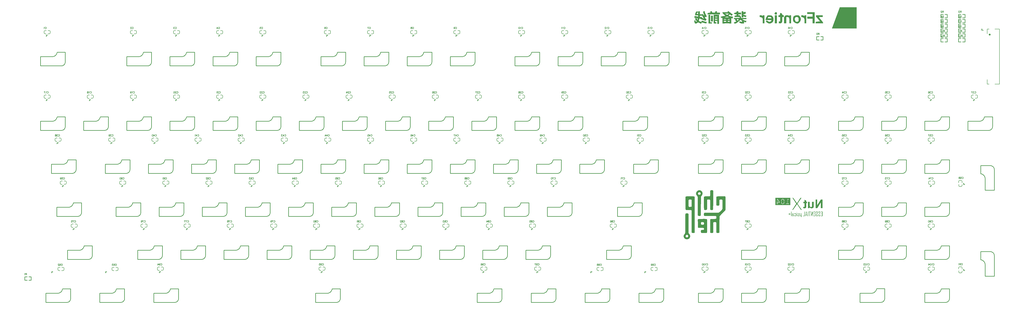
<source format=gbo>
G04*
G04 #@! TF.GenerationSoftware,Altium Limited,Altium Designer,20.1.8 (145)*
G04*
G04 Layer_Color=32896*
%FSLAX25Y25*%
%MOIN*%
G70*
G04*
G04 #@! TF.SameCoordinates,DC765EB9-05AD-42C3-8404-0A58541834D7*
G04*
G04*
G04 #@! TF.FilePolarity,Positive*
G04*
G01*
G75*
%ADD10C,0.01000*%
%ADD11C,0.00787*%
%ADD12C,0.00630*%
%ADD13C,0.00600*%
%ADD46C,0.01968*%
G36*
X1342000Y200333D02*
X1316000D01*
Y213052D01*
X1342000D01*
Y200333D01*
D02*
G37*
G36*
X1206863Y226336D02*
X1206944D01*
X1207437Y226171D01*
X1207519Y226090D01*
X1207601Y226008D01*
X1207929Y225679D01*
X1208011Y225597D01*
X1208093Y225515D01*
X1208011Y204190D01*
Y202550D01*
Y201073D01*
Y199679D01*
X1207929Y198531D01*
Y197547D01*
Y196644D01*
Y195906D01*
X1207847Y195250D01*
Y194676D01*
Y194266D01*
Y193938D01*
X1207765Y193692D01*
Y193363D01*
Y193281D01*
X1207683Y192871D01*
X1207601Y192625D01*
X1207437Y192215D01*
X1207355Y192051D01*
X1207273Y191969D01*
X1206781Y191805D01*
X1206124D01*
X1205796Y191887D01*
X1204812D01*
X1204402Y191805D01*
X1203992Y191887D01*
X1203582Y191969D01*
X1203418Y192051D01*
X1203336Y192133D01*
X1203172Y192297D01*
X1203090Y192543D01*
X1202925Y193117D01*
X1202843Y193527D01*
Y193692D01*
Y193774D01*
Y194430D01*
X1202761Y195168D01*
Y196070D01*
Y196972D01*
Y197793D01*
Y198449D01*
Y198941D01*
Y199023D01*
Y199105D01*
Y209275D01*
X1202187Y209768D01*
X1201859Y210014D01*
X1201531Y210178D01*
X1201203Y210260D01*
X1199153Y210260D01*
X1198578Y210178D01*
X1198250Y210096D01*
X1198168Y210014D01*
X1197840Y209768D01*
X1197594Y209439D01*
X1197512Y209193D01*
Y209029D01*
X1197430Y208701D01*
Y208291D01*
X1197348Y207471D01*
Y207061D01*
Y206815D01*
Y206569D01*
Y206487D01*
Y199843D01*
Y197547D01*
Y196972D01*
Y196644D01*
Y196562D01*
Y196480D01*
Y194184D01*
Y193692D01*
X1197266Y193281D01*
X1197184Y192953D01*
X1197102Y192707D01*
X1197020Y192379D01*
X1196938Y192297D01*
X1196692Y192133D01*
X1196364Y192051D01*
X1195544Y191969D01*
X1195216Y191887D01*
X1193247D01*
X1193001Y191969D01*
X1192755D01*
X1192509Y192215D01*
X1192345Y192543D01*
X1192181Y192789D01*
Y192953D01*
X1192099Y193527D01*
X1192017Y194348D01*
Y195168D01*
X1191935Y196070D01*
Y196890D01*
Y197547D01*
Y198039D01*
Y198121D01*
Y198203D01*
Y201319D01*
Y214935D01*
X1192263Y215181D01*
X1192345Y215263D01*
X1192427D01*
X1192837Y215509D01*
X1193001Y215591D01*
X1193493D01*
X1194067Y215673D01*
X1201859Y215673D01*
X1202269Y216247D01*
X1202433Y216575D01*
X1202597Y216985D01*
X1202679Y217313D01*
Y217395D01*
Y217806D01*
X1202761Y218298D01*
Y218954D01*
Y219528D01*
Y220184D01*
Y220676D01*
Y221004D01*
Y221168D01*
Y222317D01*
Y223465D01*
X1202761Y224285D01*
X1202843Y224531D01*
Y224777D01*
Y224941D01*
X1202925Y225269D01*
Y225597D01*
X1203172Y225925D01*
X1203336Y226171D01*
X1203418D01*
X1203910Y226336D01*
X1204484Y226418D01*
X1206534D01*
X1206863Y226336D01*
D02*
G37*
G36*
X1185291Y226254D02*
X1185537Y226171D01*
X1185619D01*
X1186440Y225761D01*
X1187096Y225351D01*
X1187670Y224941D01*
X1188080Y224531D01*
X1188408Y224203D01*
X1188654Y223875D01*
X1188736Y223711D01*
X1188818Y223629D01*
X1189228Y222563D01*
X1189474Y221742D01*
Y221414D01*
X1189556Y221168D01*
Y221004D01*
Y220922D01*
X1189474Y219856D01*
X1189146Y218954D01*
X1189064Y218626D01*
X1188900Y218380D01*
X1188818Y218215D01*
Y218133D01*
X1188572Y217723D01*
X1188326Y217395D01*
X1188244Y217149D01*
X1188162Y217067D01*
X1187670Y216493D01*
X1187506Y216247D01*
X1187424Y216165D01*
X1187178Y215919D01*
X1187096Y215755D01*
X1187014Y215591D01*
Y215509D01*
X1186932Y215345D01*
Y215099D01*
Y214771D01*
X1186850Y213950D01*
Y212884D01*
X1186768Y211572D01*
Y210178D01*
Y208619D01*
X1186685Y207061D01*
Y205502D01*
Y203944D01*
Y202550D01*
X1186604Y201319D01*
Y200253D01*
Y199433D01*
Y199105D01*
Y198859D01*
Y198777D01*
Y198695D01*
Y197218D01*
Y195824D01*
Y194512D01*
Y193281D01*
Y192215D01*
Y191231D01*
Y190329D01*
X1186522Y189591D01*
Y188852D01*
Y188278D01*
Y187786D01*
Y187376D01*
Y187048D01*
Y186802D01*
Y186720D01*
Y186638D01*
Y185736D01*
Y184997D01*
X1186440Y184341D01*
Y183849D01*
Y183439D01*
X1186357Y183193D01*
Y183029D01*
Y182947D01*
X1186275Y182619D01*
X1186193Y182291D01*
X1186029Y181963D01*
X1185865Y181799D01*
Y181717D01*
X1185373Y181553D01*
X1183241D01*
X1182749Y181635D01*
X1182421D01*
X1181928Y181799D01*
X1181846Y181963D01*
X1181764D01*
X1181436Y182291D01*
X1181272Y182455D01*
Y205995D01*
Y207799D01*
Y209357D01*
Y210670D01*
X1181190Y211736D01*
Y212474D01*
Y213048D01*
Y213376D01*
Y213458D01*
Y213950D01*
X1181108Y214361D01*
X1181026Y214935D01*
X1180862Y215263D01*
Y215345D01*
X1180534Y215919D01*
X1180206Y216329D01*
X1179960Y216657D01*
X1179878Y216821D01*
X1179304Y217477D01*
X1178894Y218133D01*
X1178566Y218790D01*
X1178401Y219364D01*
X1178238Y219856D01*
X1178156Y220266D01*
Y220512D01*
Y220594D01*
Y220758D01*
X1178319Y221989D01*
X1178730Y222973D01*
X1179222Y223875D01*
X1179796Y224531D01*
X1180370Y225105D01*
X1180862Y225433D01*
X1181190Y225679D01*
X1181354Y225761D01*
X1182257Y226090D01*
X1183241Y226254D01*
X1183651Y226336D01*
X1184799D01*
X1185291Y226254D01*
D02*
G37*
G36*
X1229090Y215099D02*
X1229254Y214853D01*
X1229336Y214443D01*
X1229418Y214115D01*
Y214033D01*
Y213950D01*
X1229500Y213294D01*
Y212556D01*
X1229582Y210916D01*
Y210096D01*
Y209439D01*
Y209029D01*
Y208947D01*
Y208865D01*
Y207225D01*
Y205749D01*
Y204436D01*
Y203288D01*
Y202222D01*
Y201319D01*
Y200499D01*
X1229500Y199761D01*
Y199187D01*
Y198695D01*
Y198367D01*
Y198039D01*
Y197628D01*
Y197547D01*
Y196152D01*
Y195004D01*
X1229418Y194102D01*
Y193446D01*
Y193035D01*
X1229336Y192707D01*
Y192625D01*
Y192543D01*
X1229254Y192215D01*
Y191969D01*
X1229172Y191805D01*
Y191723D01*
X1229008Y191477D01*
X1228762Y191231D01*
X1228106Y190493D01*
X1227285Y189591D01*
X1226383Y188606D01*
X1225563Y187704D01*
X1224825Y186966D01*
X1224497Y186638D01*
X1224251Y186392D01*
X1224169Y186310D01*
X1224087Y186228D01*
X1223267Y185408D01*
X1222610Y184669D01*
X1221954Y184013D01*
X1221380Y183439D01*
X1220560Y182537D01*
X1219904Y181881D01*
X1219493Y181471D01*
X1219329Y181142D01*
X1219166Y180979D01*
X1219083Y180732D01*
Y180240D01*
Y179502D01*
X1219001Y178600D01*
Y177452D01*
Y176303D01*
X1218919Y173761D01*
Y172448D01*
Y171218D01*
Y170070D01*
Y169004D01*
Y168101D01*
Y167445D01*
Y167035D01*
Y166871D01*
X1218919Y164575D01*
Y162442D01*
Y160637D01*
Y159079D01*
Y157767D01*
X1218837Y156618D01*
Y155634D01*
Y154896D01*
Y154240D01*
Y153748D01*
X1218755Y153338D01*
Y153092D01*
Y152928D01*
Y152846D01*
Y152764D01*
X1218591Y152436D01*
X1218345Y152190D01*
X1217935Y152025D01*
X1217525Y151943D01*
X1217115Y151861D01*
X1216705Y151779D01*
X1215228D01*
X1214654Y151861D01*
X1214326Y151943D01*
X1214080Y152025D01*
X1213998Y152107D01*
X1213834Y152271D01*
X1213752Y152600D01*
X1213588Y153174D01*
X1213506Y153748D01*
Y153912D01*
Y153994D01*
Y154650D01*
X1213424Y155306D01*
Y156783D01*
Y157357D01*
Y157849D01*
Y158259D01*
Y158341D01*
Y164985D01*
Y165887D01*
X1213424Y166625D01*
Y167199D01*
Y167773D01*
Y168183D01*
Y168429D01*
Y168594D01*
Y168675D01*
X1213342Y169168D01*
X1213260Y169660D01*
X1213178Y169988D01*
X1213096Y170234D01*
X1213014Y170480D01*
X1212932Y170562D01*
X1212604Y170726D01*
X1212276Y170890D01*
X1211866D01*
X1211374Y170808D01*
X1209897D01*
X1209569Y170726D01*
X1209487D01*
X1209159Y170644D01*
X1208913Y170562D01*
X1208831Y170480D01*
X1208749Y170398D01*
X1208339Y170152D01*
X1208175Y170070D01*
Y167855D01*
X1208175Y165887D01*
Y164164D01*
Y162606D01*
Y161294D01*
Y160145D01*
Y159161D01*
X1208093Y158341D01*
Y157685D01*
Y157193D01*
Y156783D01*
Y156455D01*
Y156208D01*
Y156044D01*
Y155962D01*
Y155142D01*
Y154404D01*
Y153912D01*
X1208011Y153502D01*
Y153256D01*
Y153092D01*
Y153010D01*
X1207847Y152517D01*
X1207683Y152271D01*
X1207519Y152107D01*
X1207437Y152025D01*
X1207191Y151943D01*
X1206863Y151861D01*
X1206206Y151779D01*
X1204566D01*
X1203992Y151861D01*
X1203746Y151943D01*
X1203664D01*
X1203336Y152190D01*
X1203172Y152354D01*
X1202843Y152682D01*
X1202761Y152764D01*
Y155634D01*
Y158177D01*
Y160474D01*
Y162442D01*
Y164246D01*
Y165805D01*
X1202761Y167117D01*
Y168265D01*
X1202843Y169250D01*
Y169988D01*
Y170644D01*
Y171136D01*
Y171464D01*
Y171710D01*
Y171874D01*
Y172941D01*
Y173761D01*
Y174417D01*
Y174827D01*
X1202925Y175155D01*
Y175319D01*
Y175401D01*
X1203090Y175729D01*
X1203336Y175975D01*
X1203500Y176057D01*
X1203582D01*
X1203910Y176139D01*
X1204566D01*
X1205304Y176221D01*
X1210553D01*
X1211045Y176303D01*
X1211948D01*
X1212604Y176467D01*
X1213014Y176713D01*
X1213178Y176877D01*
X1213260Y176960D01*
X1213342Y177534D01*
X1213424Y178190D01*
Y178682D01*
Y178846D01*
Y178928D01*
Y179338D01*
X1213506Y179420D01*
Y179748D01*
Y179912D01*
X1213424Y180404D01*
X1213342Y180732D01*
X1213260Y180896D01*
X1213178Y180979D01*
X1213014Y181142D01*
X1212686Y181225D01*
X1212030Y181389D01*
X1211702D01*
X1211456Y181471D01*
X1210553D01*
X1209815Y181553D01*
X1192837Y181553D01*
X1192509Y181881D01*
X1192345Y182045D01*
X1192099Y182373D01*
X1192017Y182537D01*
X1191935Y182701D01*
Y182947D01*
X1191853Y183603D01*
Y184177D01*
Y184341D01*
Y184423D01*
X1191935Y185654D01*
X1192017Y186064D01*
X1192181Y186392D01*
X1192263Y186474D01*
X1192345Y186556D01*
X1192509Y186802D01*
X1192673Y186884D01*
X1192755Y186966D01*
X1198578D01*
X1199891Y187048D01*
X1212358Y187048D01*
X1213588Y187130D01*
X1216377D01*
X1217115Y187212D01*
X1217607Y187294D01*
X1217853Y187458D01*
X1217935D01*
X1218263Y187704D01*
X1218755Y188032D01*
X1219248Y188524D01*
X1219822Y189016D01*
X1220314Y189509D01*
X1220806Y189919D01*
X1221134Y190247D01*
X1221216Y190329D01*
X1222118Y191231D01*
X1222692Y191887D01*
X1223102Y192297D01*
X1223184Y192461D01*
X1223512Y192953D01*
X1223759Y193363D01*
X1223923Y193610D01*
Y193692D01*
Y193938D01*
X1224005Y194266D01*
Y194840D01*
X1224087Y195578D01*
Y196398D01*
Y197301D01*
X1224169Y199269D01*
Y201237D01*
Y202140D01*
Y202878D01*
Y203534D01*
Y204108D01*
Y204436D01*
Y204518D01*
Y205420D01*
Y206159D01*
Y206733D01*
X1224087Y207225D01*
Y207635D01*
Y207881D01*
Y208045D01*
Y208127D01*
X1224005Y208619D01*
Y209029D01*
X1223923Y209357D01*
X1223841Y209604D01*
X1223677Y209850D01*
X1223594Y209931D01*
X1223184Y210096D01*
X1222692Y210260D01*
X1221216D01*
X1220478Y210178D01*
X1219986Y210096D01*
X1219658Y210014D01*
X1219576Y209931D01*
X1219248Y209685D01*
X1219001Y209275D01*
X1218919Y208947D01*
Y208865D01*
Y208783D01*
Y208209D01*
X1218837Y207471D01*
Y205995D01*
Y205338D01*
Y204764D01*
Y204436D01*
Y204272D01*
Y203944D01*
Y203698D01*
Y203534D01*
Y203288D01*
Y203206D01*
Y203124D01*
Y202386D01*
X1218755Y201729D01*
X1218673Y201237D01*
Y201155D01*
Y201073D01*
X1218591Y200663D01*
X1218509Y200335D01*
X1218263Y199925D01*
X1218099Y199761D01*
X1218017Y199679D01*
X1217853Y199597D01*
X1217525D01*
X1216705Y199515D01*
X1215310D01*
X1215065Y199597D01*
X1214818D01*
X1214244Y199761D01*
X1213834Y200007D01*
X1213670Y200253D01*
X1213588Y200335D01*
Y200499D01*
X1213506Y200745D01*
Y201319D01*
X1213424Y201812D01*
Y201976D01*
Y202058D01*
Y202714D01*
X1213342Y203452D01*
Y205174D01*
Y205995D01*
Y206651D01*
Y207061D01*
Y207225D01*
Y208455D01*
Y209521D01*
Y210424D01*
Y211244D01*
Y211982D01*
X1213424Y212556D01*
Y213048D01*
Y213458D01*
Y214033D01*
X1213506Y214361D01*
Y214525D01*
X1213588Y214853D01*
X1213670Y215017D01*
X1213752Y215181D01*
X1213834D01*
X1214080Y215345D01*
X1214408Y215509D01*
X1214736Y215591D01*
X1215475D01*
X1216377Y215673D01*
X1228680D01*
X1229090Y215099D01*
D02*
G37*
G36*
X1194970Y176221D02*
X1195544Y176139D01*
X1196036Y176057D01*
X1196446Y175975D01*
X1196692Y175893D01*
X1196938Y175811D01*
X1197020D01*
X1197102Y175729D01*
X1197184Y175565D01*
X1197266Y175483D01*
Y175401D01*
X1197348Y175155D01*
Y174827D01*
X1197430Y174581D01*
Y174499D01*
Y173925D01*
Y173351D01*
Y172859D01*
Y172695D01*
Y172612D01*
Y171546D01*
Y170480D01*
Y170070D01*
Y169660D01*
Y169414D01*
Y169332D01*
Y168594D01*
Y167691D01*
Y166871D01*
X1197430Y166133D01*
X1197512Y165395D01*
Y164821D01*
Y164492D01*
Y164328D01*
Y162442D01*
Y160801D01*
Y159325D01*
X1197430Y158013D01*
Y156947D01*
Y155962D01*
Y155224D01*
X1197348Y154568D01*
Y153994D01*
Y153584D01*
Y153338D01*
X1197266Y153092D01*
Y152846D01*
Y152764D01*
X1197102Y152436D01*
X1196856Y152190D01*
X1196692Y152025D01*
X1196610Y151943D01*
X1196446D01*
X1196282Y151861D01*
X1194888D01*
X1194067Y151779D01*
X1189720D01*
X1189228Y151861D01*
X1188408D01*
X1187998Y151943D01*
X1187670D01*
X1187260Y152107D01*
X1187096Y152271D01*
X1187014Y152354D01*
X1186850Y152600D01*
X1186768Y152928D01*
X1186686Y153666D01*
X1186604Y153994D01*
Y154322D01*
Y154486D01*
Y154568D01*
Y155224D01*
X1186686Y155716D01*
X1186850Y156126D01*
X1186932Y156455D01*
X1187096Y156701D01*
X1187260Y156865D01*
X1187342Y156947D01*
X1187588Y157029D01*
X1187916Y157111D01*
X1188572Y157193D01*
X1189638D01*
X1190458Y157275D01*
X1191033Y157357D01*
X1191443Y157439D01*
X1191525Y157521D01*
X1191771Y157931D01*
X1191935Y158423D01*
X1192017Y158833D01*
Y158915D01*
Y158997D01*
Y159325D01*
X1191935Y159571D01*
Y159653D01*
Y159735D01*
X1191607Y160145D01*
X1191525Y160309D01*
X1191443D01*
X1191115Y160474D01*
X1190705Y160637D01*
X1189884D01*
X1189392Y160720D01*
X1183733D01*
X1183241Y160801D01*
X1182502D01*
X1182010Y160966D01*
X1181764Y161130D01*
X1181600Y161294D01*
Y161376D01*
X1181518Y161540D01*
Y161786D01*
Y162196D01*
X1181436Y162688D01*
Y163836D01*
X1181354Y165067D01*
Y166297D01*
X1181354Y167363D01*
Y167773D01*
Y168101D01*
Y168265D01*
Y168347D01*
X1181272Y175237D01*
X1181764Y175729D01*
X1182010Y175893D01*
X1182092Y175975D01*
X1182174D01*
X1182421Y176057D01*
X1182667D01*
X1182913Y176139D01*
X1182995D01*
X1183487Y176221D01*
X1187752D01*
X1192099Y176303D01*
X1194970Y176221D01*
D02*
G37*
G36*
X1174137Y215591D02*
X1174547D01*
X1174957Y215509D01*
X1175203Y215427D01*
X1175367Y215345D01*
X1175449Y215263D01*
X1175695Y214935D01*
X1175777Y214853D01*
Y214771D01*
X1175941Y214443D01*
Y214361D01*
Y202960D01*
X1175941Y152764D01*
X1175613Y152436D01*
X1175449Y152354D01*
Y152271D01*
X1175039Y151943D01*
X1174875Y151861D01*
X1174547Y151779D01*
X1173152D01*
X1172496Y151861D01*
X1172004D01*
X1171758Y151943D01*
X1171676D01*
X1171348Y152025D01*
X1171184Y152107D01*
X1171020Y152271D01*
X1170692Y152600D01*
X1170528Y152682D01*
X1170528Y190985D01*
X1169954Y191395D01*
X1169625Y191641D01*
X1169297Y191723D01*
X1168969Y191805D01*
X1168477D01*
X1167985Y191887D01*
X1161259D01*
X1160931Y191969D01*
X1160603Y192051D01*
X1160357Y192133D01*
X1160193Y192379D01*
X1160111Y192625D01*
X1160029Y192789D01*
Y192871D01*
Y193200D01*
X1159947Y193692D01*
Y194348D01*
Y195086D01*
Y195988D01*
X1159865Y196890D01*
Y198777D01*
Y200581D01*
Y201401D01*
Y202140D01*
Y202714D01*
Y203206D01*
Y203534D01*
Y203616D01*
X1159783Y214771D01*
X1160275Y215263D01*
X1160521Y215427D01*
X1160849Y215509D01*
X1161095Y215591D01*
X1161505D01*
X1161998Y215673D01*
X1173726D01*
X1174137Y215591D01*
D02*
G37*
G36*
X1163638Y185900D02*
X1163720D01*
X1164212Y185736D01*
X1164376Y185654D01*
X1164458Y185572D01*
X1164868Y185243D01*
X1164950Y185161D01*
X1165032Y185080D01*
Y183029D01*
Y181061D01*
Y179174D01*
Y177370D01*
Y175729D01*
Y174171D01*
Y172695D01*
Y171382D01*
Y170070D01*
Y168840D01*
Y167773D01*
Y166707D01*
X1165032Y164902D01*
Y163344D01*
Y162114D01*
Y161048D01*
Y160227D01*
Y159653D01*
Y159243D01*
Y158915D01*
Y158833D01*
Y158751D01*
Y157603D01*
Y156536D01*
X1165114Y155634D01*
Y154896D01*
Y154240D01*
Y153666D01*
X1165196Y153174D01*
Y152846D01*
Y152271D01*
X1165278Y151943D01*
Y151779D01*
X1165442Y151533D01*
X1165606Y151287D01*
X1165688Y151041D01*
X1165771Y150959D01*
X1166016Y150631D01*
X1166263Y150303D01*
X1166427Y150057D01*
X1166509Y149975D01*
X1167083Y149237D01*
X1167493Y148499D01*
X1167739Y147842D01*
X1167903Y147268D01*
X1168067Y146776D01*
X1168149Y146448D01*
Y146202D01*
Y146120D01*
X1168067Y145710D01*
X1167821Y144644D01*
X1167329Y143659D01*
X1166837Y142921D01*
X1166263Y142265D01*
X1165771Y141773D01*
X1165278Y141445D01*
X1164950Y141281D01*
X1164868Y141199D01*
X1164048Y140953D01*
X1163228Y140789D01*
X1162818Y140707D01*
X1162244D01*
X1161341Y140789D01*
X1160603Y140953D01*
X1160111Y141035D01*
X1160029Y141117D01*
X1159947D01*
X1159209Y141527D01*
X1158635Y142019D01*
X1158307Y142347D01*
X1158143Y142511D01*
X1157568Y143249D01*
X1157240Y143905D01*
X1156994Y144398D01*
X1156912Y144480D01*
Y144562D01*
X1156748Y145218D01*
X1156584Y145792D01*
Y146120D01*
Y146284D01*
X1156666Y147022D01*
X1156830Y147760D01*
X1157158Y148416D01*
X1157486Y148991D01*
X1157815Y149483D01*
X1158143Y149893D01*
X1158307Y150139D01*
X1158389Y150221D01*
X1158471Y150303D01*
Y150385D01*
X1158799Y150877D01*
X1158963Y151041D01*
Y151123D01*
X1159127Y151451D01*
X1159209Y151943D01*
X1159373Y153092D01*
X1159455Y153584D01*
X1159537Y154076D01*
Y154404D01*
Y154486D01*
Y154896D01*
Y155388D01*
Y156044D01*
Y156865D01*
Y157767D01*
Y158669D01*
Y160556D01*
Y162442D01*
Y163262D01*
Y164000D01*
Y164575D01*
Y165067D01*
Y165395D01*
Y165477D01*
X1159537Y177780D01*
Y178600D01*
Y179338D01*
Y180650D01*
Y181635D01*
Y182291D01*
X1159619Y182865D01*
Y183111D01*
Y183275D01*
Y183357D01*
Y183931D01*
X1159701Y184423D01*
X1159783Y184751D01*
Y185080D01*
X1159947Y185407D01*
X1160029Y185490D01*
X1160275Y185654D01*
X1160521Y185818D01*
X1161259Y185900D01*
X1161587Y185982D01*
X1163392D01*
X1163638Y185900D01*
D02*
G37*
G36*
X1353843Y187294D02*
X1353146D01*
Y188164D01*
X1353843D01*
Y187294D01*
D02*
G37*
G36*
X1347627Y186196D02*
X1347709Y186179D01*
X1347783Y186146D01*
X1347849Y186114D01*
X1347898Y186065D01*
X1347939Y186015D01*
X1348005Y185909D01*
X1348046Y185802D01*
X1348062Y185712D01*
X1348070Y185671D01*
Y185646D01*
Y185630D01*
Y185622D01*
Y184785D01*
X1347406D01*
Y185630D01*
X1345938D01*
Y184129D01*
X1347586D01*
X1347685Y184121D01*
X1347767Y184105D01*
X1347841Y184072D01*
X1347898Y184031D01*
X1347955Y183990D01*
X1347996Y183932D01*
X1348062Y183826D01*
X1348095Y183719D01*
X1348119Y183621D01*
X1348128Y183588D01*
Y183555D01*
Y183539D01*
Y183531D01*
Y181760D01*
X1348119Y181653D01*
X1348103Y181563D01*
X1348078Y181489D01*
X1348037Y181415D01*
X1347996Y181358D01*
X1347947Y181317D01*
X1347898Y181276D01*
X1347849Y181243D01*
X1347742Y181202D01*
X1347660Y181177D01*
X1347619D01*
X1347595Y181169D01*
X1347447D01*
X1347316Y181177D01*
X1347185Y181185D01*
X1347053Y181202D01*
X1346939Y181210D01*
X1346848Y181218D01*
X1346816D01*
X1346791Y181227D01*
X1346766D01*
X1346611Y181251D01*
X1346463Y181267D01*
X1346332Y181292D01*
X1346209Y181308D01*
X1346102Y181317D01*
X1346020Y181333D01*
X1345996D01*
X1345971Y181341D01*
X1345955D01*
Y181202D01*
X1345274D01*
Y185614D01*
X1345282Y185720D01*
X1345299Y185810D01*
X1345331Y185884D01*
X1345372Y185950D01*
X1345413Y186007D01*
X1345471Y186056D01*
X1345520Y186097D01*
X1345577Y186130D01*
X1345684Y186171D01*
X1345782Y186196D01*
X1345815D01*
X1345848Y186204D01*
X1347537D01*
X1347627Y186196D01*
D02*
G37*
G36*
X1381698Y181202D02*
X1381026D01*
Y187106D01*
X1378886Y181202D01*
X1378386D01*
Y189238D01*
X1379058D01*
Y183424D01*
X1381165Y189238D01*
X1381698D01*
Y181202D01*
D02*
G37*
G36*
X1341002Y185031D02*
X1342478D01*
Y184433D01*
X1341002D01*
Y182981D01*
X1340370D01*
Y184433D01*
X1338894D01*
Y185031D01*
X1340370D01*
Y186483D01*
X1341002D01*
Y185031D01*
D02*
G37*
G36*
X1351506Y186196D02*
X1351596Y186179D01*
X1351670Y186146D01*
X1351744Y186106D01*
X1351801Y186065D01*
X1351842Y186007D01*
X1351883Y185958D01*
X1351916Y185900D01*
X1351957Y185794D01*
X1351982Y185696D01*
Y185663D01*
X1351990Y185630D01*
Y185614D01*
Y185605D01*
Y181792D01*
X1351982Y181686D01*
X1351965Y181596D01*
X1351932Y181522D01*
X1351900Y181448D01*
X1351850Y181391D01*
X1351801Y181350D01*
X1351752Y181308D01*
X1351695Y181276D01*
X1351588Y181235D01*
X1351490Y181210D01*
X1351457D01*
X1351424Y181202D01*
X1349817D01*
X1349710Y181210D01*
X1349620Y181227D01*
X1349538Y181259D01*
X1349472Y181292D01*
X1349415Y181341D01*
X1349366Y181391D01*
X1349325Y181440D01*
X1349292Y181497D01*
X1349251Y181604D01*
X1349226Y181702D01*
Y181735D01*
X1349218Y181768D01*
Y181784D01*
Y181792D01*
Y182907D01*
X1349891D01*
Y181800D01*
X1351309D01*
Y185605D01*
X1349891D01*
Y184621D01*
X1349218D01*
Y185605D01*
X1349226Y185712D01*
X1349243Y185802D01*
X1349276Y185884D01*
X1349317Y185950D01*
X1349358Y186007D01*
X1349415Y186056D01*
X1349464Y186097D01*
X1349522Y186130D01*
X1349628Y186171D01*
X1349727Y186196D01*
X1349759D01*
X1349792Y186204D01*
X1351399D01*
X1351506Y186196D01*
D02*
G37*
G36*
X1361666Y179308D02*
X1360993D01*
Y181399D01*
X1360961Y181366D01*
X1360928Y181333D01*
X1360838Y181284D01*
X1360739Y181243D01*
X1360633Y181218D01*
X1360534Y181202D01*
X1360452Y181194D01*
X1360378D01*
X1360165Y181202D01*
X1359977Y181218D01*
X1359821Y181243D01*
X1359681Y181276D01*
X1359575Y181300D01*
X1359501Y181325D01*
X1359452Y181341D01*
X1359435Y181350D01*
Y181202D01*
X1358755D01*
Y186204D01*
X1359435D01*
Y181874D01*
X1359575Y181842D01*
X1359722Y181825D01*
X1359870Y181809D01*
X1360001Y181792D01*
X1360116D01*
X1360206Y181784D01*
X1360288D01*
X1360411Y181792D01*
X1360518Y181817D01*
X1360616Y181850D01*
X1360698Y181899D01*
X1360764Y181948D01*
X1360821Y182014D01*
X1360870Y182071D01*
X1360903Y182145D01*
X1360936Y182211D01*
X1360952Y182276D01*
X1360969Y182334D01*
X1360985Y182383D01*
Y182432D01*
X1360993Y182465D01*
Y182489D01*
Y182498D01*
Y186204D01*
X1361666D01*
Y179308D01*
D02*
G37*
G36*
X1398000Y181202D02*
X1395368D01*
Y181833D01*
X1397287D01*
Y184966D01*
X1395565D01*
Y185605D01*
X1397287D01*
Y188607D01*
X1395401D01*
Y189238D01*
X1398000D01*
Y181202D01*
D02*
G37*
G36*
X1393769Y189230D02*
X1393859Y189213D01*
X1393925Y189181D01*
X1393990Y189156D01*
X1394039Y189123D01*
X1394072Y189090D01*
X1394097Y189074D01*
X1394105Y189066D01*
X1394162Y189000D01*
X1394203Y188926D01*
X1394228Y188861D01*
X1394244Y188795D01*
X1394261Y188730D01*
X1394269Y188680D01*
Y188647D01*
Y188639D01*
Y187040D01*
X1394261Y186917D01*
X1394236Y186802D01*
X1394195Y186696D01*
X1394154Y186606D01*
X1394113Y186532D01*
X1394072Y186475D01*
X1394048Y186442D01*
X1394039Y186425D01*
X1391817Y183744D01*
Y181833D01*
X1393556D01*
Y183809D01*
X1394269D01*
Y181792D01*
X1394261Y181702D01*
X1394244Y181612D01*
X1394220Y181546D01*
X1394187Y181481D01*
X1394154Y181431D01*
X1394130Y181399D01*
X1394113Y181374D01*
X1394105Y181366D01*
X1394039Y181308D01*
X1393966Y181267D01*
X1393900Y181243D01*
X1393826Y181227D01*
X1393769Y181210D01*
X1393720Y181202D01*
X1391702D01*
X1391612Y181210D01*
X1391522Y181227D01*
X1391448Y181251D01*
X1391391Y181284D01*
X1391342Y181317D01*
X1391309Y181341D01*
X1391284Y181358D01*
X1391276Y181366D01*
X1391219Y181431D01*
X1391178Y181505D01*
X1391145Y181571D01*
X1391128Y181645D01*
X1391112Y181702D01*
X1391104Y181751D01*
Y181784D01*
Y181792D01*
Y183629D01*
X1391112Y183752D01*
X1391137Y183859D01*
X1391178Y183965D01*
X1391210Y184055D01*
X1391251Y184121D01*
X1391292Y184178D01*
X1391317Y184220D01*
X1391325Y184228D01*
X1393556Y186909D01*
Y188607D01*
X1391817D01*
Y186802D01*
X1391104D01*
Y188639D01*
X1391112Y188730D01*
X1391128Y188820D01*
X1391161Y188893D01*
X1391186Y188951D01*
X1391219Y189000D01*
X1391251Y189033D01*
X1391268Y189058D01*
X1391276Y189066D01*
X1391342Y189123D01*
X1391415Y189164D01*
X1391481Y189197D01*
X1391547Y189213D01*
X1391612Y189230D01*
X1391661Y189238D01*
X1393679D01*
X1393769Y189230D01*
D02*
G37*
G36*
X1389374D02*
X1389464Y189213D01*
X1389529Y189181D01*
X1389595Y189156D01*
X1389644Y189123D01*
X1389677Y189090D01*
X1389702Y189074D01*
X1389710Y189066D01*
X1389767Y189000D01*
X1389808Y188926D01*
X1389833Y188861D01*
X1389849Y188795D01*
X1389866Y188730D01*
X1389874Y188680D01*
Y188647D01*
Y188639D01*
Y187040D01*
X1389866Y186917D01*
X1389841Y186802D01*
X1389800Y186696D01*
X1389759Y186606D01*
X1389718Y186532D01*
X1389677Y186475D01*
X1389652Y186442D01*
X1389644Y186425D01*
X1387422Y183744D01*
Y181833D01*
X1389160D01*
Y183809D01*
X1389874D01*
Y181792D01*
X1389866Y181702D01*
X1389849Y181612D01*
X1389825Y181546D01*
X1389792Y181481D01*
X1389759Y181431D01*
X1389734Y181399D01*
X1389718Y181374D01*
X1389710Y181366D01*
X1389644Y181308D01*
X1389570Y181267D01*
X1389505Y181243D01*
X1389431Y181227D01*
X1389374Y181210D01*
X1389324Y181202D01*
X1387307D01*
X1387217Y181210D01*
X1387127Y181227D01*
X1387053Y181251D01*
X1386996Y181284D01*
X1386946Y181317D01*
X1386914Y181341D01*
X1386889Y181358D01*
X1386881Y181366D01*
X1386823Y181431D01*
X1386782Y181505D01*
X1386750Y181571D01*
X1386733Y181645D01*
X1386717Y181702D01*
X1386709Y181751D01*
Y181784D01*
Y181792D01*
Y183629D01*
X1386717Y183752D01*
X1386741Y183859D01*
X1386782Y183965D01*
X1386815Y184055D01*
X1386856Y184121D01*
X1386897Y184178D01*
X1386922Y184220D01*
X1386930Y184228D01*
X1389160Y186909D01*
Y188607D01*
X1387422D01*
Y186802D01*
X1386709D01*
Y188639D01*
X1386717Y188730D01*
X1386733Y188820D01*
X1386766Y188893D01*
X1386791Y188951D01*
X1386823Y189000D01*
X1386856Y189033D01*
X1386873Y189058D01*
X1386881Y189066D01*
X1386946Y189123D01*
X1387020Y189164D01*
X1387086Y189197D01*
X1387151Y189213D01*
X1387217Y189230D01*
X1387266Y189238D01*
X1389283D01*
X1389374Y189230D01*
D02*
G37*
G36*
X1385454Y181202D02*
X1382822D01*
Y181833D01*
X1384741D01*
Y184966D01*
X1383019D01*
Y185605D01*
X1384741D01*
Y188607D01*
X1382855D01*
Y189238D01*
X1385454D01*
Y181202D01*
D02*
G37*
G36*
X1377541Y188607D02*
X1376286D01*
Y181202D01*
X1375573D01*
Y188607D01*
X1374327D01*
Y189238D01*
X1377541D01*
Y188607D01*
D02*
G37*
G36*
X1373449Y181202D02*
X1372736D01*
Y189238D01*
X1373449D01*
Y181202D01*
D02*
G37*
G36*
X1371711Y181218D02*
Y181202D01*
X1371022D01*
X1370743Y182990D01*
X1369136Y182990D01*
X1368849Y181202D01*
X1368144D01*
X1369571Y189262D01*
X1370276D01*
X1371711Y181218D01*
D02*
G37*
G36*
X1367184Y181202D02*
X1364618D01*
Y181833D01*
X1366471D01*
Y189238D01*
X1367184D01*
Y181202D01*
D02*
G37*
G36*
X1357180Y186196D02*
X1357271Y186179D01*
X1357344Y186146D01*
X1357418Y186106D01*
X1357476Y186065D01*
X1357517Y186007D01*
X1357558Y185958D01*
X1357590Y185900D01*
X1357631Y185794D01*
X1357656Y185696D01*
Y185663D01*
X1357664Y185630D01*
Y185614D01*
Y185605D01*
Y184785D01*
X1357656Y184670D01*
X1357623Y184564D01*
X1357582Y184474D01*
X1357533Y184400D01*
X1357492Y184334D01*
X1357451Y184293D01*
X1357418Y184260D01*
X1357410Y184252D01*
X1355614Y182784D01*
Y181792D01*
X1357000D01*
Y182916D01*
X1357672D01*
Y181792D01*
X1357664Y181686D01*
X1357648Y181596D01*
X1357615Y181522D01*
X1357582Y181448D01*
X1357533Y181391D01*
X1357484Y181350D01*
X1357435Y181308D01*
X1357377Y181276D01*
X1357271Y181235D01*
X1357172Y181210D01*
X1357139D01*
X1357107Y181202D01*
X1355540D01*
X1355434Y181210D01*
X1355344Y181227D01*
X1355262Y181259D01*
X1355196Y181292D01*
X1355139Y181341D01*
X1355089Y181391D01*
X1355048Y181440D01*
X1355016Y181497D01*
X1354975Y181604D01*
X1354950Y181702D01*
X1354942Y181735D01*
Y181768D01*
Y181784D01*
Y181792D01*
Y182727D01*
X1354950Y182850D01*
X1354983Y182957D01*
X1355024Y183047D01*
X1355065Y183129D01*
X1355114Y183186D01*
X1355155Y183236D01*
X1355188Y183260D01*
X1355196Y183268D01*
X1357000Y184736D01*
Y185614D01*
X1355614D01*
Y184629D01*
X1354950D01*
Y185605D01*
X1354958Y185712D01*
X1354975Y185802D01*
X1355007Y185884D01*
X1355040Y185950D01*
X1355089Y186007D01*
X1355139Y186056D01*
X1355196Y186097D01*
X1355245Y186130D01*
X1355360Y186171D01*
X1355458Y186196D01*
X1355491D01*
X1355524Y186204D01*
X1357074D01*
X1357180Y186196D01*
D02*
G37*
G36*
X1353827Y181202D02*
X1353154D01*
Y186204D01*
X1353827D01*
Y181202D01*
D02*
G37*
G36*
X1344118D02*
X1343445D01*
Y189238D01*
X1344118D01*
Y181202D01*
D02*
G37*
G36*
X1398000Y195080D02*
X1395179D01*
Y205019D01*
X1389046Y195080D01*
X1385995D01*
Y210217D01*
X1388816D01*
Y200049D01*
X1395048Y210217D01*
X1398000D01*
Y195080D01*
D02*
G37*
G36*
X1369743Y208233D02*
Y206052D01*
X1371071D01*
Y203740D01*
X1369743D01*
Y198951D01*
Y198672D01*
Y198426D01*
Y198196D01*
X1369726Y197983D01*
Y197786D01*
X1369710Y197622D01*
Y197475D01*
X1369694Y197344D01*
Y197245D01*
Y197147D01*
X1369677Y197065D01*
Y196999D01*
X1369661Y196933D01*
Y196901D01*
X1369612Y196655D01*
X1369546Y196425D01*
X1369480Y196228D01*
X1369415Y196064D01*
X1369349Y195949D01*
X1369300Y195851D01*
X1369267Y195785D01*
X1369251Y195769D01*
X1369120Y195622D01*
X1368988Y195490D01*
X1368824Y195376D01*
X1368677Y195277D01*
X1368546Y195195D01*
X1368431Y195146D01*
X1368365Y195113D01*
X1368332Y195097D01*
X1368086Y195015D01*
X1367840Y194949D01*
X1367611Y194900D01*
X1367398Y194867D01*
X1367201Y194851D01*
X1367053Y194834D01*
X1366922D01*
X1366463Y194851D01*
X1366020Y194900D01*
X1365626Y194966D01*
X1365298Y195047D01*
X1365151Y195080D01*
X1365020Y195130D01*
X1364905Y195162D01*
X1364806Y195195D01*
X1364724Y195228D01*
X1364675Y195244D01*
X1364642Y195261D01*
X1364626D01*
X1364888Y197508D01*
X1365151Y197425D01*
X1365380Y197360D01*
X1365594Y197311D01*
X1365758Y197278D01*
X1365889Y197262D01*
X1365971Y197245D01*
X1366053D01*
X1366250Y197262D01*
X1366397Y197311D01*
X1366463Y197344D01*
X1366512Y197360D01*
X1366528Y197376D01*
X1366545D01*
X1366660Y197491D01*
X1366742Y197606D01*
X1366774Y197704D01*
X1366791Y197721D01*
Y197737D01*
Y197786D01*
X1366807Y197868D01*
Y197967D01*
X1366824Y198082D01*
Y198344D01*
X1366840Y198606D01*
Y198869D01*
Y199000D01*
Y199098D01*
Y199180D01*
Y199246D01*
Y199295D01*
Y199311D01*
Y203740D01*
X1364856D01*
Y206052D01*
X1366840D01*
Y209939D01*
X1369743Y208233D01*
D02*
G37*
G36*
X1382846Y199098D02*
X1382830Y198557D01*
X1382814Y198295D01*
X1382781Y198065D01*
X1382764Y197852D01*
X1382732Y197655D01*
X1382699Y197475D01*
X1382650Y197311D01*
X1382617Y197163D01*
X1382584Y197032D01*
X1382551Y196917D01*
X1382535Y196835D01*
X1382502Y196769D01*
X1382486Y196720D01*
X1382469Y196687D01*
Y196671D01*
X1382305Y196360D01*
X1382108Y196097D01*
X1381895Y195851D01*
X1381682Y195671D01*
X1381502Y195507D01*
X1381354Y195408D01*
X1381288Y195359D01*
X1381239Y195326D01*
X1381223Y195310D01*
X1381206D01*
X1380862Y195146D01*
X1380518Y195031D01*
X1380190Y194949D01*
X1379878Y194900D01*
X1379616Y194867D01*
X1379501Y194851D01*
X1379402Y194834D01*
X1379222D01*
X1378828Y194851D01*
X1378451Y194916D01*
X1378090Y194998D01*
X1377795Y195080D01*
X1377533Y195179D01*
X1377434Y195212D01*
X1377336Y195244D01*
X1377270Y195277D01*
X1377221Y195310D01*
X1377188Y195326D01*
X1377172D01*
X1376828Y195539D01*
X1376500Y195753D01*
X1376237Y195999D01*
X1376008Y196212D01*
X1375827Y196409D01*
X1375696Y196573D01*
X1375647Y196638D01*
X1375614Y196687D01*
X1375581Y196704D01*
Y195080D01*
X1372892D01*
Y206052D01*
X1375794D01*
Y201411D01*
Y200984D01*
X1375811Y200607D01*
Y200263D01*
X1375827Y199968D01*
X1375844Y199689D01*
X1375860Y199443D01*
X1375893Y199230D01*
X1375909Y199049D01*
X1375926Y198901D01*
X1375958Y198770D01*
X1375975Y198672D01*
X1375991Y198590D01*
X1376008Y198524D01*
Y198492D01*
X1376024Y198459D01*
X1376122Y198246D01*
X1376237Y198049D01*
X1376368Y197868D01*
X1376500Y197721D01*
X1376631Y197606D01*
X1376729Y197524D01*
X1376795Y197458D01*
X1376828Y197442D01*
X1377041Y197311D01*
X1377270Y197212D01*
X1377500Y197147D01*
X1377697Y197098D01*
X1377877Y197065D01*
X1378008Y197048D01*
X1378140D01*
X1378369Y197065D01*
X1378582Y197098D01*
X1378763Y197147D01*
X1378927Y197196D01*
X1379058Y197245D01*
X1379140Y197294D01*
X1379206Y197327D01*
X1379222Y197344D01*
X1379370Y197475D01*
X1379484Y197606D01*
X1379583Y197737D01*
X1379665Y197868D01*
X1379714Y197983D01*
X1379763Y198082D01*
X1379780Y198147D01*
X1379796Y198163D01*
X1379829Y198278D01*
X1379845Y198442D01*
X1379862Y198623D01*
X1379878Y198836D01*
X1379894Y199049D01*
X1379911Y199295D01*
X1379927Y199787D01*
Y200017D01*
Y200246D01*
X1379944Y200443D01*
Y200640D01*
Y200787D01*
Y200902D01*
Y200968D01*
Y201001D01*
Y206052D01*
X1382846D01*
Y199098D01*
D02*
G37*
G36*
X1354618Y202799D02*
X1362000Y192000D01*
X1360442D01*
X1354974Y199956D01*
X1353689Y201788D01*
X1353607D01*
X1352349Y200011D01*
X1346908Y192000D01*
X1345323D01*
X1352595Y202663D01*
X1345678Y213052D01*
X1347236D01*
X1352349Y205315D01*
X1353579Y203620D01*
X1353607D01*
X1354810Y205342D01*
X1359840Y213052D01*
X1361426D01*
X1354618Y202799D01*
D02*
G37*
G36*
X1214994Y537754D02*
X1214174Y536113D01*
X1219642D01*
Y533106D01*
X1198043Y533106D01*
Y534473D01*
X1198317Y535020D01*
X1198864Y535567D01*
X1200777Y535840D01*
X1202691Y536113D01*
X1203511D01*
X1203238Y536660D01*
X1202965Y536934D01*
X1202691D01*
X1202965Y537754D01*
X1203238Y538027D01*
X1203785Y538301D01*
X1205699D01*
X1205972Y536934D01*
X1206519Y536387D01*
X1207066Y536113D01*
X1211167D01*
X1211440Y537480D01*
X1211713Y538027D01*
X1212260Y538301D01*
X1213354D01*
X1214994Y537754D01*
D02*
G37*
G36*
X1260379Y536934D02*
X1262292Y537207D01*
X1263386Y537480D01*
X1263933Y537754D01*
X1264206D01*
X1264206Y536934D01*
X1264480Y536113D01*
X1264753Y535567D01*
X1265026Y535293D01*
X1264753Y535020D01*
X1264480Y534746D01*
X1263113Y533926D01*
X1261746Y533379D01*
X1261472Y533106D01*
X1261199D01*
X1260925Y533653D01*
X1260652Y533926D01*
X1260379D01*
Y532286D01*
X1265847Y530645D01*
X1265300Y529825D01*
X1265026Y529005D01*
Y528732D01*
Y528458D01*
X1263386Y528732D01*
X1261746Y529278D01*
X1260652Y529825D01*
X1260379Y530099D01*
Y527638D01*
X1257371D01*
X1257371Y538301D01*
X1260379D01*
X1260379Y536934D01*
D02*
G37*
G36*
X1318339Y536660D02*
X1318613Y536113D01*
X1318886Y535567D01*
Y535293D01*
Y533106D01*
X1318066D01*
X1317519Y532833D01*
X1316972Y532559D01*
X1316699Y532286D01*
X1315332Y533379D01*
X1314785Y533926D01*
X1314512Y534473D01*
X1315332Y535840D01*
X1315879Y536660D01*
X1316426Y536934D01*
X1317519D01*
X1318339Y536660D01*
D02*
G37*
G36*
X1193396Y536934D02*
X1193942Y535840D01*
X1194763Y533379D01*
X1195309Y532286D01*
X1195856Y531465D01*
X1196130Y530919D01*
X1196403Y530645D01*
Y528458D01*
X1193396D01*
X1193942Y527364D01*
X1194489Y526271D01*
X1195309Y525177D01*
X1196130Y524631D01*
X1196403D01*
X1195856Y523537D01*
X1195583Y522717D01*
Y522443D01*
Y522170D01*
X1194216D01*
X1193122Y522443D01*
X1191755Y522717D01*
X1188474Y524084D01*
X1186834Y524904D01*
X1185467Y525451D01*
X1184373Y525724D01*
X1184100Y525997D01*
X1183280Y522170D01*
X1183827Y521350D01*
X1184373Y520803D01*
X1186014Y520256D01*
X1187381Y519983D01*
X1187928D01*
Y522170D01*
X1190662Y521350D01*
X1193396Y520530D01*
X1194763Y520256D01*
X1195583D01*
X1196130Y519983D01*
X1196403D01*
Y517522D01*
X1194216D01*
X1193122Y517796D01*
X1190662Y518342D01*
X1189568Y518616D01*
X1188748Y518889D01*
X1188201Y519163D01*
X1187928D01*
X1187654Y517796D01*
X1187381Y517249D01*
Y516975D01*
X1185740Y517249D01*
X1184100Y518069D01*
X1182460Y518889D01*
X1182186Y519163D01*
X1181913D01*
X1178905Y516975D01*
X1177265D01*
X1176445Y517249D01*
X1175898Y518069D01*
X1175351Y519436D01*
X1175078Y521076D01*
Y521350D01*
Y521623D01*
Y522170D01*
X1175625Y522443D01*
X1176445Y522717D01*
X1176992Y522990D01*
X1177265D01*
Y522443D01*
X1177538Y521350D01*
X1177812Y520530D01*
X1178085Y519983D01*
X1179452Y520803D01*
X1178359Y522170D01*
X1177812Y523264D01*
X1176718Y524631D01*
X1176445Y525177D01*
Y525451D01*
X1176718Y525724D01*
X1177265Y525997D01*
X1178085D01*
Y526818D01*
X1175625D01*
Y530098D01*
X1176445D01*
X1181913Y529278D01*
Y531465D01*
X1176445D01*
X1176718Y534199D01*
X1177538Y536387D01*
X1178632Y537754D01*
X1178905Y538301D01*
X1180272Y538027D01*
X1180819Y537754D01*
X1181093D01*
X1183006Y538301D01*
X1184920D01*
X1184920Y533106D01*
X1188748D01*
X1190388Y533926D01*
X1190935Y532832D01*
X1191208Y532012D01*
Y531739D01*
Y531465D01*
X1192575D01*
X1190388Y536934D01*
X1190662Y537754D01*
X1190935Y538027D01*
X1191482Y538301D01*
X1193396D01*
X1193396Y536934D01*
D02*
G37*
G36*
X1237686Y536113D02*
X1239874Y534473D01*
X1241514Y533379D01*
X1241787Y533106D01*
X1242061D01*
X1240420Y530645D01*
X1239327Y531192D01*
X1238780Y531466D01*
X1237686Y532286D01*
X1237413Y532833D01*
Y533106D01*
X1236046Y532286D01*
X1235226Y531466D01*
X1234952Y530919D01*
Y530645D01*
X1236866Y530099D01*
X1238507Y529825D01*
X1239600Y529552D01*
X1240694D01*
X1241787Y529278D01*
X1242061D01*
Y525998D01*
X1241241D01*
X1239600Y526818D01*
Y516975D01*
X1231945Y517522D01*
X1224290Y516975D01*
Y526818D01*
X1223196D01*
X1222376Y527091D01*
X1221282Y527638D01*
X1221009Y528185D01*
Y528458D01*
Y529278D01*
X1221829D01*
X1222923Y529552D01*
X1225383Y530099D01*
X1226750D01*
X1227844Y530372D01*
X1228664Y530645D01*
X1228938D01*
Y531466D01*
X1227844Y531739D01*
X1227024Y532286D01*
X1225383Y533926D01*
X1224563Y535293D01*
X1224290Y535840D01*
Y536113D01*
Y536934D01*
X1233585D01*
X1232765Y538301D01*
X1234952D01*
X1237686Y536113D01*
D02*
G37*
G36*
X1369739Y517522D02*
X1366731D01*
Y523810D01*
X1366458Y525451D01*
X1365911Y526544D01*
X1365091Y527365D01*
X1363997Y527911D01*
X1362083Y528458D01*
X1361263D01*
Y531466D01*
X1364271D01*
X1366731Y530099D01*
Y531466D01*
X1369739D01*
Y517522D01*
D02*
G37*
G36*
X1343492D02*
X1340485D01*
Y523810D01*
Y525177D01*
X1340211Y526271D01*
X1339391Y527638D01*
X1338571Y528185D01*
X1338298Y528458D01*
X1335290D01*
Y517522D01*
X1331189D01*
Y525998D01*
Y527365D01*
X1331736Y528732D01*
X1332830Y530372D01*
X1333923Y531192D01*
X1334197Y531466D01*
X1338298D01*
X1339391Y530645D01*
X1340211Y530372D01*
X1340485Y530099D01*
Y531466D01*
X1343492D01*
Y517522D01*
D02*
G37*
G36*
X1297288Y517522D02*
X1294280D01*
Y523810D01*
X1294007Y525451D01*
X1293460Y526544D01*
X1292640Y527365D01*
X1291546Y527911D01*
X1289632Y528458D01*
X1288812D01*
Y531466D01*
X1292093D01*
X1294280Y530099D01*
Y531466D01*
X1297288D01*
Y517522D01*
D02*
G37*
G36*
X1207339Y520803D02*
X1204058D01*
Y530645D01*
X1207339D01*
Y520803D01*
D02*
G37*
G36*
X1308770Y531192D02*
X1310137Y530645D01*
X1311231Y529552D01*
X1312051Y528458D01*
X1312598Y527365D01*
X1312871Y526271D01*
Y525724D01*
Y525451D01*
Y521623D01*
X1311778Y519983D01*
X1310411Y518889D01*
X1309317Y518069D01*
X1308224Y517522D01*
X1306310Y516975D01*
X1305763D01*
X1303849Y517522D01*
X1302209Y518342D01*
X1301115Y519163D01*
X1300568Y519709D01*
X1300022Y520530D01*
X1299748Y521076D01*
Y521623D01*
Y522170D01*
X1301935D01*
X1305216Y519983D01*
X1306583D01*
X1307950Y520803D01*
X1308770Y521623D01*
X1309044Y521897D01*
Y522170D01*
Y522990D01*
X1300568D01*
X1298928Y523810D01*
X1299748Y526271D01*
X1300568Y528185D01*
X1301389Y529552D01*
X1301935Y530645D01*
X1302756Y531192D01*
X1303029Y531466D01*
X1306583D01*
X1308770Y531192D01*
D02*
G37*
G36*
X1251903Y536113D02*
X1256551D01*
Y533106D01*
X1251903D01*
Y531466D01*
X1253544D01*
X1254637Y531192D01*
X1255184Y530645D01*
X1256278Y529278D01*
X1256551Y527638D01*
Y527091D01*
Y526818D01*
X1265847Y526818D01*
Y524631D01*
X1259012D01*
X1259285Y524084D01*
X1260105Y523537D01*
X1261199Y522990D01*
X1262292Y522443D01*
X1263659Y522170D01*
X1264753Y521897D01*
X1265573Y521623D01*
X1265847D01*
X1265300Y520530D01*
X1265026Y519709D01*
Y519436D01*
Y519163D01*
X1263933Y519436D01*
X1262839Y519709D01*
X1262292Y519983D01*
X1261199D01*
X1262019Y518342D01*
X1261199Y516975D01*
X1258738D01*
X1256824Y517249D01*
X1255457Y517796D01*
X1254364Y518069D01*
X1253817Y518616D01*
X1253544Y518889D01*
Y519163D01*
Y520803D01*
X1257371Y519983D01*
X1258191D01*
Y522170D01*
X1256824Y522443D01*
X1256004Y522990D01*
X1255731Y523537D01*
Y523810D01*
X1253544Y521623D01*
X1251630Y519983D01*
X1249716Y518616D01*
X1248349Y517796D01*
X1247255Y517249D01*
X1246435Y516975D01*
X1245888D01*
X1244795Y517249D01*
X1244521Y517796D01*
X1244248Y518069D01*
Y518342D01*
Y519163D01*
X1245342Y519436D01*
X1246709Y519983D01*
X1247529Y520530D01*
X1248076Y520803D01*
X1247255Y522170D01*
X1246435Y522717D01*
X1246162Y522990D01*
X1245888D01*
X1246709Y524631D01*
X1244248D01*
Y526818D01*
X1252723D01*
X1253544Y527091D01*
X1254090Y527638D01*
X1254364Y528185D01*
Y528458D01*
X1245068D01*
Y530099D01*
X1245342Y530645D01*
X1245615Y530919D01*
X1246982Y531192D01*
X1248349Y531466D01*
X1248896D01*
Y533106D01*
X1247255D01*
X1246162Y533379D01*
X1245342Y533653D01*
X1244795Y533926D01*
X1244248Y534200D01*
Y534473D01*
X1244521Y535567D01*
X1245342Y535840D01*
X1246435Y536113D01*
X1246709D01*
X1248076Y536387D01*
X1248622Y537207D01*
X1248896Y538027D01*
Y538301D01*
X1251903D01*
X1251903Y536113D01*
D02*
G37*
G36*
X1398446Y528458D02*
X1392157D01*
Y527638D01*
X1394345Y524904D01*
X1395985Y522717D01*
X1397352Y521350D01*
X1398172Y519983D01*
X1398719Y519163D01*
X1398992Y518616D01*
Y518342D01*
Y517522D01*
X1386143D01*
Y519163D01*
X1386416Y519709D01*
X1387236Y520256D01*
X1388603Y520530D01*
X1389970D01*
X1391337Y520803D01*
X1393798D01*
X1386689Y529278D01*
Y531466D01*
X1398446D01*
Y528458D01*
D02*
G37*
G36*
X1384502Y517522D02*
X1380675D01*
Y525451D01*
X1372746D01*
X1371926Y525724D01*
X1371652Y526271D01*
X1371379Y526544D01*
Y526818D01*
Y527638D01*
X1371652Y528458D01*
X1371926Y529005D01*
X1372473Y529278D01*
X1380675D01*
Y533926D01*
X1371379Y533926D01*
Y536934D01*
X1384502Y536934D01*
Y517522D01*
D02*
G37*
G36*
X1326541Y535020D02*
X1327088Y534746D01*
X1327362Y534473D01*
X1327635Y533379D01*
X1328182Y532833D01*
X1329275Y531739D01*
X1330369Y531466D01*
X1330642D01*
Y528458D01*
X1328182D01*
Y522170D01*
Y520803D01*
X1327908Y519709D01*
X1327088Y518342D01*
X1326268Y517796D01*
X1325995Y517522D01*
X1322167D01*
Y520803D01*
X1324354D01*
Y528458D01*
X1321347D01*
Y531466D01*
X1322987D01*
X1323534Y531739D01*
X1323807Y532012D01*
X1324081Y533379D01*
X1324354Y534746D01*
Y535020D01*
Y535293D01*
X1325448D01*
X1326541Y535020D01*
D02*
G37*
G36*
X1318886Y517522D02*
X1315059D01*
Y531466D01*
X1318886D01*
Y517522D01*
D02*
G37*
G36*
X1357436Y530645D02*
X1358529Y529552D01*
X1359349Y528458D01*
X1359896Y527365D01*
X1360443Y525451D01*
Y524904D01*
Y524631D01*
X1360170Y522717D01*
X1359623Y521076D01*
X1358529Y519709D01*
X1357436Y518616D01*
X1356342Y517796D01*
X1355248Y517249D01*
X1354702Y516975D01*
X1354428D01*
X1351968Y517522D01*
X1350054Y518342D01*
X1348687Y519436D01*
X1347593Y520530D01*
X1347046Y521897D01*
X1346773Y522717D01*
Y523537D01*
Y523810D01*
Y525451D01*
X1347046Y527365D01*
X1347593Y529005D01*
X1348687Y530099D01*
X1349780Y530645D01*
X1350874Y531192D01*
X1351968Y531466D01*
X1355795D01*
X1357436Y530645D01*
D02*
G37*
G36*
X1202691Y519163D02*
X1205699D01*
Y516975D01*
X1201051D01*
X1200231Y517249D01*
X1199957Y517796D01*
X1199684Y518069D01*
Y518342D01*
Y532286D01*
X1202691Y532286D01*
Y519163D01*
D02*
G37*
G36*
X1218002Y517522D02*
X1217728Y516702D01*
X1217181Y516429D01*
X1216908Y516155D01*
X1216635D01*
X1215541Y516429D01*
X1215268Y516975D01*
X1214994Y517249D01*
Y517522D01*
Y521623D01*
X1211167D01*
X1211440Y520256D01*
X1212260Y519436D01*
X1213080Y519163D01*
X1213354D01*
Y516975D01*
X1210346D01*
X1209253Y517249D01*
X1208979Y517796D01*
X1208706Y518069D01*
Y518342D01*
Y532286D01*
X1218002D01*
Y517522D01*
D02*
G37*
G36*
X1457500Y508500D02*
X1414576Y508500D01*
X1428246Y545409D01*
X1457500Y545409D01*
X1457500Y508500D01*
D02*
G37*
%LPC*%
G36*
X1331558Y211146D02*
D01*
Y207463D01*
X1331547Y207561D01*
Y207692D01*
X1331536Y207845D01*
X1331514Y208031D01*
X1331481Y208228D01*
X1331448Y208447D01*
X1331405Y208676D01*
X1331339Y208906D01*
X1331273Y209146D01*
X1331186Y209398D01*
X1331088Y209627D01*
X1330967Y209868D01*
X1330836Y210086D01*
X1330683Y210294D01*
X1330672Y210305D01*
X1330650Y210327D01*
X1330618Y210370D01*
X1330563Y210425D01*
X1330497Y210490D01*
X1330410Y210567D01*
X1330322Y210644D01*
X1330213Y210720D01*
X1330093Y210796D01*
X1329962Y210873D01*
X1329820Y210949D01*
X1329667Y211015D01*
X1329503Y211070D01*
X1329328Y211114D01*
X1329153Y211135D01*
X1328956Y211146D01*
X1331557D01*
X1326322D01*
X1328869D01*
X1328771Y211135D01*
X1328639Y211124D01*
X1328497Y211092D01*
X1328333Y211059D01*
X1328169Y211004D01*
X1328005Y210939D01*
X1327983Y210928D01*
X1327929Y210906D01*
X1327852Y210862D01*
X1327743Y210796D01*
X1327634Y210720D01*
X1327503Y210622D01*
X1327371Y210512D01*
X1327251Y210381D01*
X1327240Y210370D01*
X1327218Y210337D01*
X1327175Y210283D01*
X1327120Y210206D01*
X1327055Y210108D01*
X1326978Y209977D01*
X1326901Y209835D01*
X1326814Y209660D01*
X1326803Y209638D01*
X1326781Y209572D01*
X1326737Y209485D01*
X1326683Y209365D01*
X1326628Y209223D01*
X1326573Y209070D01*
X1326519Y208917D01*
X1326475Y208753D01*
Y208742D01*
X1326464Y208731D01*
Y208698D01*
X1326453Y208654D01*
X1326442Y208600D01*
X1326431Y208523D01*
X1326399Y208370D01*
X1326366Y208162D01*
X1326344Y207933D01*
X1326333Y207671D01*
X1326322Y207386D01*
Y205900D01*
X1326333Y205802D01*
Y205670D01*
X1326344Y205517D01*
X1326366Y205343D01*
X1326399Y205135D01*
X1326431Y204927D01*
X1326475Y204698D01*
X1326541Y204457D01*
X1326606Y204217D01*
X1326694Y203976D01*
X1326792Y203736D01*
X1326912Y203506D01*
X1327055Y203277D01*
X1327207Y203069D01*
X1327218Y203058D01*
X1327240Y203036D01*
X1327273Y202993D01*
X1327328Y202938D01*
X1327393Y202872D01*
X1327481Y202807D01*
X1327568Y202730D01*
X1327678Y202654D01*
X1327798Y202577D01*
X1327929Y202501D01*
X1328071Y202435D01*
X1328224Y202369D01*
X1328388Y202315D01*
X1328563Y202271D01*
X1328738Y202249D01*
X1328934Y202238D01*
X1329022D01*
X1329120Y202249D01*
X1329241Y202260D01*
X1329383Y202282D01*
X1329547Y202326D01*
X1329710Y202369D01*
X1329885Y202435D01*
X1329907Y202446D01*
X1329962Y202468D01*
X1330038Y202512D01*
X1330148Y202577D01*
X1330257Y202654D01*
X1330388Y202752D01*
X1330519Y202861D01*
X1330639Y202993D01*
X1330650Y203003D01*
X1330672Y203036D01*
X1330716Y203091D01*
X1330771Y203167D01*
X1330836Y203266D01*
X1330902Y203386D01*
X1330989Y203528D01*
X1331077Y203703D01*
Y203714D01*
X1331088Y203725D01*
X1331110Y203790D01*
X1331153Y203889D01*
X1331208Y204009D01*
X1331262Y204151D01*
X1331306Y204304D01*
X1331361Y204468D01*
X1331405Y204621D01*
Y204632D01*
X1331415Y204643D01*
Y204676D01*
X1331427Y204719D01*
X1331437Y204774D01*
X1331448Y204851D01*
X1331481Y205004D01*
X1331514Y205211D01*
X1331536Y205441D01*
X1331547Y205692D01*
X1331558Y205976D01*
Y202468D01*
Y211146D01*
D02*
G37*
G36*
X1339897Y211059D02*
X1334673D01*
X1337001D01*
Y203003D01*
X1334990D01*
X1334946Y202993D01*
X1334848Y202971D01*
X1334771Y202916D01*
X1334760Y202905D01*
X1334716Y202861D01*
X1334684Y202796D01*
X1334673Y202719D01*
Y202435D01*
Y202697D01*
X1334684Y202643D01*
X1334716Y202577D01*
X1334771Y202512D01*
X1334782Y202501D01*
X1334837Y202479D01*
X1334924Y202446D01*
X1335055Y202435D01*
X1334673D01*
X1339580D01*
X1339624Y202446D01*
X1339722Y202468D01*
X1339777Y202490D01*
X1339810Y202512D01*
X1339821Y202522D01*
X1339853Y202566D01*
X1339886Y202632D01*
X1339897Y202719D01*
Y209955D01*
X1339886Y209999D01*
X1339864Y210053D01*
X1339832Y210119D01*
X1339821Y210130D01*
X1339788Y210152D01*
X1339711Y210185D01*
X1339613Y210228D01*
X1337001Y211059D01*
X1339897D01*
D02*
G37*
G36*
X1320147Y210949D02*
X1318966D01*
Y205386D01*
X1318431D01*
X1318376Y205375D01*
X1318289Y205353D01*
X1318234Y205331D01*
X1318201Y205299D01*
X1318190Y205288D01*
X1318157Y205244D01*
X1318125Y205178D01*
X1318114Y205102D01*
Y205080D01*
X1318125Y205026D01*
X1318147Y204960D01*
X1318201Y204894D01*
X1318223Y204883D01*
X1318267Y204861D01*
X1318365Y204829D01*
X1318420Y204818D01*
X1318966D01*
Y203003D01*
X1318420D01*
X1318365Y202993D01*
X1318278Y202971D01*
X1318223Y202949D01*
X1318190Y202916D01*
X1318179Y202905D01*
X1318147Y202861D01*
X1318114Y202796D01*
X1318103Y202719D01*
Y202435D01*
X1323327D01*
D01*
X1320682D01*
X1320726Y202446D01*
X1320824Y202468D01*
X1320868Y202490D01*
X1320912Y202512D01*
X1320923Y202522D01*
X1320945Y202566D01*
X1320977Y202632D01*
X1320988Y202719D01*
Y202730D01*
Y202741D01*
X1320977Y202785D01*
X1320955Y202850D01*
X1320912Y202916D01*
X1320890Y202927D01*
X1320835Y202960D01*
X1320802Y202982D01*
X1320748Y202993D01*
X1320682Y203003D01*
X1319535D01*
Y204818D01*
X1323316D01*
X1323327Y205474D01*
X1320147Y210949D01*
D02*
G37*
%LPD*%
G36*
X1329033Y210567D02*
X1329098Y210556D01*
X1329186Y210545D01*
X1329273Y210523D01*
X1329383Y210490D01*
X1329492Y210447D01*
X1329612Y210392D01*
X1329732Y210327D01*
X1329863Y210250D01*
X1329984Y210152D01*
X1330115Y210042D01*
X1330235Y209911D01*
X1330344Y209758D01*
X1330454Y209583D01*
X1330465Y209572D01*
X1330476Y209540D01*
X1330508Y209485D01*
X1330541Y209408D01*
X1330585Y209321D01*
X1330629Y209212D01*
X1330672Y209081D01*
X1330727Y208938D01*
X1330771Y208774D01*
X1330825Y208600D01*
X1330869Y208414D01*
X1330913Y208217D01*
X1330945Y207998D01*
X1330967Y207780D01*
X1330989Y207550D01*
Y207310D01*
Y206064D01*
Y206053D01*
Y206031D01*
Y205987D01*
Y205922D01*
X1330978Y205856D01*
Y205769D01*
X1330956Y205572D01*
X1330935Y205343D01*
X1330902Y205091D01*
X1330847Y204818D01*
X1330771Y204556D01*
Y204545D01*
X1330760Y204523D01*
X1330749Y204490D01*
X1330727Y204435D01*
X1330683Y204315D01*
X1330618Y204151D01*
X1330541Y203976D01*
X1330454Y203790D01*
X1330355Y203605D01*
X1330246Y203441D01*
X1330235Y203430D01*
X1330213Y203408D01*
X1330180Y203364D01*
X1330126Y203309D01*
X1330071Y203244D01*
X1329995Y203178D01*
X1329907Y203113D01*
X1329809Y203047D01*
X1329787Y203036D01*
X1329743Y203014D01*
X1329667Y202971D01*
X1329557Y202927D01*
X1329426Y202883D01*
X1329273Y202839D01*
X1329109Y202818D01*
X1328934Y202807D01*
X1328891D01*
X1328847Y202818D01*
X1328781D01*
X1328694Y202839D01*
X1328607Y202850D01*
X1328497Y202883D01*
X1328388Y202927D01*
X1328268Y202971D01*
X1328148Y203036D01*
X1328027Y203124D01*
X1327896Y203211D01*
X1327776Y203320D01*
X1327656Y203452D01*
X1327546Y203605D01*
X1327437Y203780D01*
X1327426Y203790D01*
X1327415Y203823D01*
X1327382Y203878D01*
X1327350Y203954D01*
X1327306Y204053D01*
X1327262Y204162D01*
X1327218Y204293D01*
X1327164Y204435D01*
X1327109Y204599D01*
X1327065Y204774D01*
X1327022Y204960D01*
X1326978Y205157D01*
X1326945Y205375D01*
X1326912Y205594D01*
X1326901Y205823D01*
X1326890Y206064D01*
Y207310D01*
Y207321D01*
Y207343D01*
Y207386D01*
Y207452D01*
X1326901Y207518D01*
Y207605D01*
X1326923Y207802D01*
X1326945Y208031D01*
X1326989Y208283D01*
X1327044Y208545D01*
X1327120Y208807D01*
Y208818D01*
X1327131Y208840D01*
X1327142Y208873D01*
X1327164Y208927D01*
X1327207Y209048D01*
X1327273Y209212D01*
X1327350Y209387D01*
X1327437Y209572D01*
X1327524Y209758D01*
X1327634Y209922D01*
X1327645Y209933D01*
X1327666Y209966D01*
X1327699Y210010D01*
X1327754Y210064D01*
X1327820Y210130D01*
X1327896Y210195D01*
X1327983Y210272D01*
X1328082Y210337D01*
X1328104Y210348D01*
X1328148Y210370D01*
X1328224Y210414D01*
X1328333Y210458D01*
X1328464Y210501D01*
X1328607Y210545D01*
X1328771Y210567D01*
X1328945Y210578D01*
X1328989D01*
X1329033Y210567D01*
D02*
G37*
G36*
X1339438Y209682D02*
X1339460D01*
X1339515Y209671D01*
X1339580Y209660D01*
X1339635Y209649D01*
X1339646D01*
X1339690Y209660D01*
X1339755Y209682D01*
X1339821Y209725D01*
X1339832Y209736D01*
X1339853Y209780D01*
X1339886Y209846D01*
X1339897Y209933D01*
Y202741D01*
X1339886Y202785D01*
X1339864Y202850D01*
X1339810Y202916D01*
X1339788Y202927D01*
X1339744Y202960D01*
X1339646Y202993D01*
X1339591Y203003D01*
X1337569D01*
Y210272D01*
X1339438Y209682D01*
D02*
G37*
G36*
X1322715Y205386D02*
X1319535D01*
Y210381D01*
X1319830D01*
X1322715Y205386D01*
D02*
G37*
G36*
X1318114Y202643D02*
X1318136Y202577D01*
X1318190Y202512D01*
X1318212Y202501D01*
X1318256Y202479D01*
X1318354Y202446D01*
X1318409Y202435D01*
X1318103D01*
Y202697D01*
X1318114Y202643D01*
D02*
G37*
%LPC*%
G36*
X1184061Y222891D02*
X1183979D01*
X1183487Y222809D01*
X1182995Y222727D01*
X1182667Y222563D01*
X1182584Y222481D01*
X1182339Y222317D01*
X1182174Y222152D01*
X1182092Y221989D01*
Y221906D01*
X1181928Y221578D01*
X1181764Y221250D01*
X1181600Y221004D01*
Y220840D01*
Y220758D01*
Y220676D01*
X1181682Y220184D01*
X1181764Y219938D01*
Y219856D01*
X1182010Y219364D01*
X1182257Y219036D01*
X1182502Y218790D01*
X1182749Y218626D01*
X1183077Y218380D01*
X1183897D01*
X1184389Y218462D01*
X1184717Y218626D01*
X1185373Y219036D01*
X1185701Y219528D01*
X1185865Y219610D01*
Y219692D01*
X1186029Y220102D01*
X1186111Y220430D01*
Y220676D01*
Y220758D01*
X1186029Y221414D01*
X1185701Y221906D01*
X1185455Y222235D01*
X1185373Y222317D01*
X1184881Y222645D01*
X1184389Y222809D01*
X1184061Y222891D01*
D02*
G37*
G36*
X1189966Y170808D02*
X1188244D01*
X1187752Y170726D01*
X1187670Y170644D01*
X1187588D01*
X1187260Y170480D01*
X1187178Y170398D01*
Y170316D01*
X1186932Y170152D01*
X1186850Y169906D01*
X1186768Y169824D01*
Y169742D01*
X1186685Y169414D01*
Y169168D01*
Y168840D01*
Y168757D01*
Y168347D01*
Y167855D01*
X1186768Y167445D01*
X1186932Y166953D01*
X1187096Y166625D01*
X1187178Y166543D01*
X1187424Y166379D01*
X1187752Y166297D01*
X1188490Y166215D01*
X1188900Y166133D01*
X1190048D01*
X1190458Y166215D01*
X1190869Y166297D01*
X1191115Y166379D01*
X1191525Y166461D01*
X1191607Y166543D01*
X1191771Y166707D01*
X1191853Y167035D01*
X1191935Y167691D01*
X1192017Y168019D01*
Y168265D01*
Y168429D01*
Y168511D01*
Y169003D01*
X1191935Y169496D01*
X1191853Y169824D01*
X1191771Y170070D01*
X1191607Y170316D01*
X1191525Y170398D01*
X1191279Y170562D01*
X1190951Y170644D01*
X1190294Y170726D01*
X1189966Y170808D01*
D02*
G37*
G36*
X1169133Y210260D02*
X1166837D01*
X1166509Y210178D01*
X1166427D01*
X1166098Y210096D01*
X1165853Y209931D01*
X1165770Y209850D01*
X1165688Y209768D01*
X1165442Y209521D01*
X1165360Y209439D01*
Y209357D01*
X1165278Y209193D01*
Y208865D01*
X1165196Y208045D01*
Y207635D01*
Y207307D01*
Y207061D01*
Y206979D01*
Y203780D01*
Y202550D01*
Y201976D01*
Y201566D01*
Y201237D01*
Y200991D01*
Y200827D01*
Y200745D01*
Y200007D01*
Y199433D01*
X1165278Y199105D01*
Y199023D01*
Y198695D01*
Y198367D01*
X1165360Y198285D01*
Y198203D01*
X1165524Y197875D01*
X1165606Y197793D01*
X1165688Y197711D01*
X1165934Y197382D01*
X1166016Y197301D01*
X1166345Y197218D01*
X1167001D01*
X1167985Y197301D01*
X1168723D01*
X1169215Y197382D01*
X1169625D01*
X1170117Y197547D01*
X1170199Y197711D01*
X1170282D01*
X1170364Y197957D01*
Y198285D01*
X1170446Y199105D01*
X1170528Y199515D01*
Y199925D01*
Y200171D01*
Y200253D01*
Y200745D01*
Y201319D01*
Y202714D01*
Y204190D01*
Y205666D01*
Y207061D01*
Y207717D01*
Y208209D01*
Y208619D01*
Y209029D01*
Y209193D01*
Y209275D01*
X1170035Y209768D01*
X1169707Y210096D01*
X1169379Y210178D01*
X1169133Y210260D01*
D02*
G37*
G36*
X1162572Y148581D02*
X1162408D01*
X1161998Y148499D01*
X1161587Y148416D01*
X1161259Y148335D01*
X1161177Y148252D01*
X1160685Y147924D01*
X1160439Y147596D01*
X1160275Y147268D01*
Y147186D01*
X1160193Y146776D01*
X1160111Y146530D01*
Y146366D01*
Y146284D01*
X1160193Y145874D01*
X1160275Y145464D01*
X1160357Y145218D01*
X1160439Y145136D01*
X1160685Y144808D01*
X1161013Y144562D01*
X1161587Y144316D01*
X1162080Y144151D01*
X1162326D01*
X1162818Y144234D01*
X1163146Y144316D01*
X1163802Y144644D01*
X1164130Y144972D01*
X1164294Y145136D01*
X1164458Y145628D01*
X1164540Y146038D01*
X1164622Y146366D01*
Y146448D01*
X1164540Y147022D01*
X1164294Y147514D01*
X1164048Y147842D01*
X1163966Y147924D01*
X1163474Y148335D01*
X1162900Y148499D01*
X1162572Y148581D01*
D02*
G37*
G36*
X1347463Y183596D02*
X1345938D01*
Y181825D01*
X1347463Y181792D01*
Y183596D01*
D02*
G37*
G36*
X1369940Y187975D02*
X1369234Y183621D01*
X1370653Y183621D01*
X1369940Y187975D01*
D02*
G37*
G36*
X1181913Y536934D02*
X1180546Y536113D01*
X1179726Y535293D01*
X1179452Y534746D01*
Y534473D01*
Y533926D01*
X1181913D01*
Y536934D01*
D02*
G37*
G36*
X1188748Y531465D02*
X1187654Y530919D01*
X1186287Y530645D01*
X1184920D01*
Y528458D01*
X1187928D01*
X1189295Y526818D01*
X1190662Y525997D01*
X1191482Y525451D01*
X1191755D01*
X1190662Y527091D01*
X1190115Y528458D01*
X1189021Y530098D01*
X1188748Y531192D01*
Y531465D01*
D02*
G37*
G36*
X1179726Y526818D02*
X1178905D01*
X1179726Y525451D01*
X1179999Y524631D01*
X1180272Y524084D01*
Y523810D01*
X1181093D01*
Y524631D01*
X1180819Y525997D01*
X1180272Y526544D01*
X1179726Y526818D01*
D02*
G37*
G36*
X1234952Y534473D02*
X1228938D01*
Y533926D01*
X1230305Y533653D01*
X1230851Y533106D01*
X1231125Y532559D01*
Y532286D01*
X1232492Y532559D01*
X1233312Y532833D01*
X1234406Y533653D01*
X1234952Y534200D01*
Y534473D01*
D02*
G37*
G36*
X1232218Y529278D02*
X1231945D01*
X1230851Y528732D01*
X1230031Y528458D01*
X1228938D01*
Y527638D01*
X1234952D01*
Y528458D01*
X1233859Y528732D01*
X1232765Y529005D01*
X1232218Y529278D01*
D02*
G37*
G36*
X1236593Y524631D02*
X1233585D01*
Y523810D01*
X1236593D01*
Y524631D01*
D02*
G37*
G36*
X1230305D02*
X1226477D01*
Y523810D01*
X1230305D01*
Y524631D01*
D02*
G37*
G36*
X1236593Y521623D02*
X1233585D01*
Y519983D01*
X1236593D01*
Y521623D01*
D02*
G37*
G36*
X1230305D02*
X1226477D01*
Y519983D01*
X1230305D01*
Y521623D01*
D02*
G37*
G36*
X1307677Y528458D02*
X1303576D01*
X1303302Y527638D01*
X1303029Y526818D01*
X1302756Y526271D01*
Y525998D01*
X1309044D01*
Y526818D01*
X1308770Y527638D01*
X1308224Y528185D01*
X1307677Y528458D01*
D02*
G37*
G36*
X1251903Y524631D02*
X1248896D01*
X1250536Y522170D01*
X1251083Y522443D01*
X1251630Y522990D01*
X1251903Y523537D01*
Y523810D01*
Y524631D01*
D02*
G37*
G36*
X1354702Y528458D02*
X1351421D01*
X1351147Y527911D01*
X1350327Y527091D01*
X1350054Y525998D01*
X1349780Y525724D01*
Y525451D01*
Y524084D01*
X1350327Y522717D01*
X1351147Y521076D01*
X1352241Y520256D01*
X1352514Y519983D01*
X1354428D01*
X1355795Y520803D01*
X1356342Y521623D01*
X1356615Y521897D01*
Y522170D01*
Y525998D01*
X1355795Y527365D01*
X1354975Y528185D01*
X1354702Y528458D01*
D02*
G37*
G36*
X1214994Y529278D02*
X1211167D01*
X1211440Y528458D01*
X1211713Y527911D01*
X1212260Y527638D01*
X1214994D01*
Y529278D01*
D02*
G37*
G36*
Y525451D02*
X1211167D01*
Y523810D01*
X1214994D01*
Y525451D01*
D02*
G37*
%LPD*%
D10*
X1671273Y346825D02*
X1672284Y346939D01*
X1673276Y347170D01*
X1674233Y347516D01*
X1675144Y347970D01*
X1675996Y348527D01*
X1676777Y349179D01*
X1677477Y349918D01*
X1678087Y350733D01*
X1678597Y351614D01*
X1679002Y352548D01*
X1679295Y353522D01*
X1679473Y354524D01*
X1686673Y330824D02*
X1687671Y330891D01*
X1688649Y331101D01*
X1689587Y331448D01*
X1690465Y331925D01*
X1691266Y332524D01*
X1691974Y333231D01*
X1692572Y334032D01*
X1693050Y334911D01*
X1693397Y335849D01*
X1693606Y336827D01*
X1693673Y337825D01*
X227573Y121825D02*
X228584Y121939D01*
X229576Y122170D01*
X230533Y122516D01*
X231444Y122970D01*
X232296Y123527D01*
X233077Y124179D01*
X233777Y124918D01*
X234387Y125733D01*
X234897Y126614D01*
X235302Y127548D01*
X235595Y128522D01*
X235773Y129525D01*
X242973Y105824D02*
X243971Y105891D01*
X244949Y106101D01*
X245887Y106448D01*
X246765Y106925D01*
X247566Y107524D01*
X248274Y108231D01*
X248872Y109032D01*
X249350Y109911D01*
X249697Y110849D01*
X249906Y111827D01*
X249973Y112824D01*
X546273Y271825D02*
X547284Y271939D01*
X548276Y272170D01*
X549233Y272516D01*
X550144Y272970D01*
X550996Y273527D01*
X551777Y274179D01*
X552477Y274918D01*
X553087Y275733D01*
X553597Y276614D01*
X554002Y277548D01*
X554295Y278522D01*
X554473Y279524D01*
X561673Y255824D02*
X562671Y255891D01*
X563649Y256101D01*
X564587Y256448D01*
X565465Y256925D01*
X566266Y257524D01*
X566974Y258231D01*
X567572Y259032D01*
X568050Y259911D01*
X568397Y260849D01*
X568606Y261827D01*
X568673Y262825D01*
X302573Y121825D02*
X303584Y121939D01*
X304576Y122170D01*
X305533Y122516D01*
X306444Y122970D01*
X307296Y123527D01*
X308077Y124179D01*
X308777Y124918D01*
X309387Y125733D01*
X309897Y126614D01*
X310302Y127548D01*
X310595Y128522D01*
X310773Y129525D01*
X317973Y105824D02*
X318971Y105891D01*
X319949Y106101D01*
X320887Y106448D01*
X321765Y106925D01*
X322566Y107524D01*
X323274Y108231D01*
X323872Y109032D01*
X324350Y109911D01*
X324697Y110849D01*
X324906Y111827D01*
X324973Y112824D01*
X58773Y346825D02*
X59784Y346939D01*
X60776Y347170D01*
X61733Y347516D01*
X62644Y347970D01*
X63496Y348527D01*
X64277Y349179D01*
X64977Y349918D01*
X65587Y350733D01*
X66097Y351614D01*
X66502Y352548D01*
X66795Y353522D01*
X66973Y354524D01*
X74173Y330824D02*
X75171Y330891D01*
X76149Y331101D01*
X77087Y331448D01*
X77965Y331925D01*
X78766Y332524D01*
X79474Y333231D01*
X80072Y334032D01*
X80550Y334911D01*
X80897Y335849D01*
X81106Y336827D01*
X81173Y337825D01*
X246273Y271825D02*
X247284Y271939D01*
X248276Y272170D01*
X249233Y272516D01*
X250144Y272970D01*
X250996Y273527D01*
X251777Y274179D01*
X252477Y274918D01*
X253087Y275733D01*
X253597Y276614D01*
X254002Y277548D01*
X254295Y278522D01*
X254473Y279524D01*
X261673Y255824D02*
X262671Y255891D01*
X263649Y256101D01*
X264587Y256448D01*
X265465Y256925D01*
X266266Y257524D01*
X266974Y258231D01*
X267572Y259032D01*
X268050Y259911D01*
X268397Y260849D01*
X268606Y261827D01*
X268673Y262825D01*
X452573Y121825D02*
X453584Y121939D01*
X454576Y122170D01*
X455533Y122516D01*
X456444Y122970D01*
X457296Y123527D01*
X458077Y124179D01*
X458777Y124918D01*
X459387Y125733D01*
X459897Y126614D01*
X460302Y127548D01*
X460595Y128522D01*
X460773Y129525D01*
X467973Y105824D02*
X468971Y105891D01*
X469949Y106101D01*
X470887Y106448D01*
X471765Y106925D01*
X472566Y107524D01*
X473274Y108231D01*
X473872Y109032D01*
X474350Y109911D01*
X474697Y110849D01*
X474906Y111827D01*
X474973Y112824D01*
X1277573Y121825D02*
X1278584Y121939D01*
X1279576Y122170D01*
X1280533Y122516D01*
X1281444Y122970D01*
X1282296Y123527D01*
X1283077Y124179D01*
X1283777Y124918D01*
X1284387Y125733D01*
X1284897Y126614D01*
X1285302Y127548D01*
X1285595Y128522D01*
X1285773Y129525D01*
X1292973Y105824D02*
X1293971Y105891D01*
X1294949Y106101D01*
X1295887Y106448D01*
X1296765Y106925D01*
X1297566Y107524D01*
X1298274Y108231D01*
X1298872Y109032D01*
X1299350Y109911D01*
X1299697Y110849D01*
X1299906Y111827D01*
X1299973Y112824D01*
X621273Y271825D02*
X622284Y271939D01*
X623276Y272170D01*
X624233Y272516D01*
X625144Y272970D01*
X625996Y273527D01*
X626777Y274179D01*
X627477Y274918D01*
X628087Y275733D01*
X628597Y276614D01*
X629002Y277548D01*
X629295Y278522D01*
X629473Y279524D01*
X636673Y255824D02*
X637671Y255891D01*
X638649Y256101D01*
X639587Y256448D01*
X640465Y256925D01*
X641266Y257524D01*
X641974Y258231D01*
X642572Y259032D01*
X643050Y259911D01*
X643397Y260849D01*
X643606Y261827D01*
X643673Y262825D01*
X471273Y271825D02*
X472284Y271939D01*
X473276Y272170D01*
X474233Y272516D01*
X475144Y272970D01*
X475996Y273527D01*
X476777Y274179D01*
X477477Y274918D01*
X478087Y275733D01*
X478597Y276614D01*
X479002Y277548D01*
X479295Y278522D01*
X479473Y279524D01*
X486673Y255824D02*
X487671Y255891D01*
X488649Y256101D01*
X489587Y256448D01*
X490465Y256925D01*
X491266Y257524D01*
X491974Y258231D01*
X492572Y259032D01*
X493050Y259911D01*
X493397Y260849D01*
X493606Y261827D01*
X493673Y262825D01*
X883773Y346825D02*
X884784Y346939D01*
X885776Y347170D01*
X886733Y347516D01*
X887644Y347970D01*
X888496Y348527D01*
X889277Y349179D01*
X889977Y349918D01*
X890587Y350733D01*
X891097Y351614D01*
X891502Y352548D01*
X891795Y353522D01*
X891973Y354524D01*
X899173Y330824D02*
X900171Y330891D01*
X901149Y331101D01*
X902087Y331448D01*
X902965Y331925D01*
X903766Y332524D01*
X904474Y333231D01*
X905072Y334032D01*
X905550Y334911D01*
X905897Y335849D01*
X906106Y336827D01*
X906173Y337825D01*
X902573Y121825D02*
X903584Y121939D01*
X904576Y122170D01*
X905533Y122516D01*
X906444Y122970D01*
X907296Y123527D01*
X908077Y124179D01*
X908777Y124918D01*
X909387Y125733D01*
X909897Y126614D01*
X910302Y127548D01*
X910595Y128522D01*
X910773Y129525D01*
X917973Y105824D02*
X918971Y105891D01*
X919949Y106101D01*
X920887Y106448D01*
X921765Y106925D01*
X922566Y107524D01*
X923274Y108231D01*
X923872Y109032D01*
X924350Y109911D01*
X924697Y110849D01*
X924906Y111827D01*
X924973Y112824D01*
X1277573Y459325D02*
X1278584Y459439D01*
X1279576Y459670D01*
X1280533Y460016D01*
X1281444Y460470D01*
X1282296Y461027D01*
X1283077Y461679D01*
X1283777Y462418D01*
X1284387Y463233D01*
X1284897Y464114D01*
X1285302Y465048D01*
X1285595Y466022D01*
X1285773Y467025D01*
X1292973Y443325D02*
X1293971Y443391D01*
X1294949Y443601D01*
X1295887Y443948D01*
X1296765Y444425D01*
X1297566Y445024D01*
X1298274Y445731D01*
X1298872Y446532D01*
X1299350Y447411D01*
X1299697Y448349D01*
X1299906Y449327D01*
X1299973Y450324D01*
X265073Y196825D02*
X266084Y196939D01*
X267076Y197170D01*
X268033Y197516D01*
X268944Y197970D01*
X269796Y198527D01*
X270577Y199179D01*
X271277Y199918D01*
X271887Y200733D01*
X272397Y201614D01*
X272802Y202548D01*
X273095Y203522D01*
X273273Y204524D01*
X280473Y180824D02*
X281471Y180891D01*
X282449Y181101D01*
X283387Y181448D01*
X284265Y181925D01*
X285066Y182524D01*
X285774Y183231D01*
X286372Y184032D01*
X286850Y184911D01*
X287197Y185849D01*
X287406Y186827D01*
X287473Y187824D01*
X1352573Y46824D02*
X1353584Y46939D01*
X1354576Y47170D01*
X1355533Y47516D01*
X1356444Y47970D01*
X1357296Y48527D01*
X1358077Y49179D01*
X1358777Y49918D01*
X1359387Y50733D01*
X1359897Y51614D01*
X1360302Y52548D01*
X1360595Y53522D01*
X1360773Y54524D01*
X1367973Y30825D02*
X1368971Y30891D01*
X1369949Y31101D01*
X1370887Y31448D01*
X1371765Y31925D01*
X1372566Y32524D01*
X1373274Y33231D01*
X1373872Y34032D01*
X1374350Y34911D01*
X1374697Y35849D01*
X1374906Y36827D01*
X1374973Y37824D01*
X396273Y271825D02*
X397284Y271939D01*
X398276Y272170D01*
X399233Y272516D01*
X400144Y272970D01*
X400996Y273527D01*
X401777Y274179D01*
X402477Y274918D01*
X403087Y275733D01*
X403597Y276614D01*
X404002Y277548D01*
X404295Y278522D01*
X404473Y279524D01*
X411673Y255824D02*
X412671Y255891D01*
X413649Y256101D01*
X414587Y256448D01*
X415465Y256925D01*
X416266Y257524D01*
X416974Y258231D01*
X417572Y259032D01*
X418050Y259911D01*
X418397Y260849D01*
X418606Y261827D01*
X418673Y262825D01*
X940073Y196825D02*
X941084Y196939D01*
X942076Y197170D01*
X943033Y197516D01*
X943944Y197970D01*
X944796Y198527D01*
X945577Y199179D01*
X946277Y199918D01*
X946887Y200733D01*
X947397Y201614D01*
X947802Y202548D01*
X948095Y203522D01*
X948273Y204524D01*
X955473Y180824D02*
X956471Y180891D01*
X957449Y181101D01*
X958387Y181448D01*
X959265Y181925D01*
X960066Y182524D01*
X960774Y183231D01*
X961372Y184032D01*
X961850Y184911D01*
X962197Y185849D01*
X962406Y186827D01*
X962473Y187824D01*
X171273Y271825D02*
X172284Y271939D01*
X173276Y272170D01*
X174233Y272516D01*
X175144Y272970D01*
X175996Y273527D01*
X176777Y274179D01*
X177477Y274918D01*
X178087Y275733D01*
X178597Y276614D01*
X179002Y277548D01*
X179295Y278522D01*
X179473Y279524D01*
X186673Y255824D02*
X187671Y255891D01*
X188649Y256101D01*
X189587Y256448D01*
X190465Y256925D01*
X191266Y257524D01*
X191974Y258231D01*
X192572Y259032D01*
X193050Y259911D01*
X193397Y260849D01*
X193606Y261827D01*
X193673Y262825D01*
X1202573Y459424D02*
X1203584Y459539D01*
X1204576Y459770D01*
X1205533Y460116D01*
X1206444Y460570D01*
X1207296Y461127D01*
X1208077Y461779D01*
X1208777Y462518D01*
X1209387Y463333D01*
X1209897Y464214D01*
X1210302Y465148D01*
X1210595Y466122D01*
X1210773Y467125D01*
X1217973Y443425D02*
X1218971Y443491D01*
X1219949Y443701D01*
X1220887Y444048D01*
X1221765Y444525D01*
X1222566Y445124D01*
X1223274Y445831D01*
X1223872Y446632D01*
X1224350Y447511D01*
X1224697Y448449D01*
X1224906Y449427D01*
X1224973Y450424D01*
X1352573Y346825D02*
X1353584Y346939D01*
X1354576Y347170D01*
X1355533Y347516D01*
X1356444Y347970D01*
X1357296Y348527D01*
X1358077Y349179D01*
X1358777Y349918D01*
X1359387Y350733D01*
X1359897Y351614D01*
X1360302Y352548D01*
X1360595Y353522D01*
X1360773Y354524D01*
X1367973Y330824D02*
X1368971Y330891D01*
X1369949Y331101D01*
X1370887Y331448D01*
X1371765Y331925D01*
X1372566Y332524D01*
X1373274Y333231D01*
X1373872Y334032D01*
X1374350Y334911D01*
X1374697Y335849D01*
X1374906Y336827D01*
X1374973Y337825D01*
X1352573Y271825D02*
X1353584Y271939D01*
X1354576Y272170D01*
X1355533Y272516D01*
X1356444Y272970D01*
X1357296Y273527D01*
X1358077Y274179D01*
X1358777Y274918D01*
X1359387Y275733D01*
X1359897Y276614D01*
X1360302Y277548D01*
X1360595Y278522D01*
X1360773Y279524D01*
X1367973Y255824D02*
X1368971Y255891D01*
X1369949Y256101D01*
X1370887Y256448D01*
X1371765Y256925D01*
X1372566Y257524D01*
X1373274Y258231D01*
X1373872Y259032D01*
X1374350Y259911D01*
X1374697Y260849D01*
X1374906Y261827D01*
X1374973Y262825D01*
X1352573Y459325D02*
X1353584Y459439D01*
X1354576Y459670D01*
X1355533Y460016D01*
X1356444Y460470D01*
X1357296Y461027D01*
X1358077Y461679D01*
X1358777Y462418D01*
X1359387Y463233D01*
X1359897Y464114D01*
X1360302Y465048D01*
X1360595Y466022D01*
X1360773Y467025D01*
X1367973Y443325D02*
X1368971Y443391D01*
X1369949Y443601D01*
X1370887Y443948D01*
X1371765Y444425D01*
X1372566Y445024D01*
X1373274Y445731D01*
X1373872Y446532D01*
X1374350Y447411D01*
X1374697Y448349D01*
X1374906Y449327D01*
X1374973Y450324D01*
X846273Y271825D02*
X847284Y271939D01*
X848276Y272170D01*
X849233Y272516D01*
X850144Y272970D01*
X850996Y273527D01*
X851777Y274179D01*
X852477Y274918D01*
X853087Y275733D01*
X853597Y276614D01*
X854002Y277548D01*
X854295Y278522D01*
X854473Y279524D01*
X861673Y255824D02*
X862671Y255891D01*
X863649Y256101D01*
X864587Y256448D01*
X865465Y256925D01*
X866266Y257524D01*
X866974Y258231D01*
X867572Y259032D01*
X868050Y259911D01*
X868397Y260849D01*
X868606Y261827D01*
X868673Y262825D01*
X771273Y271825D02*
X772284Y271939D01*
X773276Y272170D01*
X774233Y272516D01*
X775144Y272970D01*
X775996Y273527D01*
X776777Y274179D01*
X777477Y274918D01*
X778087Y275733D01*
X778597Y276614D01*
X779002Y277548D01*
X779295Y278522D01*
X779473Y279524D01*
X786673Y255824D02*
X787671Y255891D01*
X788649Y256101D01*
X789587Y256448D01*
X790465Y256925D01*
X791266Y257524D01*
X791974Y258231D01*
X792572Y259032D01*
X793050Y259911D01*
X793397Y260849D01*
X793606Y261827D01*
X793673Y262825D01*
X1596273Y346825D02*
X1597284Y346939D01*
X1598276Y347170D01*
X1599233Y347516D01*
X1600144Y347970D01*
X1600996Y348527D01*
X1601777Y349179D01*
X1602477Y349918D01*
X1603087Y350733D01*
X1603597Y351614D01*
X1604002Y352548D01*
X1604295Y353522D01*
X1604473Y354524D01*
X1611673Y330824D02*
X1612671Y330891D01*
X1613649Y331101D01*
X1614587Y331448D01*
X1615465Y331925D01*
X1616266Y332524D01*
X1616974Y333231D01*
X1617572Y334032D01*
X1618050Y334911D01*
X1618397Y335849D01*
X1618606Y336827D01*
X1618673Y337825D01*
X1446273Y346825D02*
X1447284Y346939D01*
X1448276Y347170D01*
X1449233Y347516D01*
X1450144Y347970D01*
X1450996Y348527D01*
X1451777Y349179D01*
X1452477Y349918D01*
X1453087Y350733D01*
X1453597Y351614D01*
X1454002Y352548D01*
X1454295Y353522D01*
X1454473Y354524D01*
X1461673Y330824D02*
X1462671Y330891D01*
X1463649Y331101D01*
X1464587Y331448D01*
X1465465Y331925D01*
X1466266Y332524D01*
X1466974Y333231D01*
X1467572Y334032D01*
X1468050Y334911D01*
X1468397Y335849D01*
X1468606Y336827D01*
X1468673Y337825D01*
X1596273Y46824D02*
X1597284Y46939D01*
X1598276Y47170D01*
X1599233Y47516D01*
X1600144Y47970D01*
X1600996Y48527D01*
X1601777Y49179D01*
X1602477Y49918D01*
X1603087Y50733D01*
X1603597Y51614D01*
X1604002Y52548D01*
X1604295Y53522D01*
X1604473Y54524D01*
X1611673Y30825D02*
X1612671Y30891D01*
X1613649Y31101D01*
X1614587Y31448D01*
X1615465Y31925D01*
X1616266Y32524D01*
X1616974Y33231D01*
X1617572Y34032D01*
X1618050Y34911D01*
X1618397Y35849D01*
X1618606Y36827D01*
X1618673Y37824D01*
X1521273Y346825D02*
X1522284Y346939D01*
X1523276Y347170D01*
X1524233Y347516D01*
X1525144Y347970D01*
X1525996Y348527D01*
X1526777Y349179D01*
X1527477Y349918D01*
X1528087Y350733D01*
X1528597Y351614D01*
X1529002Y352548D01*
X1529295Y353522D01*
X1529473Y354524D01*
X1536673Y330824D02*
X1537671Y330891D01*
X1538649Y331101D01*
X1539587Y331448D01*
X1540465Y331925D01*
X1541266Y332524D01*
X1541974Y333231D01*
X1542572Y334032D01*
X1543050Y334911D01*
X1543397Y335849D01*
X1543606Y336827D01*
X1543673Y337825D01*
X1596273Y271825D02*
X1597284Y271939D01*
X1598276Y272170D01*
X1599233Y272516D01*
X1600144Y272970D01*
X1600996Y273527D01*
X1601777Y274179D01*
X1602477Y274918D01*
X1603087Y275733D01*
X1603597Y276614D01*
X1604002Y277548D01*
X1604295Y278522D01*
X1604473Y279524D01*
X1611673Y255824D02*
X1612671Y255891D01*
X1613649Y256101D01*
X1614587Y256448D01*
X1615465Y256925D01*
X1616266Y257524D01*
X1616974Y258231D01*
X1617572Y259032D01*
X1618050Y259911D01*
X1618397Y260849D01*
X1618606Y261827D01*
X1618673Y262825D01*
X1521273Y271825D02*
X1522284Y271939D01*
X1523276Y272170D01*
X1524233Y272516D01*
X1525144Y272970D01*
X1525996Y273527D01*
X1526777Y274179D01*
X1527477Y274918D01*
X1528087Y275733D01*
X1528597Y276614D01*
X1529002Y277548D01*
X1529295Y278522D01*
X1529473Y279524D01*
X1536673Y255824D02*
X1537671Y255891D01*
X1538649Y256101D01*
X1539587Y256448D01*
X1540465Y256925D01*
X1541266Y257524D01*
X1541974Y258231D01*
X1542572Y259032D01*
X1543050Y259911D01*
X1543397Y260849D01*
X1543606Y261827D01*
X1543673Y262825D01*
X1446273Y271825D02*
X1447284Y271939D01*
X1448276Y272170D01*
X1449233Y272516D01*
X1450144Y272970D01*
X1450996Y273527D01*
X1451777Y274179D01*
X1452477Y274918D01*
X1453087Y275733D01*
X1453597Y276614D01*
X1454002Y277548D01*
X1454295Y278522D01*
X1454473Y279524D01*
X1461673Y255824D02*
X1462671Y255891D01*
X1463649Y256101D01*
X1464587Y256448D01*
X1465465Y256925D01*
X1466266Y257524D01*
X1466974Y258231D01*
X1467572Y259032D01*
X1468050Y259911D01*
X1468397Y260849D01*
X1468606Y261827D01*
X1468673Y262825D01*
X1596273Y196825D02*
X1597284Y196939D01*
X1598276Y197170D01*
X1599233Y197516D01*
X1600144Y197970D01*
X1600996Y198527D01*
X1601777Y199179D01*
X1602477Y199918D01*
X1603087Y200733D01*
X1603597Y201614D01*
X1604002Y202548D01*
X1604295Y203522D01*
X1604473Y204524D01*
X1611673Y180824D02*
X1612671Y180891D01*
X1613649Y181101D01*
X1614587Y181448D01*
X1615465Y181925D01*
X1616266Y182524D01*
X1616974Y183231D01*
X1617572Y184032D01*
X1618050Y184911D01*
X1618397Y185849D01*
X1618606Y186827D01*
X1618673Y187824D01*
X1521273Y196825D02*
X1522284Y196939D01*
X1523276Y197170D01*
X1524233Y197516D01*
X1525144Y197970D01*
X1525996Y198527D01*
X1526777Y199179D01*
X1527477Y199918D01*
X1528087Y200733D01*
X1528597Y201614D01*
X1529002Y202548D01*
X1529295Y203522D01*
X1529473Y204524D01*
X1536673Y180824D02*
X1537671Y180891D01*
X1538649Y181101D01*
X1539587Y181448D01*
X1540465Y181925D01*
X1541266Y182524D01*
X1541974Y183231D01*
X1542572Y184032D01*
X1543050Y184911D01*
X1543397Y185849D01*
X1543606Y186827D01*
X1543673Y187824D01*
X1446273Y196825D02*
X1447284Y196939D01*
X1448276Y197170D01*
X1449233Y197516D01*
X1450144Y197970D01*
X1450996Y198527D01*
X1451777Y199179D01*
X1452477Y199918D01*
X1453087Y200733D01*
X1453597Y201614D01*
X1454002Y202548D01*
X1454295Y203522D01*
X1454473Y204524D01*
X1461673Y180824D02*
X1462671Y180891D01*
X1463649Y181101D01*
X1464587Y181448D01*
X1465465Y181925D01*
X1466266Y182524D01*
X1466974Y183231D01*
X1467572Y184032D01*
X1468050Y184911D01*
X1468397Y185849D01*
X1468606Y186827D01*
X1468673Y187824D01*
X1596273Y121825D02*
X1597284Y121939D01*
X1598276Y122170D01*
X1599233Y122516D01*
X1600144Y122970D01*
X1600996Y123527D01*
X1601777Y124179D01*
X1602477Y124918D01*
X1603087Y125733D01*
X1603597Y126614D01*
X1604002Y127548D01*
X1604295Y128522D01*
X1604473Y129525D01*
X1611673Y105824D02*
X1612671Y105891D01*
X1613649Y106101D01*
X1614587Y106448D01*
X1615465Y106925D01*
X1616266Y107524D01*
X1616974Y108231D01*
X1617572Y109032D01*
X1618050Y109911D01*
X1618397Y110849D01*
X1618606Y111827D01*
X1618673Y112824D01*
X1521273Y121825D02*
X1522284Y121939D01*
X1523276Y122170D01*
X1524233Y122516D01*
X1525144Y122970D01*
X1525996Y123527D01*
X1526777Y124179D01*
X1527477Y124918D01*
X1528087Y125733D01*
X1528597Y126614D01*
X1529002Y127548D01*
X1529295Y128522D01*
X1529473Y129525D01*
X1536673Y105824D02*
X1537671Y105891D01*
X1538649Y106101D01*
X1539587Y106448D01*
X1540465Y106925D01*
X1541266Y107524D01*
X1541974Y108231D01*
X1542572Y109032D01*
X1543050Y109911D01*
X1543397Y110849D01*
X1543606Y111827D01*
X1543673Y112824D01*
X1446373Y121825D02*
X1447384Y121939D01*
X1448376Y122170D01*
X1449333Y122516D01*
X1450244Y122970D01*
X1451096Y123527D01*
X1451877Y124179D01*
X1452577Y124918D01*
X1453187Y125733D01*
X1453697Y126614D01*
X1454102Y127548D01*
X1454395Y128522D01*
X1454573Y129525D01*
X1461773Y105824D02*
X1462771Y105891D01*
X1463749Y106101D01*
X1464687Y106448D01*
X1465565Y106925D01*
X1466366Y107524D01*
X1467074Y108231D01*
X1467672Y109032D01*
X1468150Y109911D01*
X1468497Y110849D01*
X1468706Y111827D01*
X1468773Y112824D01*
X602573Y121825D02*
X603584Y121939D01*
X604576Y122170D01*
X605533Y122516D01*
X606444Y122970D01*
X607296Y123527D01*
X608077Y124179D01*
X608777Y124918D01*
X609387Y125733D01*
X609897Y126614D01*
X610302Y127548D01*
X610595Y128522D01*
X610773Y129525D01*
X617973Y105824D02*
X618971Y105891D01*
X619949Y106101D01*
X620887Y106448D01*
X621765Y106925D01*
X622566Y107524D01*
X623274Y108231D01*
X623872Y109032D01*
X624350Y109911D01*
X624697Y110849D01*
X624906Y111827D01*
X624973Y112824D01*
X677573Y121825D02*
X678584Y121939D01*
X679576Y122170D01*
X680533Y122516D01*
X681444Y122970D01*
X682296Y123527D01*
X683077Y124179D01*
X683777Y124918D01*
X684387Y125733D01*
X684897Y126614D01*
X685302Y127548D01*
X685595Y128522D01*
X685773Y129525D01*
X692973Y105824D02*
X693971Y105891D01*
X694949Y106101D01*
X695887Y106448D01*
X696765Y106925D01*
X697566Y107524D01*
X698274Y108231D01*
X698872Y109032D01*
X699350Y109911D01*
X699697Y110849D01*
X699906Y111827D01*
X699973Y112824D01*
X1202573Y46824D02*
X1203584Y46939D01*
X1204576Y47170D01*
X1205533Y47516D01*
X1206444Y47970D01*
X1207296Y48527D01*
X1208077Y49179D01*
X1208777Y49918D01*
X1209387Y50733D01*
X1209897Y51614D01*
X1210302Y52548D01*
X1210595Y53522D01*
X1210773Y54524D01*
X1217973Y30825D02*
X1218971Y30891D01*
X1219949Y31101D01*
X1220887Y31448D01*
X1221765Y31925D01*
X1222566Y32524D01*
X1223274Y33231D01*
X1223872Y34032D01*
X1224350Y34911D01*
X1224697Y35849D01*
X1224906Y36827D01*
X1224973Y37824D01*
X790073Y196825D02*
X791084Y196939D01*
X792076Y197170D01*
X793033Y197516D01*
X793944Y197970D01*
X794796Y198527D01*
X795577Y199179D01*
X796277Y199918D01*
X796887Y200733D01*
X797397Y201614D01*
X797802Y202548D01*
X798095Y203522D01*
X798273Y204524D01*
X805473Y180824D02*
X806471Y180891D01*
X807449Y181101D01*
X808387Y181448D01*
X809265Y181925D01*
X810066Y182524D01*
X810774Y183231D01*
X811372Y184032D01*
X811850Y184911D01*
X812197Y185849D01*
X812406Y186827D01*
X812473Y187824D01*
X715073Y196825D02*
X716084Y196939D01*
X717076Y197170D01*
X718033Y197516D01*
X718944Y197970D01*
X719796Y198527D01*
X720577Y199179D01*
X721277Y199918D01*
X721887Y200733D01*
X722397Y201614D01*
X722802Y202548D01*
X723095Y203522D01*
X723273Y204524D01*
X730473Y180824D02*
X731471Y180891D01*
X732449Y181101D01*
X733387Y181448D01*
X734265Y181925D01*
X735066Y182524D01*
X735774Y183231D01*
X736372Y184032D01*
X736850Y184911D01*
X737197Y185849D01*
X737406Y186827D01*
X737473Y187824D01*
X640073Y196825D02*
X641084Y196939D01*
X642076Y197170D01*
X643033Y197516D01*
X643944Y197970D01*
X644796Y198527D01*
X645577Y199179D01*
X646277Y199918D01*
X646887Y200733D01*
X647397Y201614D01*
X647802Y202548D01*
X648095Y203522D01*
X648273Y204524D01*
X655473Y180824D02*
X656471Y180891D01*
X657449Y181101D01*
X658387Y181448D01*
X659265Y181925D01*
X660066Y182524D01*
X660774Y183231D01*
X661372Y184032D01*
X661850Y184911D01*
X662197Y185849D01*
X662406Y186827D01*
X662473Y187824D01*
X1202573Y346825D02*
X1203584Y346939D01*
X1204576Y347170D01*
X1205533Y347516D01*
X1206444Y347970D01*
X1207296Y348527D01*
X1208077Y349179D01*
X1208777Y349918D01*
X1209387Y350733D01*
X1209897Y351614D01*
X1210302Y352548D01*
X1210595Y353522D01*
X1210773Y354524D01*
X1217973Y330824D02*
X1218971Y330891D01*
X1219949Y331101D01*
X1220887Y331448D01*
X1221765Y331925D01*
X1222566Y332524D01*
X1223274Y333231D01*
X1223872Y334032D01*
X1224350Y334911D01*
X1224697Y335849D01*
X1224906Y336827D01*
X1224973Y337825D01*
X696273Y271825D02*
X697284Y271939D01*
X698276Y272170D01*
X699233Y272516D01*
X700144Y272970D01*
X700996Y273527D01*
X701777Y274179D01*
X702477Y274918D01*
X703087Y275733D01*
X703597Y276614D01*
X704002Y277548D01*
X704295Y278522D01*
X704473Y279524D01*
X711673Y255824D02*
X712671Y255891D01*
X713649Y256101D01*
X714587Y256448D01*
X715465Y256925D01*
X716266Y257524D01*
X716974Y258231D01*
X717572Y259032D01*
X718050Y259911D01*
X718397Y260849D01*
X718606Y261827D01*
X718673Y262825D01*
X1277573Y346825D02*
X1278584Y346939D01*
X1279576Y347170D01*
X1280533Y347516D01*
X1281444Y347970D01*
X1282296Y348527D01*
X1283077Y349179D01*
X1283777Y349918D01*
X1284387Y350733D01*
X1284897Y351614D01*
X1285302Y352548D01*
X1285595Y353522D01*
X1285773Y354524D01*
X1292973Y330824D02*
X1293971Y330891D01*
X1294949Y331101D01*
X1295887Y331448D01*
X1296765Y331925D01*
X1297566Y332524D01*
X1298274Y333231D01*
X1298872Y334032D01*
X1299350Y334911D01*
X1299697Y335849D01*
X1299906Y336827D01*
X1299973Y337825D01*
X565073Y196825D02*
X566084Y196939D01*
X567076Y197170D01*
X568033Y197516D01*
X568944Y197970D01*
X569796Y198527D01*
X570577Y199179D01*
X571277Y199918D01*
X571887Y200733D01*
X572397Y201614D01*
X572802Y202548D01*
X573095Y203522D01*
X573273Y204524D01*
X580473Y180824D02*
X581471Y180891D01*
X582449Y181101D01*
X583387Y181448D01*
X584265Y181925D01*
X585066Y182524D01*
X585774Y183231D01*
X586372Y184032D01*
X586850Y184911D01*
X587197Y185849D01*
X587406Y186827D01*
X587473Y187824D01*
X490073Y196825D02*
X491084Y196939D01*
X492076Y197170D01*
X493033Y197516D01*
X493944Y197970D01*
X494796Y198527D01*
X495577Y199179D01*
X496277Y199918D01*
X496887Y200733D01*
X497397Y201614D01*
X497802Y202548D01*
X498095Y203522D01*
X498273Y204524D01*
X505473Y180824D02*
X506471Y180891D01*
X507449Y181101D01*
X508387Y181448D01*
X509265Y181925D01*
X510066Y182524D01*
X510774Y183231D01*
X511372Y184032D01*
X511850Y184911D01*
X512197Y185849D01*
X512406Y186827D01*
X512473Y187824D01*
X827573Y121825D02*
X828584Y121939D01*
X829576Y122170D01*
X830533Y122516D01*
X831444Y122970D01*
X832296Y123527D01*
X833077Y124179D01*
X833777Y124918D01*
X834387Y125733D01*
X834897Y126614D01*
X835302Y127548D01*
X835595Y128522D01*
X835773Y129525D01*
X842973Y105824D02*
X843971Y105891D01*
X844949Y106101D01*
X845887Y106448D01*
X846765Y106925D01*
X847566Y107524D01*
X848274Y108231D01*
X848872Y109032D01*
X849350Y109911D01*
X849697Y110849D01*
X849906Y111827D01*
X849973Y112824D01*
X921273Y271825D02*
X922284Y271939D01*
X923276Y272170D01*
X924233Y272516D01*
X925144Y272970D01*
X925996Y273527D01*
X926777Y274179D01*
X927477Y274918D01*
X928087Y275733D01*
X928597Y276614D01*
X929002Y277548D01*
X929295Y278522D01*
X929473Y279524D01*
X936673Y255824D02*
X937671Y255891D01*
X938649Y256101D01*
X939587Y256448D01*
X940465Y256925D01*
X941266Y257524D01*
X941974Y258231D01*
X942572Y259032D01*
X943050Y259911D01*
X943397Y260849D01*
X943606Y261827D01*
X943673Y262825D01*
X415073Y196825D02*
X416084Y196939D01*
X417076Y197170D01*
X418033Y197516D01*
X418944Y197970D01*
X419796Y198527D01*
X420577Y199179D01*
X421277Y199918D01*
X421887Y200733D01*
X422397Y201614D01*
X422802Y202548D01*
X423095Y203522D01*
X423273Y204524D01*
X430473Y180824D02*
X431471Y180891D01*
X432449Y181101D01*
X433387Y181448D01*
X434265Y181925D01*
X435066Y182524D01*
X435774Y183231D01*
X436372Y184032D01*
X436850Y184911D01*
X437197Y185849D01*
X437406Y186827D01*
X437473Y187824D01*
X1108773Y459325D02*
X1109784Y459439D01*
X1110776Y459670D01*
X1111733Y460016D01*
X1112644Y460470D01*
X1113496Y461027D01*
X1114277Y461679D01*
X1114977Y462418D01*
X1115587Y463233D01*
X1116097Y464114D01*
X1116502Y465048D01*
X1116795Y466022D01*
X1116973Y467025D01*
X1124173Y443325D02*
X1125171Y443391D01*
X1126149Y443601D01*
X1127087Y443948D01*
X1127965Y444425D01*
X1128766Y445024D01*
X1129474Y445731D01*
X1130072Y446532D01*
X1130550Y447411D01*
X1130897Y448349D01*
X1131106Y449327D01*
X1131173Y450324D01*
X1033773Y459325D02*
X1034784Y459439D01*
X1035776Y459670D01*
X1036733Y460016D01*
X1037644Y460470D01*
X1038496Y461027D01*
X1039277Y461679D01*
X1039977Y462418D01*
X1040587Y463233D01*
X1041097Y464114D01*
X1041502Y465048D01*
X1041795Y466022D01*
X1041973Y467025D01*
X1049173Y443325D02*
X1050171Y443391D01*
X1051149Y443601D01*
X1052087Y443948D01*
X1052965Y444425D01*
X1053766Y445024D01*
X1054474Y445731D01*
X1055072Y446532D01*
X1055550Y447411D01*
X1055897Y448349D01*
X1056106Y449327D01*
X1056173Y450324D01*
X958773Y459325D02*
X959784Y459439D01*
X960776Y459670D01*
X961733Y460016D01*
X962644Y460470D01*
X963496Y461027D01*
X964277Y461679D01*
X964977Y462418D01*
X965587Y463233D01*
X966097Y464114D01*
X966502Y465048D01*
X966795Y466022D01*
X966973Y467025D01*
X974173Y443325D02*
X975171Y443391D01*
X976149Y443601D01*
X977087Y443948D01*
X977965Y444425D01*
X978766Y445024D01*
X979474Y445731D01*
X980072Y446532D01*
X980550Y447411D01*
X980897Y448349D01*
X981106Y449327D01*
X981173Y450324D01*
X883773Y459325D02*
X884784Y459439D01*
X885776Y459670D01*
X886733Y460016D01*
X887644Y460470D01*
X888496Y461027D01*
X889277Y461679D01*
X889977Y462418D01*
X890587Y463233D01*
X891097Y464114D01*
X891502Y465048D01*
X891795Y466022D01*
X891973Y467025D01*
X899173Y443325D02*
X900171Y443391D01*
X901149Y443601D01*
X902087Y443948D01*
X902965Y444425D01*
X903766Y445024D01*
X904474Y445731D01*
X905072Y446532D01*
X905550Y447411D01*
X905897Y448349D01*
X906106Y449327D01*
X906173Y450324D01*
X771273Y459424D02*
X772284Y459539D01*
X773276Y459770D01*
X774233Y460116D01*
X775144Y460570D01*
X775996Y461127D01*
X776777Y461779D01*
X777477Y462518D01*
X778087Y463333D01*
X778597Y464214D01*
X779002Y465148D01*
X779295Y466122D01*
X779473Y467125D01*
X786673Y443425D02*
X787671Y443491D01*
X788649Y443701D01*
X789587Y444048D01*
X790465Y444525D01*
X791266Y445124D01*
X791974Y445831D01*
X792572Y446632D01*
X793050Y447511D01*
X793397Y448449D01*
X793606Y449427D01*
X793673Y450424D01*
X696273Y459424D02*
X697284Y459539D01*
X698276Y459770D01*
X699233Y460116D01*
X700144Y460570D01*
X700996Y461127D01*
X701777Y461779D01*
X702477Y462518D01*
X703087Y463333D01*
X703597Y464214D01*
X704002Y465148D01*
X704295Y466122D01*
X704473Y467125D01*
X711673Y443425D02*
X712671Y443491D01*
X713649Y443701D01*
X714587Y444048D01*
X715465Y444525D01*
X716266Y445124D01*
X716974Y445831D01*
X717572Y446632D01*
X718050Y447511D01*
X718397Y448449D01*
X718606Y449427D01*
X718673Y450424D01*
X621273Y459424D02*
X622284Y459539D01*
X623276Y459770D01*
X624233Y460116D01*
X625144Y460570D01*
X625996Y461127D01*
X626777Y461779D01*
X627477Y462518D01*
X628087Y463333D01*
X628597Y464214D01*
X629002Y465148D01*
X629295Y466122D01*
X629473Y467125D01*
X636673Y443425D02*
X637671Y443491D01*
X638649Y443701D01*
X639587Y444048D01*
X640465Y444525D01*
X641266Y445124D01*
X641974Y445831D01*
X642572Y446632D01*
X643050Y447511D01*
X643397Y448449D01*
X643606Y449427D01*
X643673Y450424D01*
X546273Y459424D02*
X547284Y459539D01*
X548276Y459770D01*
X549233Y460116D01*
X550144Y460570D01*
X550996Y461127D01*
X551777Y461779D01*
X552477Y462518D01*
X553087Y463333D01*
X553597Y464214D01*
X554002Y465148D01*
X554295Y466122D01*
X554473Y467125D01*
X561673Y443425D02*
X562671Y443491D01*
X563649Y443701D01*
X564587Y444048D01*
X565465Y444525D01*
X566266Y445124D01*
X566974Y445831D01*
X567572Y446632D01*
X568050Y447511D01*
X568397Y448449D01*
X568606Y449427D01*
X568673Y450424D01*
X433773Y459325D02*
X434784Y459439D01*
X435776Y459670D01*
X436733Y460016D01*
X437644Y460470D01*
X438496Y461027D01*
X439277Y461679D01*
X439977Y462418D01*
X440587Y463233D01*
X441097Y464114D01*
X441502Y465048D01*
X441795Y466022D01*
X441973Y467025D01*
X449173Y443325D02*
X450171Y443391D01*
X451149Y443601D01*
X452087Y443948D01*
X452965Y444425D01*
X453766Y445024D01*
X454474Y445731D01*
X455072Y446532D01*
X455550Y447411D01*
X455897Y448349D01*
X456106Y449327D01*
X456173Y450324D01*
X358773Y459325D02*
X359784Y459439D01*
X360776Y459670D01*
X361733Y460016D01*
X362644Y460470D01*
X363496Y461027D01*
X364277Y461679D01*
X364977Y462418D01*
X365587Y463233D01*
X366097Y464114D01*
X366502Y465048D01*
X366795Y466022D01*
X366973Y467025D01*
X374173Y443325D02*
X375171Y443391D01*
X376149Y443601D01*
X377087Y443948D01*
X377965Y444425D01*
X378766Y445024D01*
X379474Y445731D01*
X380072Y446532D01*
X380550Y447411D01*
X380897Y448349D01*
X381106Y449327D01*
X381173Y450324D01*
X283773Y459325D02*
X284784Y459439D01*
X285776Y459670D01*
X286733Y460016D01*
X287644Y460470D01*
X288496Y461027D01*
X289277Y461679D01*
X289977Y462418D01*
X290587Y463233D01*
X291097Y464114D01*
X291502Y465048D01*
X291795Y466022D01*
X291973Y467025D01*
X299173Y443325D02*
X300171Y443391D01*
X301149Y443601D01*
X302087Y443948D01*
X302965Y444425D01*
X303766Y445024D01*
X304474Y445731D01*
X305072Y446532D01*
X305550Y447411D01*
X305897Y448349D01*
X306106Y449327D01*
X306173Y450324D01*
X208773Y459325D02*
X209784Y459439D01*
X210776Y459670D01*
X211733Y460016D01*
X212644Y460470D01*
X213496Y461027D01*
X214277Y461679D01*
X214977Y462418D01*
X215587Y463233D01*
X216097Y464114D01*
X216502Y465048D01*
X216795Y466022D01*
X216973Y467025D01*
X224173Y443325D02*
X225171Y443391D01*
X226149Y443601D01*
X227087Y443948D01*
X227965Y444425D01*
X228766Y445024D01*
X229474Y445731D01*
X230072Y446532D01*
X230550Y447411D01*
X230897Y448349D01*
X231106Y449327D01*
X231173Y450324D01*
X58773Y459325D02*
X59784Y459439D01*
X60776Y459670D01*
X61733Y460016D01*
X62644Y460470D01*
X63496Y461027D01*
X64277Y461679D01*
X64977Y462418D01*
X65587Y463233D01*
X66097Y464114D01*
X66502Y465048D01*
X66795Y466022D01*
X66973Y467025D01*
X74173Y443325D02*
X75171Y443391D01*
X76149Y443601D01*
X77087Y443948D01*
X77965Y444425D01*
X78766Y445024D01*
X79474Y445731D01*
X80072Y446532D01*
X80550Y447411D01*
X80897Y448349D01*
X81106Y449327D01*
X81173Y450324D01*
X1277573Y271825D02*
X1278584Y271939D01*
X1279576Y272170D01*
X1280533Y272516D01*
X1281444Y272970D01*
X1282296Y273527D01*
X1283077Y274179D01*
X1283777Y274918D01*
X1284387Y275733D01*
X1284897Y276614D01*
X1285302Y277548D01*
X1285595Y278522D01*
X1285773Y279524D01*
X1292973Y255824D02*
X1293971Y255891D01*
X1294949Y256101D01*
X1295887Y256448D01*
X1296765Y256925D01*
X1297566Y257524D01*
X1298274Y258231D01*
X1298872Y259032D01*
X1299350Y259911D01*
X1299697Y260849D01*
X1299906Y261827D01*
X1299973Y262825D01*
X321273Y271825D02*
X322284Y271939D01*
X323276Y272170D01*
X324233Y272516D01*
X325144Y272970D01*
X325996Y273527D01*
X326777Y274179D01*
X327477Y274918D01*
X328087Y275733D01*
X328597Y276614D01*
X329002Y277548D01*
X329295Y278522D01*
X329473Y279524D01*
X336673Y255824D02*
X337671Y255891D01*
X338649Y256101D01*
X339587Y256448D01*
X340465Y256925D01*
X341266Y257524D01*
X341974Y258231D01*
X342572Y259032D01*
X343050Y259911D01*
X343397Y260849D01*
X343606Y261827D01*
X343673Y262825D01*
X1277573Y46824D02*
X1278584Y46939D01*
X1279576Y47170D01*
X1280533Y47516D01*
X1281444Y47970D01*
X1282296Y48527D01*
X1283077Y49179D01*
X1283777Y49918D01*
X1284387Y50733D01*
X1284897Y51614D01*
X1285302Y52548D01*
X1285595Y53522D01*
X1285773Y54524D01*
X1292973Y30825D02*
X1293971Y30891D01*
X1294949Y31101D01*
X1295887Y31448D01*
X1296765Y31925D01*
X1297566Y32524D01*
X1298274Y33231D01*
X1298872Y34032D01*
X1299350Y34911D01*
X1299697Y35849D01*
X1299906Y36827D01*
X1299973Y37824D01*
X1202573Y271825D02*
X1203584Y271939D01*
X1204576Y272170D01*
X1205533Y272516D01*
X1206444Y272970D01*
X1207296Y273527D01*
X1208077Y274179D01*
X1208777Y274918D01*
X1209387Y275733D01*
X1209897Y276614D01*
X1210302Y277548D01*
X1210595Y278522D01*
X1210773Y279524D01*
X1217973Y255824D02*
X1218971Y255891D01*
X1219949Y256101D01*
X1220887Y256448D01*
X1221765Y256925D01*
X1222566Y257524D01*
X1223274Y258231D01*
X1223872Y259032D01*
X1224350Y259911D01*
X1224697Y260849D01*
X1224906Y261827D01*
X1224973Y262825D01*
X340073Y196825D02*
X341084Y196939D01*
X342076Y197170D01*
X343033Y197516D01*
X343944Y197970D01*
X344796Y198527D01*
X345577Y199179D01*
X346277Y199918D01*
X346887Y200733D01*
X347397Y201614D01*
X347802Y202548D01*
X348095Y203522D01*
X348273Y204524D01*
X355473Y180824D02*
X356471Y180891D01*
X357449Y181101D01*
X358387Y181448D01*
X359265Y181925D01*
X360066Y182524D01*
X360774Y183231D01*
X361372Y184032D01*
X361850Y184911D01*
X362197Y185849D01*
X362406Y186827D01*
X362473Y187824D01*
X752573Y121825D02*
X753584Y121939D01*
X754576Y122170D01*
X755533Y122516D01*
X756444Y122970D01*
X757296Y123527D01*
X758077Y124179D01*
X758777Y124918D01*
X759387Y125733D01*
X759897Y126614D01*
X760302Y127548D01*
X760595Y128522D01*
X760773Y129525D01*
X767973Y105824D02*
X768971Y105891D01*
X769949Y106101D01*
X770887Y106448D01*
X771765Y106925D01*
X772566Y107524D01*
X773274Y108231D01*
X773872Y109032D01*
X774350Y109911D01*
X774697Y110849D01*
X774906Y111827D01*
X774973Y112824D01*
X865073Y196825D02*
X866084Y196939D01*
X867076Y197170D01*
X868033Y197516D01*
X868944Y197970D01*
X869796Y198527D01*
X870577Y199179D01*
X871277Y199918D01*
X871887Y200733D01*
X872397Y201614D01*
X872802Y202548D01*
X873095Y203522D01*
X873273Y204524D01*
X880473Y180824D02*
X881471Y180891D01*
X882449Y181101D01*
X883387Y181448D01*
X884265Y181925D01*
X885066Y182524D01*
X885774Y183231D01*
X886372Y184032D01*
X886850Y184911D01*
X887197Y185849D01*
X887406Y186827D01*
X887473Y187824D01*
X377573Y121825D02*
X378584Y121939D01*
X379576Y122170D01*
X380533Y122516D01*
X381444Y122970D01*
X382296Y123527D01*
X383077Y124179D01*
X383777Y124918D01*
X384387Y125733D01*
X384897Y126614D01*
X385302Y127548D01*
X385595Y128522D01*
X385773Y129525D01*
X392973Y105824D02*
X393971Y105891D01*
X394949Y106101D01*
X395887Y106448D01*
X396765Y106925D01*
X397566Y107524D01*
X398274Y108231D01*
X398872Y109032D01*
X399350Y109911D01*
X399697Y110849D01*
X399906Y111827D01*
X399973Y112824D01*
X996273Y271825D02*
X997284Y271939D01*
X998276Y272170D01*
X999233Y272516D01*
X1000144Y272970D01*
X1000996Y273527D01*
X1001777Y274179D01*
X1002477Y274918D01*
X1003087Y275733D01*
X1003597Y276614D01*
X1004002Y277548D01*
X1004295Y278522D01*
X1004473Y279524D01*
X1011673Y255824D02*
X1012671Y255891D01*
X1013649Y256101D01*
X1014587Y256448D01*
X1015465Y256925D01*
X1016266Y257524D01*
X1016974Y258231D01*
X1017572Y259032D01*
X1018050Y259911D01*
X1018397Y260849D01*
X1018606Y261827D01*
X1018673Y262825D01*
X527573Y121825D02*
X528584Y121939D01*
X529576Y122170D01*
X530533Y122516D01*
X531444Y122970D01*
X532296Y123527D01*
X533077Y124179D01*
X533777Y124918D01*
X534387Y125733D01*
X534897Y126614D01*
X535302Y127548D01*
X535595Y128522D01*
X535773Y129525D01*
X542973Y105824D02*
X543971Y105891D01*
X544949Y106101D01*
X545887Y106448D01*
X546765Y106925D01*
X547566Y107524D01*
X548274Y108231D01*
X548872Y109032D01*
X549350Y109911D01*
X549697Y110849D01*
X549906Y111827D01*
X549973Y112824D01*
X958773Y346825D02*
X959784Y346939D01*
X960776Y347170D01*
X961733Y347516D01*
X962644Y347970D01*
X963496Y348527D01*
X964277Y349179D01*
X964977Y349918D01*
X965587Y350733D01*
X966097Y351614D01*
X966502Y352548D01*
X966795Y353522D01*
X966973Y354524D01*
X974173Y330824D02*
X975171Y330891D01*
X976149Y331101D01*
X977087Y331448D01*
X977965Y331925D01*
X978766Y332524D01*
X979474Y333231D01*
X980072Y334032D01*
X980550Y334911D01*
X980897Y335849D01*
X981106Y336827D01*
X981173Y337825D01*
X190073Y196825D02*
X191084Y196939D01*
X192076Y197170D01*
X193033Y197516D01*
X193944Y197970D01*
X194796Y198527D01*
X195577Y199179D01*
X196277Y199918D01*
X196887Y200733D01*
X197397Y201614D01*
X197802Y202548D01*
X198095Y203522D01*
X198273Y204524D01*
X205473Y180824D02*
X206471Y180891D01*
X207449Y181101D01*
X208387Y181448D01*
X209265Y181925D01*
X210066Y182524D01*
X210774Y183231D01*
X211372Y184032D01*
X211850Y184911D01*
X212197Y185849D01*
X212406Y186827D01*
X212473Y187824D01*
X733773Y346825D02*
X734784Y346939D01*
X735776Y347170D01*
X736733Y347516D01*
X737644Y347970D01*
X738496Y348527D01*
X739277Y349179D01*
X739977Y349918D01*
X740587Y350733D01*
X741097Y351614D01*
X741502Y352548D01*
X741795Y353522D01*
X741973Y354524D01*
X749173Y330824D02*
X750171Y330891D01*
X751149Y331101D01*
X752087Y331448D01*
X752965Y331925D01*
X753766Y332524D01*
X754474Y333231D01*
X755072Y334032D01*
X755550Y334911D01*
X755897Y335849D01*
X756106Y336827D01*
X756173Y337825D01*
X658773Y346825D02*
X659784Y346939D01*
X660776Y347170D01*
X661733Y347516D01*
X662644Y347970D01*
X663496Y348527D01*
X664277Y349179D01*
X664977Y349918D01*
X665587Y350733D01*
X666097Y351614D01*
X666502Y352548D01*
X666795Y353522D01*
X666973Y354524D01*
X674173Y330824D02*
X675171Y330891D01*
X676149Y331101D01*
X677087Y331448D01*
X677965Y331925D01*
X678766Y332524D01*
X679474Y333231D01*
X680072Y334032D01*
X680550Y334911D01*
X680897Y335849D01*
X681106Y336827D01*
X681173Y337825D01*
X583773Y346825D02*
X584784Y346939D01*
X585776Y347170D01*
X586733Y347516D01*
X587644Y347970D01*
X588496Y348527D01*
X589277Y349179D01*
X589977Y349918D01*
X590587Y350733D01*
X591097Y351614D01*
X591502Y352548D01*
X591795Y353522D01*
X591973Y354524D01*
X599173Y330824D02*
X600171Y330891D01*
X601149Y331101D01*
X602087Y331448D01*
X602965Y331925D01*
X603766Y332524D01*
X604474Y333231D01*
X605072Y334032D01*
X605550Y334911D01*
X605897Y335849D01*
X606106Y336827D01*
X606173Y337825D01*
X508773Y346825D02*
X509784Y346939D01*
X510776Y347170D01*
X511733Y347516D01*
X512644Y347970D01*
X513496Y348527D01*
X514277Y349179D01*
X514977Y349918D01*
X515587Y350733D01*
X516097Y351614D01*
X516502Y352548D01*
X516795Y353522D01*
X516973Y354524D01*
X524173Y330824D02*
X525171Y330891D01*
X526149Y331101D01*
X527087Y331448D01*
X527965Y331925D01*
X528766Y332524D01*
X529474Y333231D01*
X530072Y334032D01*
X530550Y334911D01*
X530897Y335849D01*
X531106Y336827D01*
X531173Y337825D01*
X433773Y346825D02*
X434784Y346939D01*
X435776Y347170D01*
X436733Y347516D01*
X437644Y347970D01*
X438496Y348527D01*
X439277Y349179D01*
X439977Y349918D01*
X440587Y350733D01*
X441097Y351614D01*
X441502Y352548D01*
X441795Y353522D01*
X441973Y354524D01*
X449173Y330824D02*
X450171Y330891D01*
X451149Y331101D01*
X452087Y331448D01*
X452965Y331925D01*
X453766Y332524D01*
X454474Y333231D01*
X455072Y334032D01*
X455550Y334911D01*
X455897Y335849D01*
X456106Y336827D01*
X456173Y337825D01*
X358773Y346825D02*
X359784Y346939D01*
X360776Y347170D01*
X361733Y347516D01*
X362644Y347970D01*
X363496Y348527D01*
X364277Y349179D01*
X364977Y349918D01*
X365587Y350733D01*
X366097Y351614D01*
X366502Y352548D01*
X366795Y353522D01*
X366973Y354524D01*
X374173Y330824D02*
X375171Y330891D01*
X376149Y331101D01*
X377087Y331448D01*
X377965Y331925D01*
X378766Y332524D01*
X379474Y333231D01*
X380072Y334032D01*
X380550Y334911D01*
X380897Y335849D01*
X381106Y336827D01*
X381173Y337825D01*
X283773Y346825D02*
X284784Y346939D01*
X285776Y347170D01*
X286733Y347516D01*
X287644Y347970D01*
X288496Y348527D01*
X289277Y349179D01*
X289977Y349918D01*
X290587Y350733D01*
X291097Y351614D01*
X291502Y352548D01*
X291795Y353522D01*
X291973Y354524D01*
X299173Y330824D02*
X300171Y330891D01*
X301149Y331101D01*
X302087Y331448D01*
X302965Y331925D01*
X303766Y332524D01*
X304474Y333231D01*
X305072Y334032D01*
X305550Y334911D01*
X305897Y335849D01*
X306106Y336827D01*
X306173Y337825D01*
X208773Y346825D02*
X209784Y346939D01*
X210776Y347170D01*
X211733Y347516D01*
X212644Y347970D01*
X213496Y348527D01*
X214277Y349179D01*
X214977Y349918D01*
X215587Y350733D01*
X216097Y351614D01*
X216502Y352548D01*
X216795Y353522D01*
X216973Y354524D01*
X224173Y330824D02*
X225171Y330891D01*
X226149Y331101D01*
X227087Y331448D01*
X227965Y331925D01*
X228766Y332524D01*
X229474Y333231D01*
X230072Y334032D01*
X230550Y334911D01*
X230897Y335849D01*
X231106Y336827D01*
X231173Y337825D01*
X133773Y346825D02*
X134784Y346939D01*
X135776Y347170D01*
X136733Y347516D01*
X137644Y347970D01*
X138496Y348527D01*
X139277Y349179D01*
X139977Y349918D01*
X140587Y350733D01*
X141097Y351614D01*
X141502Y352548D01*
X141795Y353522D01*
X141973Y354524D01*
X149173Y330824D02*
X150171Y330891D01*
X151149Y331101D01*
X152087Y331448D01*
X152965Y331925D01*
X153766Y332524D01*
X154474Y333231D01*
X155072Y334032D01*
X155550Y334911D01*
X155897Y335849D01*
X156106Y336827D01*
X156173Y337825D01*
X808773Y346825D02*
X809784Y346939D01*
X810776Y347170D01*
X811733Y347516D01*
X812644Y347970D01*
X813496Y348527D01*
X814277Y349179D01*
X814977Y349918D01*
X815587Y350733D01*
X816097Y351614D01*
X816502Y352548D01*
X816795Y353522D01*
X816973Y354524D01*
X824173Y330824D02*
X825171Y330891D01*
X826149Y331101D01*
X827087Y331448D01*
X827965Y331925D01*
X828766Y332524D01*
X829474Y333231D01*
X830072Y334032D01*
X830550Y334911D01*
X830897Y335849D01*
X831106Y336827D01*
X831173Y337825D01*
X1077373Y180824D02*
X1078371Y180891D01*
X1079349Y181101D01*
X1080287Y181448D01*
X1081165Y181925D01*
X1081966Y182524D01*
X1082674Y183231D01*
X1083272Y184032D01*
X1083750Y184911D01*
X1084097Y185849D01*
X1084306Y186827D01*
X1084373Y187824D01*
X1061973Y196825D02*
X1062984Y196939D01*
X1063976Y197170D01*
X1064933Y197516D01*
X1065844Y197970D01*
X1066696Y198527D01*
X1067477Y199179D01*
X1068177Y199918D01*
X1068787Y200733D01*
X1069297Y201614D01*
X1069702Y202548D01*
X1069995Y203522D01*
X1070173Y204524D01*
X121073Y105824D02*
X122071Y105891D01*
X123049Y106101D01*
X123987Y106448D01*
X124865Y106925D01*
X125666Y107524D01*
X126374Y108231D01*
X126972Y109032D01*
X127450Y109911D01*
X127797Y110849D01*
X128006Y111827D01*
X128073Y112824D01*
X105673Y121825D02*
X106684Y121939D01*
X107676Y122170D01*
X108633Y122516D01*
X109544Y122970D01*
X110396Y123527D01*
X111177Y124179D01*
X111877Y124918D01*
X112487Y125733D01*
X112997Y126614D01*
X113402Y127548D01*
X113695Y128522D01*
X113873Y129525D01*
X1005673Y46824D02*
X1006684Y46939D01*
X1007676Y47170D01*
X1008633Y47516D01*
X1009544Y47970D01*
X1010396Y48527D01*
X1011177Y49179D01*
X1011877Y49918D01*
X1012487Y50733D01*
X1012997Y51614D01*
X1013402Y52548D01*
X1013695Y53522D01*
X1013873Y54524D01*
X1021073Y30825D02*
X1022071Y30891D01*
X1023049Y31101D01*
X1023987Y31448D01*
X1024865Y31925D01*
X1025666Y32524D01*
X1026374Y33231D01*
X1026972Y34032D01*
X1027450Y34911D01*
X1027797Y35849D01*
X1028006Y36827D01*
X1028073Y37824D01*
X255673Y46824D02*
X256684Y46939D01*
X257676Y47170D01*
X258633Y47516D01*
X259544Y47970D01*
X260396Y48527D01*
X261177Y49179D01*
X261877Y49918D01*
X262487Y50733D01*
X262997Y51614D01*
X263402Y52548D01*
X263695Y53522D01*
X263873Y54524D01*
X271073Y30825D02*
X272071Y30891D01*
X273049Y31101D01*
X273987Y31448D01*
X274865Y31925D01*
X275666Y32524D01*
X276374Y33231D01*
X276972Y34032D01*
X277450Y34911D01*
X277797Y35849D01*
X278006Y36827D01*
X278073Y37824D01*
X68173Y46824D02*
X69184Y46939D01*
X70176Y47170D01*
X71133Y47516D01*
X72044Y47970D01*
X72896Y48527D01*
X73677Y49179D01*
X74377Y49918D01*
X74987Y50733D01*
X75497Y51614D01*
X75902Y52548D01*
X76195Y53522D01*
X76373Y54524D01*
X83573Y30825D02*
X84571Y30891D01*
X85549Y31101D01*
X86487Y31448D01*
X87365Y31925D01*
X88166Y32524D01*
X88874Y33231D01*
X89472Y34032D01*
X89950Y34911D01*
X90297Y35849D01*
X90506Y36827D01*
X90573Y37824D01*
X161873Y46824D02*
X162884Y46939D01*
X163876Y47170D01*
X164833Y47516D01*
X165744Y47970D01*
X166596Y48527D01*
X167377Y49179D01*
X168077Y49918D01*
X168687Y50733D01*
X169197Y51614D01*
X169602Y52548D01*
X169895Y53522D01*
X170073Y54524D01*
X177273Y30825D02*
X178271Y30891D01*
X179249Y31101D01*
X180187Y31448D01*
X181065Y31925D01*
X181866Y32524D01*
X182574Y33231D01*
X183172Y34032D01*
X183650Y34911D01*
X183997Y35849D01*
X184206Y36827D01*
X184273Y37824D01*
X818173Y46824D02*
X819184Y46939D01*
X820176Y47170D01*
X821133Y47516D01*
X822044Y47970D01*
X822896Y48527D01*
X823677Y49179D01*
X824377Y49918D01*
X824987Y50733D01*
X825497Y51614D01*
X825902Y52548D01*
X826195Y53522D01*
X826373Y54524D01*
X833573Y30825D02*
X834571Y30891D01*
X835549Y31101D01*
X836487Y31448D01*
X837365Y31925D01*
X838166Y32524D01*
X838874Y33231D01*
X839472Y34032D01*
X839950Y34911D01*
X840297Y35849D01*
X840506Y36827D01*
X840573Y37824D01*
X1099473Y46824D02*
X1100484Y46939D01*
X1101476Y47170D01*
X1102433Y47516D01*
X1103344Y47970D01*
X1104196Y48527D01*
X1104977Y49179D01*
X1105677Y49918D01*
X1106287Y50733D01*
X1106797Y51614D01*
X1107202Y52548D01*
X1107495Y53522D01*
X1107673Y54524D01*
X1114873Y30825D02*
X1115871Y30891D01*
X1116849Y31101D01*
X1117787Y31448D01*
X1118665Y31925D01*
X1119466Y32524D01*
X1120174Y33231D01*
X1120772Y34032D01*
X1121250Y34911D01*
X1121597Y35849D01*
X1121806Y36827D01*
X1121873Y37824D01*
X911973Y46824D02*
X912984Y46939D01*
X913976Y47170D01*
X914933Y47516D01*
X915844Y47970D01*
X916696Y48527D01*
X917477Y49179D01*
X918177Y49918D01*
X918787Y50733D01*
X919297Y51614D01*
X919702Y52548D01*
X919995Y53522D01*
X920173Y54524D01*
X927373Y30825D02*
X928371Y30891D01*
X929349Y31101D01*
X930287Y31448D01*
X931165Y31925D01*
X931966Y32524D01*
X932674Y33231D01*
X933272Y34032D01*
X933750Y34911D01*
X934097Y35849D01*
X934306Y36827D01*
X934373Y37824D01*
X1058573Y105824D02*
X1059571Y105891D01*
X1060549Y106101D01*
X1061487Y106448D01*
X1062365Y106925D01*
X1063166Y107524D01*
X1063874Y108231D01*
X1064472Y109032D01*
X1064950Y109911D01*
X1065297Y110849D01*
X1065506Y111827D01*
X1065573Y112824D01*
X1043173Y121825D02*
X1044184Y121939D01*
X1045176Y122170D01*
X1046133Y122516D01*
X1047044Y122970D01*
X1047896Y123527D01*
X1048677Y124179D01*
X1049377Y124918D01*
X1049987Y125733D01*
X1050497Y126614D01*
X1050902Y127548D01*
X1051195Y128522D01*
X1051373Y129525D01*
X102373Y180824D02*
X103371Y180891D01*
X104349Y181101D01*
X105287Y181448D01*
X106165Y181925D01*
X106966Y182524D01*
X107674Y183231D01*
X108272Y184032D01*
X108750Y184911D01*
X109097Y185849D01*
X109306Y186827D01*
X109373Y187824D01*
X86973Y196825D02*
X87984Y196939D01*
X88976Y197170D01*
X89933Y197516D01*
X90844Y197970D01*
X91696Y198527D01*
X92477Y199179D01*
X93177Y199918D01*
X93787Y200733D01*
X94297Y201614D01*
X94702Y202548D01*
X94995Y203522D01*
X95173Y204524D01*
X1071273Y346825D02*
X1072284Y346939D01*
X1073276Y347170D01*
X1074233Y347516D01*
X1075144Y347970D01*
X1075996Y348527D01*
X1076777Y349179D01*
X1077477Y349918D01*
X1078087Y350733D01*
X1078597Y351614D01*
X1079002Y352548D01*
X1079295Y353522D01*
X1079473Y354524D01*
X1086673Y330824D02*
X1087671Y330891D01*
X1088649Y331101D01*
X1089587Y331448D01*
X1090465Y331925D01*
X1091266Y332524D01*
X1091974Y333231D01*
X1092572Y334032D01*
X1093050Y334911D01*
X1093397Y335849D01*
X1093606Y336827D01*
X1093673Y337825D01*
X1483773Y46924D02*
X1484784Y47039D01*
X1485776Y47270D01*
X1486733Y47616D01*
X1487644Y48070D01*
X1488496Y48627D01*
X1489277Y49279D01*
X1489977Y50018D01*
X1490587Y50833D01*
X1491097Y51714D01*
X1491502Y52648D01*
X1491795Y53622D01*
X1491973Y54624D01*
X1499173Y30924D02*
X1500171Y30991D01*
X1501149Y31201D01*
X1502087Y31548D01*
X1502965Y32025D01*
X1503766Y32624D01*
X1504474Y33331D01*
X1505072Y34132D01*
X1505550Y35011D01*
X1505897Y35949D01*
X1506106Y36927D01*
X1506173Y37925D01*
X1680676Y246973D02*
X1680561Y247984D01*
X1680330Y248976D01*
X1679984Y249933D01*
X1679530Y250844D01*
X1678973Y251696D01*
X1678321Y252477D01*
X1677582Y253177D01*
X1676767Y253787D01*
X1675886Y254297D01*
X1674952Y254702D01*
X1673978Y254995D01*
X1672976Y255173D01*
X1696675Y262373D02*
X1696609Y263371D01*
X1696399Y264349D01*
X1696052Y265287D01*
X1695575Y266165D01*
X1694976Y266966D01*
X1694269Y267674D01*
X1693468Y268272D01*
X1692589Y268750D01*
X1691651Y269097D01*
X1690673Y269306D01*
X1689676Y269373D01*
X1680676Y96973D02*
X1680561Y97984D01*
X1680330Y98976D01*
X1679984Y99933D01*
X1679530Y100844D01*
X1678973Y101696D01*
X1678321Y102477D01*
X1677582Y103177D01*
X1676767Y103787D01*
X1675886Y104297D01*
X1674952Y104702D01*
X1673978Y104995D01*
X1672976Y105173D01*
X1696675Y112373D02*
X1696609Y113371D01*
X1696399Y114349D01*
X1696052Y115287D01*
X1695575Y116165D01*
X1694976Y116966D01*
X1694269Y117674D01*
X1693468Y118272D01*
X1692589Y118750D01*
X1691651Y119097D01*
X1690673Y119306D01*
X1689676Y119373D01*
X536973Y46824D02*
X537984Y46939D01*
X538976Y47170D01*
X539933Y47516D01*
X540844Y47970D01*
X541696Y48527D01*
X542477Y49179D01*
X543177Y49918D01*
X543787Y50733D01*
X544297Y51614D01*
X544702Y52548D01*
X544995Y53522D01*
X545173Y54524D01*
X552373Y30825D02*
X553371Y30891D01*
X554349Y31101D01*
X555287Y31448D01*
X556165Y31925D01*
X556966Y32524D01*
X557674Y33231D01*
X558272Y34032D01*
X558750Y34911D01*
X559097Y35849D01*
X559306Y36827D01*
X559373Y37824D01*
X1090073Y271825D02*
X1091084Y271939D01*
X1092076Y272170D01*
X1093033Y272516D01*
X1093944Y272970D01*
X1094796Y273527D01*
X1095577Y274179D01*
X1096277Y274918D01*
X1096887Y275733D01*
X1097397Y276614D01*
X1097802Y277548D01*
X1098095Y278522D01*
X1098273Y279524D01*
X1105473Y255824D02*
X1106471Y255891D01*
X1107449Y256101D01*
X1108387Y256448D01*
X1109265Y256925D01*
X1110066Y257524D01*
X1110774Y258231D01*
X1111372Y259032D01*
X1111850Y259911D01*
X1112197Y260849D01*
X1112406Y261827D01*
X1112473Y262825D01*
X92973Y255824D02*
X93971Y255891D01*
X94949Y256101D01*
X95887Y256448D01*
X96765Y256925D01*
X97566Y257524D01*
X98274Y258231D01*
X98872Y259032D01*
X99350Y259911D01*
X99697Y260849D01*
X99906Y261827D01*
X99973Y262825D01*
X77573Y271825D02*
X78584Y271939D01*
X79576Y272170D01*
X80533Y272516D01*
X81444Y272970D01*
X82296Y273527D01*
X83077Y274179D01*
X83777Y274918D01*
X84387Y275733D01*
X84897Y276614D01*
X85302Y277548D01*
X85595Y278522D01*
X85773Y279524D01*
X263873Y54524D02*
X278073D01*
Y37824D02*
Y54524D01*
X235073Y30825D02*
X271073D01*
X235073D02*
Y46824D01*
X255673D01*
X1645799Y527000D02*
Y533000D01*
X1634599Y527000D02*
Y533000D01*
X1641299D02*
X1645799D01*
X1641299Y527000D02*
X1645799D01*
X1634599Y533000D02*
X1638799D01*
X1634599Y527000D02*
X1638799D01*
X1603701Y527000D02*
Y533000D01*
X1614901Y527000D02*
Y533000D01*
X1603701Y527000D02*
X1608201D01*
X1603701Y533000D02*
X1608201D01*
X1610701Y527000D02*
X1614901D01*
X1610701Y533000D02*
X1614901D01*
X1645799Y518600D02*
Y524600D01*
X1634599Y518600D02*
Y524600D01*
X1641299D02*
X1645799D01*
X1641299Y518600D02*
X1645799D01*
X1634599Y524600D02*
X1638799D01*
X1634599Y518600D02*
X1638799D01*
X1603701Y518600D02*
Y524600D01*
X1614901Y518600D02*
Y524600D01*
X1603701Y518600D02*
X1608201D01*
X1603701Y524600D02*
X1608201D01*
X1610701Y518600D02*
X1614901D01*
X1610701Y524600D02*
X1614901D01*
X1603701Y510200D02*
Y516200D01*
X1614901Y510200D02*
Y516200D01*
X1603701Y510200D02*
X1608201D01*
X1603701Y516200D02*
X1608201D01*
X1610701Y510200D02*
X1614901D01*
X1610701Y516200D02*
X1614901D01*
X1603701Y493400D02*
Y499400D01*
X1614901Y493400D02*
Y499400D01*
X1603701Y493400D02*
X1608201D01*
X1603701Y499400D02*
X1608201D01*
X1610701Y493400D02*
X1614901D01*
X1610701Y499400D02*
X1614901D01*
X1645799Y493400D02*
Y499400D01*
X1634599Y493400D02*
Y499400D01*
X1641299D02*
X1645799D01*
X1641299Y493400D02*
X1645799D01*
X1634599Y499400D02*
X1638799D01*
X1634599Y493400D02*
X1638799D01*
X1603701Y501800D02*
Y507800D01*
X1614901Y501800D02*
Y507800D01*
X1603701Y501800D02*
X1608201D01*
X1603701Y507800D02*
X1608201D01*
X1610701Y501800D02*
X1614901D01*
X1610701Y507800D02*
X1614901D01*
X1645799Y501800D02*
Y507800D01*
X1634599Y501800D02*
Y507800D01*
X1641299D02*
X1645799D01*
X1641299Y501800D02*
X1645799D01*
X1634599Y507800D02*
X1638799D01*
X1634599Y501800D02*
X1638799D01*
X1387701Y488500D02*
Y494500D01*
X1398901Y488500D02*
Y494500D01*
X1387701Y488500D02*
X1392201D01*
X1387701Y494500D02*
X1392201D01*
X1394701Y488500D02*
X1398901D01*
X1394701Y494500D02*
X1398901D01*
X10701Y69500D02*
Y75500D01*
X21901Y69500D02*
Y75500D01*
X10701Y69500D02*
X15201D01*
X10701Y75500D02*
X15201D01*
X17701Y69500D02*
X21901D01*
X17701Y75500D02*
X21901D01*
X1603701Y485000D02*
Y491000D01*
X1614901Y485000D02*
Y491000D01*
X1603701Y485000D02*
X1608201D01*
X1603701Y491000D02*
X1608201D01*
X1610701Y485000D02*
X1614901D01*
X1610701Y491000D02*
X1614901D01*
X1645799Y510200D02*
Y516200D01*
X1634599Y510200D02*
Y516200D01*
X1641299D02*
X1645799D01*
X1641299Y510200D02*
X1645799D01*
X1634599Y516200D02*
X1638799D01*
X1634599Y510200D02*
X1638799D01*
X1645799Y485000D02*
Y491000D01*
X1634599Y485000D02*
Y491000D01*
X1641299D02*
X1645799D01*
X1641299Y485000D02*
X1645799D01*
X1634599Y491000D02*
X1638799D01*
X1634599Y485000D02*
X1638799D01*
X1679473Y354524D02*
X1693673D01*
Y337825D02*
Y354524D01*
X1650673Y330824D02*
X1686673D01*
X1650673D02*
Y346825D01*
X1671273D01*
X235773Y129525D02*
X249973D01*
Y112824D02*
Y129525D01*
X206973Y105824D02*
X242973D01*
X206973D02*
Y121825D01*
X227573D01*
X554473Y279524D02*
X568673D01*
Y262825D02*
Y279524D01*
X525673Y255824D02*
X561673D01*
X525673D02*
Y271825D01*
X546273D01*
X310773Y129525D02*
X324973D01*
Y112824D02*
Y129525D01*
X281973Y105824D02*
X317973D01*
X281973D02*
Y121825D01*
X302573D01*
X66973Y354524D02*
X81173D01*
Y337825D02*
Y354524D01*
X38173Y330824D02*
X74173D01*
X38173D02*
Y346825D01*
X58773D01*
X254473Y279524D02*
X268673D01*
Y262825D02*
Y279524D01*
X225673Y255824D02*
X261673D01*
X225673D02*
Y271825D01*
X246273D01*
X460773Y129525D02*
X474973D01*
Y112824D02*
Y129525D01*
X431973Y105824D02*
X467973D01*
X431973D02*
Y121825D01*
X452573D01*
X1285773Y129525D02*
X1299973D01*
Y112824D02*
Y129525D01*
X1256973Y105824D02*
X1292973D01*
X1256973D02*
Y121825D01*
X1277573D01*
X629473Y279524D02*
X643673D01*
Y262825D02*
Y279524D01*
X600673Y255824D02*
X636673D01*
X600673D02*
Y271825D01*
X621273D01*
X479473Y279524D02*
X493673D01*
Y262825D02*
Y279524D01*
X450673Y255824D02*
X486673D01*
X450673D02*
Y271825D01*
X471273D01*
X891973Y354524D02*
X906173D01*
Y337825D02*
Y354524D01*
X863173Y330824D02*
X899173D01*
X863173D02*
Y346825D01*
X883773D01*
X910773Y129525D02*
X924973D01*
Y112824D02*
Y129525D01*
X881973Y105824D02*
X917973D01*
X881973D02*
Y121825D01*
X902573D01*
X1285773Y467025D02*
X1299973D01*
Y450324D02*
Y467025D01*
X1256973Y443325D02*
X1292973D01*
X1256973D02*
Y459325D01*
X1277573D01*
X273273Y204524D02*
X287473D01*
Y187824D02*
Y204524D01*
X244473Y180824D02*
X280473D01*
X244473D02*
Y196825D01*
X265073D01*
X1360773Y54524D02*
X1374973D01*
Y37824D02*
Y54524D01*
X1331973Y30825D02*
X1367973D01*
X1331973D02*
Y46824D01*
X1352573D01*
X404473Y279524D02*
X418673D01*
Y262825D02*
Y279524D01*
X375673Y255824D02*
X411673D01*
X375673D02*
Y271825D01*
X396273D01*
X948273Y204524D02*
X962473D01*
Y187824D02*
Y204524D01*
X919473Y180824D02*
X955473D01*
X919473D02*
Y196825D01*
X940073D01*
X179473Y279524D02*
X193673D01*
Y262825D02*
Y279524D01*
X150673Y255824D02*
X186673D01*
X150673D02*
Y271825D01*
X171273D01*
X1210773Y467125D02*
X1224973D01*
Y450424D02*
Y467125D01*
X1181973Y443425D02*
X1217973D01*
X1181973D02*
Y459424D01*
X1202573D01*
X1360773Y354524D02*
X1374973D01*
Y337825D02*
Y354524D01*
X1331973Y330824D02*
X1367973D01*
X1331973D02*
Y346825D01*
X1352573D01*
X1360773Y279524D02*
X1374973D01*
Y262825D02*
Y279524D01*
X1331973Y255824D02*
X1367973D01*
X1331973D02*
Y271825D01*
X1352573D01*
X1360773Y467025D02*
X1374973D01*
Y450324D02*
Y467025D01*
X1331973Y443325D02*
X1367973D01*
X1331973D02*
Y459325D01*
X1352573D01*
X854473Y279524D02*
X868673D01*
Y262825D02*
Y279524D01*
X825673Y255824D02*
X861673D01*
X825673D02*
Y271825D01*
X846273D01*
X779473Y279524D02*
X793673D01*
Y262825D02*
Y279524D01*
X750673Y255824D02*
X786673D01*
X750673D02*
Y271825D01*
X771273D01*
X1604473Y354524D02*
X1618673D01*
Y337825D02*
Y354524D01*
X1575673Y330824D02*
X1611673D01*
X1575673D02*
Y346825D01*
X1596273D01*
X1454473Y354524D02*
X1468673D01*
Y337825D02*
Y354524D01*
X1425673Y330824D02*
X1461673D01*
X1425673D02*
Y346825D01*
X1446273D01*
X1604473Y54524D02*
X1618673D01*
Y37824D02*
Y54524D01*
X1575673Y30825D02*
X1611673D01*
X1575673D02*
Y46824D01*
X1596273D01*
X1529473Y354524D02*
X1543673D01*
Y337825D02*
Y354524D01*
X1500673Y330824D02*
X1536673D01*
X1500673D02*
Y346825D01*
X1521273D01*
X1604473Y279524D02*
X1618673D01*
Y262825D02*
Y279524D01*
X1575673Y255824D02*
X1611673D01*
X1575673D02*
Y271825D01*
X1596273D01*
X1529473Y279524D02*
X1543673D01*
Y262825D02*
Y279524D01*
X1500673Y255824D02*
X1536673D01*
X1500673D02*
Y271825D01*
X1521273D01*
X1454473Y279524D02*
X1468673D01*
Y262825D02*
Y279524D01*
X1425673Y255824D02*
X1461673D01*
X1425673D02*
Y271825D01*
X1446273D01*
X1604473Y204524D02*
X1618673D01*
Y187824D02*
Y204524D01*
X1575673Y180824D02*
X1611673D01*
X1575673D02*
Y196825D01*
X1596273D01*
X1529473Y204524D02*
X1543673D01*
Y187824D02*
Y204524D01*
X1500673Y180824D02*
X1536673D01*
X1500673D02*
Y196825D01*
X1521273D01*
X1454473Y204524D02*
X1468673D01*
Y187824D02*
Y204524D01*
X1425673Y180824D02*
X1461673D01*
X1425673D02*
Y196825D01*
X1446273D01*
X1604473Y129525D02*
X1618673D01*
Y112824D02*
Y129525D01*
X1575673Y105824D02*
X1611673D01*
X1575673D02*
Y121825D01*
X1596273D01*
X1529473Y129525D02*
X1543673D01*
Y112824D02*
Y129525D01*
X1500673Y105824D02*
X1536673D01*
X1500673D02*
Y121825D01*
X1521273D01*
X1454573Y129525D02*
X1468773D01*
Y112824D02*
Y129525D01*
X1425773Y105824D02*
X1461773D01*
X1425773D02*
Y121825D01*
X1446373D01*
X610773Y129525D02*
X624973D01*
Y112824D02*
Y129525D01*
X581973Y105824D02*
X617973D01*
X581973D02*
Y121825D01*
X602573D01*
X685773Y129525D02*
X699973D01*
Y112824D02*
Y129525D01*
X656973Y105824D02*
X692973D01*
X656973D02*
Y121825D01*
X677573D01*
X1210773Y54524D02*
X1224973D01*
Y37824D02*
Y54524D01*
X1181973Y30825D02*
X1217973D01*
X1181973D02*
Y46824D01*
X1202573D01*
X798273Y204524D02*
X812473D01*
Y187824D02*
Y204524D01*
X769473Y180824D02*
X805473D01*
X769473D02*
Y196825D01*
X790073D01*
X723273Y204524D02*
X737473D01*
Y187824D02*
Y204524D01*
X694473Y180824D02*
X730473D01*
X694473D02*
Y196825D01*
X715073D01*
X648273Y204524D02*
X662473D01*
Y187824D02*
Y204524D01*
X619473Y180824D02*
X655473D01*
X619473D02*
Y196825D01*
X640073D01*
X1210773Y354524D02*
X1224973D01*
Y337825D02*
Y354524D01*
X1181973Y330824D02*
X1217973D01*
X1181973D02*
Y346825D01*
X1202573D01*
X704473Y279524D02*
X718673D01*
Y262825D02*
Y279524D01*
X675673Y255824D02*
X711673D01*
X675673D02*
Y271825D01*
X696273D01*
X1285773Y354524D02*
X1299973D01*
Y337825D02*
Y354524D01*
X1256973Y330824D02*
X1292973D01*
X1256973D02*
Y346825D01*
X1277573D01*
X573273Y204524D02*
X587473D01*
Y187824D02*
Y204524D01*
X544473Y180824D02*
X580473D01*
X544473D02*
Y196825D01*
X565073D01*
X498273Y204524D02*
X512473D01*
Y187824D02*
Y204524D01*
X469473Y180824D02*
X505473D01*
X469473D02*
Y196825D01*
X490073D01*
X835773Y129525D02*
X849973D01*
Y112824D02*
Y129525D01*
X806973Y105824D02*
X842973D01*
X806973D02*
Y121825D01*
X827573D01*
X929473Y279524D02*
X943673D01*
Y262825D02*
Y279524D01*
X900673Y255824D02*
X936673D01*
X900673D02*
Y271825D01*
X921273D01*
X423273Y204524D02*
X437473D01*
Y187824D02*
Y204524D01*
X394473Y180824D02*
X430473D01*
X394473D02*
Y196825D01*
X415073D01*
X1116973Y467025D02*
X1131173D01*
Y450324D02*
Y467025D01*
X1088173Y443325D02*
X1124173D01*
X1088173D02*
Y459325D01*
X1108773D01*
X1041973Y467025D02*
X1056173D01*
Y450324D02*
Y467025D01*
X1013173Y443325D02*
X1049173D01*
X1013173D02*
Y459325D01*
X1033773D01*
X966973Y467025D02*
X981173D01*
Y450324D02*
Y467025D01*
X938173Y443325D02*
X974173D01*
X938173D02*
Y459325D01*
X958773D01*
X891973Y467025D02*
X906173D01*
Y450324D02*
Y467025D01*
X863173Y443325D02*
X899173D01*
X863173D02*
Y459325D01*
X883773D01*
X779473Y467125D02*
X793673D01*
Y450424D02*
Y467125D01*
X750673Y443425D02*
X786673D01*
X750673D02*
Y459424D01*
X771273D01*
X704473Y467125D02*
X718673D01*
Y450424D02*
Y467125D01*
X675673Y443425D02*
X711673D01*
X675673D02*
Y459424D01*
X696273D01*
X629473Y467125D02*
X643673D01*
Y450424D02*
Y467125D01*
X600673Y443425D02*
X636673D01*
X600673D02*
Y459424D01*
X621273D01*
X554473Y467125D02*
X568673D01*
Y450424D02*
Y467125D01*
X525673Y443425D02*
X561673D01*
X525673D02*
Y459424D01*
X546273D01*
X441973Y467025D02*
X456173D01*
Y450324D02*
Y467025D01*
X413173Y443325D02*
X449173D01*
X413173D02*
Y459325D01*
X433773D01*
X366973Y467025D02*
X381173D01*
Y450324D02*
Y467025D01*
X338173Y443325D02*
X374173D01*
X338173D02*
Y459325D01*
X358773D01*
X291973Y467025D02*
X306173D01*
Y450324D02*
Y467025D01*
X263173Y443325D02*
X299173D01*
X263173D02*
Y459325D01*
X283773D01*
X216973Y467025D02*
X231173D01*
Y450324D02*
Y467025D01*
X188173Y443325D02*
X224173D01*
X188173D02*
Y459325D01*
X208773D01*
X66973Y467025D02*
X81173D01*
Y450324D02*
Y467025D01*
X38173Y443325D02*
X74173D01*
X38173D02*
Y459325D01*
X58773D01*
X1285773Y279524D02*
X1299973D01*
Y262825D02*
Y279524D01*
X1256973Y255824D02*
X1292973D01*
X1256973D02*
Y271825D01*
X1277573D01*
X329473Y279524D02*
X343673D01*
Y262825D02*
Y279524D01*
X300673Y255824D02*
X336673D01*
X300673D02*
Y271825D01*
X321273D01*
X1285773Y54524D02*
X1299973D01*
Y37824D02*
Y54524D01*
X1256973Y30825D02*
X1292973D01*
X1256973D02*
Y46824D01*
X1277573D01*
X1210773Y279524D02*
X1224973D01*
Y262825D02*
Y279524D01*
X1181973Y255824D02*
X1217973D01*
X1181973D02*
Y271825D01*
X1202573D01*
X348273Y204524D02*
X362473D01*
Y187824D02*
Y204524D01*
X319473Y180824D02*
X355473D01*
X319473D02*
Y196825D01*
X340073D01*
X760773Y129525D02*
X774973D01*
Y112824D02*
Y129525D01*
X731973Y105824D02*
X767973D01*
X731973D02*
Y121825D01*
X752573D01*
X873273Y204524D02*
X887473D01*
Y187824D02*
Y204524D01*
X844473Y180824D02*
X880473D01*
X844473D02*
Y196825D01*
X865073D01*
X385773Y129525D02*
X399973D01*
Y112824D02*
Y129525D01*
X356973Y105824D02*
X392973D01*
X356973D02*
Y121825D01*
X377573D01*
X1004473Y279524D02*
X1018673D01*
Y262825D02*
Y279524D01*
X975673Y255824D02*
X1011673D01*
X975673D02*
Y271825D01*
X996273D01*
X535773Y129525D02*
X549973D01*
Y112824D02*
Y129525D01*
X506973Y105824D02*
X542973D01*
X506973D02*
Y121825D01*
X527573D01*
X966973Y354524D02*
X981173D01*
Y337825D02*
Y354524D01*
X938173Y330824D02*
X974173D01*
X938173D02*
Y346825D01*
X958773D01*
X198273Y204524D02*
X212473D01*
Y187824D02*
Y204524D01*
X169473Y180824D02*
X205473D01*
X169473D02*
Y196825D01*
X190073D01*
X741973Y354524D02*
X756173D01*
Y337825D02*
Y354524D01*
X713173Y330824D02*
X749173D01*
X713173D02*
Y346825D01*
X733773D01*
X666973Y354524D02*
X681173D01*
Y337825D02*
Y354524D01*
X638173Y330824D02*
X674173D01*
X638173D02*
Y346825D01*
X658773D01*
X591973Y354524D02*
X606173D01*
Y337825D02*
Y354524D01*
X563173Y330824D02*
X599173D01*
X563173D02*
Y346825D01*
X583773D01*
X516973Y354524D02*
X531173D01*
Y337825D02*
Y354524D01*
X488173Y330824D02*
X524173D01*
X488173D02*
Y346825D01*
X508773D01*
X441973Y354524D02*
X456173D01*
Y337825D02*
Y354524D01*
X413173Y330824D02*
X449173D01*
X413173D02*
Y346825D01*
X433773D01*
X366973Y354524D02*
X381173D01*
Y337825D02*
Y354524D01*
X338173Y330824D02*
X374173D01*
X338173D02*
Y346825D01*
X358773D01*
X291973Y354524D02*
X306173D01*
Y337825D02*
Y354524D01*
X263173Y330824D02*
X299173D01*
X263173D02*
Y346825D01*
X283773D01*
X216973Y354524D02*
X231173D01*
Y337825D02*
Y354524D01*
X188173Y330824D02*
X224173D01*
X188173D02*
Y346825D01*
X208773D01*
X141973Y354524D02*
X156173D01*
Y337825D02*
Y354524D01*
X113173Y330824D02*
X149173D01*
X113173D02*
Y346825D01*
X133773D01*
X816973Y354524D02*
X831173D01*
Y337825D02*
Y354524D01*
X788173Y330824D02*
X824173D01*
X788173D02*
Y346825D01*
X808773D01*
X1041373Y196825D02*
X1061973D01*
X1041373Y180824D02*
Y196825D01*
Y180824D02*
X1077373D01*
X1084373Y187824D02*
Y204524D01*
X1070173D02*
X1084373D01*
X85073Y121825D02*
X105673D01*
X85073Y105824D02*
Y121825D01*
Y105824D02*
X121073D01*
X128073Y112824D02*
Y129525D01*
X113873D02*
X128073D01*
X1013873Y54524D02*
X1028073D01*
Y37824D02*
Y54524D01*
X985073Y30825D02*
X1021073D01*
X985073D02*
Y46824D01*
X1005673D01*
X76373Y54524D02*
X90573D01*
Y37824D02*
Y54524D01*
X47573Y30825D02*
X83573D01*
X47573D02*
Y46824D01*
X68173D01*
X170073Y54524D02*
X184273D01*
Y37824D02*
Y54524D01*
X141273Y30825D02*
X177273D01*
X141273D02*
Y46824D01*
X161873D01*
X826373Y54524D02*
X840573D01*
Y37824D02*
Y54524D01*
X797573Y30825D02*
X833573D01*
X797573D02*
Y46824D01*
X818173D01*
X1107673Y54524D02*
X1121873D01*
Y37824D02*
Y54524D01*
X1078873Y30825D02*
X1114873D01*
X1078873D02*
Y46824D01*
X1099473D01*
X920173Y54524D02*
X934373D01*
Y37824D02*
Y54524D01*
X891373Y30825D02*
X927373D01*
X891373D02*
Y46824D01*
X911973D01*
X1022573Y121825D02*
X1043173D01*
X1022573Y105824D02*
Y121825D01*
Y105824D02*
X1058573D01*
X1065573Y112824D02*
Y129525D01*
X1051373D02*
X1065573D01*
X66373Y196825D02*
X86973D01*
X66373Y180824D02*
Y196825D01*
Y180824D02*
X102373D01*
X109373Y187824D02*
Y204524D01*
X95173D02*
X109373D01*
X1079473Y354524D02*
X1093673D01*
Y337825D02*
Y354524D01*
X1050673Y330824D02*
X1086673D01*
X1050673D02*
Y346825D01*
X1071273D01*
X1491973Y54624D02*
X1506173D01*
Y37925D02*
Y54624D01*
X1463173Y30924D02*
X1499173D01*
X1463173D02*
Y46924D01*
X1483773D01*
X1672976Y255173D02*
Y269373D01*
X1689676D01*
X1696676Y226373D02*
Y262373D01*
X1680676Y226373D02*
X1696676D01*
X1680676D02*
Y246973D01*
X1672976Y105173D02*
Y119373D01*
X1689676D01*
X1696676Y76373D02*
Y112373D01*
X1680676Y76373D02*
X1696676D01*
X1680676D02*
Y96973D01*
X545173Y54524D02*
X559373D01*
Y37824D02*
Y54524D01*
X516373Y30825D02*
X552373D01*
X516373D02*
Y46824D01*
X536973D01*
X1098273Y279524D02*
X1112473D01*
Y262825D02*
Y279524D01*
X1069473Y255824D02*
X1105473D01*
X1069473D02*
Y271825D01*
X1090073D01*
X56973D02*
X77573D01*
X56973Y255824D02*
Y271825D01*
Y255824D02*
X92973D01*
X99973Y262825D02*
Y279524D01*
X85773D02*
X99973D01*
D11*
X171500Y86200D02*
X172355Y86510D01*
X172941Y87205D01*
X173100Y88100D01*
X162400Y88100D02*
X162700Y87082D01*
X163468Y86350D01*
X164500Y86100D01*
X164500Y91800D02*
X163523Y91645D01*
X162754Y91023D01*
X162400Y90100D01*
X173100Y90100D02*
X172922Y90963D01*
X172337Y91622D01*
X171500Y91900D01*
X77500Y86200D02*
X78355Y86510D01*
X78940Y87205D01*
X79100Y88100D01*
X68400Y88100D02*
X68700Y87082D01*
X69468Y86350D01*
X70500Y86100D01*
X70500Y91800D02*
X69523Y91645D01*
X68755Y91023D01*
X68400Y90100D01*
X79100Y90100D02*
X78922Y90963D01*
X78337Y91622D01*
X77500Y91900D01*
X278500Y386700D02*
X279355Y387010D01*
X279941Y387705D01*
X280100Y388600D01*
X269400Y388600D02*
X269700Y387582D01*
X270468Y386850D01*
X271500Y386600D01*
X271500Y392300D02*
X270523Y392145D01*
X269755Y391523D01*
X269400Y390600D01*
X280100Y390600D02*
X279922Y391463D01*
X279337Y392122D01*
X278500Y392400D01*
X353500Y386700D02*
X354355Y387010D01*
X354941Y387705D01*
X355100Y388600D01*
X344400Y388600D02*
X344700Y387582D01*
X345468Y386850D01*
X346500Y386600D01*
X346500Y392300D02*
X345523Y392145D01*
X344755Y391523D01*
X344400Y390600D01*
X355100Y390600D02*
X354922Y391463D01*
X354337Y392122D01*
X353500Y392400D01*
X428500Y386700D02*
X429355Y387010D01*
X429941Y387705D01*
X430100Y388600D01*
X419400Y388600D02*
X419700Y387582D01*
X420468Y386850D01*
X421500Y386600D01*
X421500Y392300D02*
X420523Y392145D01*
X419755Y391523D01*
X419400Y390600D01*
X430100Y390600D02*
X429922Y391463D01*
X429337Y392122D01*
X428500Y392400D01*
X503500Y386700D02*
X504355Y387010D01*
X504941Y387705D01*
X505100Y388600D01*
X494400Y388600D02*
X494700Y387582D01*
X495468Y386850D01*
X496500Y386600D01*
X496500Y392300D02*
X495523Y392145D01*
X494755Y391523D01*
X494400Y390600D01*
X505100Y390600D02*
X504922Y391463D01*
X504337Y392122D01*
X503500Y392400D01*
X578500Y386700D02*
X579355Y387010D01*
X579941Y387705D01*
X580100Y388600D01*
X569400Y388600D02*
X569700Y387582D01*
X570468Y386850D01*
X571500Y386600D01*
X571500Y392300D02*
X570523Y392145D01*
X569755Y391523D01*
X569400Y390600D01*
X580100Y390600D02*
X579922Y391463D01*
X579337Y392122D01*
X578500Y392400D01*
X653500Y386700D02*
X654355Y387010D01*
X654941Y387705D01*
X655100Y388600D01*
X644400Y388600D02*
X644700Y387582D01*
X645468Y386850D01*
X646500Y386600D01*
X646500Y392300D02*
X645523Y392145D01*
X644755Y391523D01*
X644400Y390600D01*
X655100Y390600D02*
X654922Y391463D01*
X654337Y392122D01*
X653500Y392400D01*
X728500Y386700D02*
X729355Y387010D01*
X729941Y387705D01*
X730100Y388600D01*
X719400Y388600D02*
X719700Y387582D01*
X720468Y386850D01*
X721500Y386600D01*
X721500Y392300D02*
X720523Y392145D01*
X719755Y391523D01*
X719400Y390600D01*
X730100Y390600D02*
X729922Y391463D01*
X729337Y392122D01*
X728500Y392400D01*
X803500Y386700D02*
X804355Y387010D01*
X804941Y387705D01*
X805100Y388600D01*
X794400Y388600D02*
X794700Y387582D01*
X795468Y386850D01*
X796500Y386600D01*
X796500Y392300D02*
X795523Y392145D01*
X794755Y391523D01*
X794400Y390600D01*
X805100Y390600D02*
X804922Y391463D01*
X804337Y392122D01*
X803500Y392400D01*
X878500Y386700D02*
X879355Y387010D01*
X879941Y387705D01*
X880100Y388600D01*
X869400Y388600D02*
X869700Y387582D01*
X870468Y386850D01*
X871500Y386600D01*
X871500Y392300D02*
X870523Y392145D01*
X869755Y391523D01*
X869400Y390600D01*
X880100Y390600D02*
X879922Y391463D01*
X879337Y392122D01*
X878500Y392400D01*
X953500Y386700D02*
X954355Y387010D01*
X954941Y387705D01*
X955100Y388600D01*
X944400Y388600D02*
X944700Y387582D01*
X945468Y386850D01*
X946500Y386600D01*
X946500Y392300D02*
X945523Y392145D01*
X944755Y391523D01*
X944400Y390600D01*
X955100Y390600D02*
X954922Y391463D01*
X954337Y392122D01*
X953500Y392400D01*
X1066000Y386700D02*
X1066855Y387010D01*
X1067441Y387705D01*
X1067600Y388600D01*
X1056900Y388600D02*
X1057200Y387582D01*
X1057968Y386850D01*
X1059000Y386600D01*
X1059000Y392300D02*
X1058023Y392145D01*
X1057255Y391523D01*
X1056900Y390600D01*
X1067600Y390600D02*
X1067422Y391463D01*
X1066837Y392122D01*
X1066000Y392400D01*
X1197500Y386700D02*
X1198355Y387010D01*
X1198941Y387705D01*
X1199100Y388600D01*
X1188400Y388600D02*
X1188700Y387582D01*
X1189468Y386850D01*
X1190500Y386600D01*
X1190500Y392300D02*
X1189523Y392145D01*
X1188754Y391523D01*
X1188400Y390600D01*
X1199100Y390600D02*
X1198922Y391463D01*
X1198337Y392122D01*
X1197500Y392400D01*
X1272500Y386700D02*
X1273355Y387010D01*
X1273941Y387705D01*
X1274100Y388600D01*
X1263400Y388600D02*
X1263700Y387582D01*
X1264468Y386850D01*
X1265500Y386600D01*
X1265500Y392300D02*
X1264523Y392145D01*
X1263754Y391523D01*
X1263400Y390600D01*
X1274100Y390600D02*
X1273922Y391463D01*
X1273337Y392122D01*
X1272500Y392400D01*
X1591000Y386700D02*
X1591855Y387010D01*
X1592441Y387705D01*
X1592600Y388600D01*
X1581900Y388600D02*
X1582200Y387582D01*
X1582968Y386850D01*
X1584000Y386600D01*
X1584000Y392300D02*
X1583023Y392145D01*
X1582255Y391523D01*
X1581900Y390600D01*
X1592600Y390600D02*
X1592422Y391463D01*
X1591837Y392122D01*
X1591000Y392400D01*
X1666000Y386700D02*
X1666855Y387010D01*
X1667441Y387705D01*
X1667600Y388600D01*
X1656900Y388600D02*
X1657200Y387582D01*
X1657968Y386850D01*
X1659000Y386600D01*
X1659000Y392300D02*
X1658023Y392145D01*
X1657254Y391523D01*
X1656900Y390600D01*
X1667600Y390600D02*
X1667422Y391463D01*
X1666837Y392122D01*
X1666000Y392400D01*
X53500Y386700D02*
X54355Y387010D01*
X54940Y387705D01*
X55100Y388600D01*
X44400Y388600D02*
X44700Y387582D01*
X45468Y386850D01*
X46500Y386600D01*
X46500Y392300D02*
X45523Y392145D01*
X44754Y391523D01*
X44400Y390600D01*
X55100Y390600D02*
X54922Y391463D01*
X54337Y392122D01*
X53500Y392400D01*
X128500Y386700D02*
X129355Y387010D01*
X129941Y387705D01*
X130100Y388600D01*
X119400Y388600D02*
X119700Y387582D01*
X120468Y386850D01*
X121500Y386600D01*
X121500Y392300D02*
X120523Y392145D01*
X119755Y391523D01*
X119400Y390600D01*
X130100Y390600D02*
X129922Y391463D01*
X129337Y392122D01*
X128500Y392400D01*
X203500Y386700D02*
X204355Y387010D01*
X204941Y387705D01*
X205100Y388600D01*
X194400Y388600D02*
X194700Y387582D01*
X195468Y386850D01*
X196500Y386600D01*
X196500Y392300D02*
X195523Y392145D01*
X194755Y391523D01*
X194400Y390600D01*
X205100Y390600D02*
X204922Y391463D01*
X204337Y392122D01*
X203500Y392400D01*
X1347500Y386700D02*
X1348355Y387010D01*
X1348941Y387705D01*
X1349100Y388600D01*
X1338400Y388600D02*
X1338700Y387582D01*
X1339468Y386850D01*
X1340500Y386600D01*
X1340500Y392300D02*
X1339523Y392145D01*
X1338754Y391523D01*
X1338400Y390600D01*
X1349100Y390600D02*
X1348922Y391463D01*
X1348337Y392122D01*
X1347500Y392400D01*
X1441000Y386700D02*
X1441855Y387010D01*
X1442441Y387705D01*
X1442600Y388600D01*
X1431900Y388600D02*
X1432200Y387582D01*
X1432968Y386850D01*
X1434000Y386600D01*
X1434000Y392300D02*
X1433023Y392145D01*
X1432255Y391523D01*
X1431900Y390600D01*
X1442600Y390600D02*
X1442422Y391463D01*
X1441837Y392122D01*
X1441000Y392400D01*
X1516000Y386700D02*
X1516855Y387010D01*
X1517441Y387705D01*
X1517600Y388600D01*
X1506900Y388600D02*
X1507200Y387582D01*
X1507968Y386850D01*
X1509000Y386600D01*
X1509000Y392300D02*
X1508023Y392145D01*
X1507255Y391523D01*
X1506900Y390600D01*
X1517600Y390600D02*
X1517422Y391463D01*
X1516837Y392122D01*
X1516000Y392400D01*
X916000Y311700D02*
X916855Y312010D01*
X917441Y312705D01*
X917600Y313600D01*
X906900Y313600D02*
X907200Y312582D01*
X907968Y311850D01*
X909000Y311600D01*
X909000Y317300D02*
X908023Y317145D01*
X907255Y316523D01*
X906900Y315600D01*
X917600Y315600D02*
X917422Y316463D01*
X916837Y317122D01*
X916000Y317400D01*
X841000Y311700D02*
X841855Y312010D01*
X842441Y312705D01*
X842600Y313600D01*
X831900Y313600D02*
X832200Y312582D01*
X832968Y311850D01*
X834000Y311600D01*
X834000Y317300D02*
X833023Y317145D01*
X832255Y316523D01*
X831900Y315600D01*
X842600Y315600D02*
X842422Y316463D01*
X841837Y317122D01*
X841000Y317400D01*
X766000Y311700D02*
X766855Y312010D01*
X767441Y312705D01*
X767600Y313600D01*
X756900Y313600D02*
X757200Y312582D01*
X757968Y311850D01*
X759000Y311600D01*
X759000Y317300D02*
X758023Y317145D01*
X757255Y316523D01*
X756900Y315600D01*
X767600Y315600D02*
X767422Y316463D01*
X766837Y317122D01*
X766000Y317400D01*
X691000Y311700D02*
X691855Y312010D01*
X692441Y312705D01*
X692600Y313600D01*
X681900Y313600D02*
X682200Y312582D01*
X682968Y311850D01*
X684000Y311600D01*
X684000Y317300D02*
X683023Y317145D01*
X682255Y316523D01*
X681900Y315600D01*
X692600Y315600D02*
X692422Y316463D01*
X691837Y317122D01*
X691000Y317400D01*
X616000Y311700D02*
X616855Y312010D01*
X617441Y312705D01*
X617600Y313600D01*
X606900Y313600D02*
X607200Y312582D01*
X607968Y311850D01*
X609000Y311600D01*
X609000Y317300D02*
X608023Y317145D01*
X607255Y316523D01*
X606900Y315600D01*
X617600Y315600D02*
X617422Y316463D01*
X616837Y317122D01*
X616000Y317400D01*
X541500Y311700D02*
X542355Y312010D01*
X542941Y312705D01*
X543100Y313600D01*
X532400Y313600D02*
X532700Y312582D01*
X533468Y311850D01*
X534500Y311600D01*
X534500Y317300D02*
X533523Y317145D01*
X532755Y316523D01*
X532400Y315600D01*
X543100Y315600D02*
X542922Y316463D01*
X542337Y317122D01*
X541500Y317400D01*
X466000Y311700D02*
X466855Y312010D01*
X467441Y312705D01*
X467600Y313600D01*
X456900Y313600D02*
X457200Y312582D01*
X457968Y311850D01*
X459000Y311600D01*
X459000Y317300D02*
X458023Y317145D01*
X457255Y316523D01*
X456900Y315600D01*
X467600Y315600D02*
X467422Y316463D01*
X466837Y317122D01*
X466000Y317400D01*
X391000Y311700D02*
X391855Y312010D01*
X392441Y312705D01*
X392600Y313600D01*
X381900Y313600D02*
X382200Y312582D01*
X382968Y311850D01*
X384000Y311600D01*
X384000Y317300D02*
X383023Y317145D01*
X382255Y316523D01*
X381900Y315600D01*
X392600Y315600D02*
X392422Y316463D01*
X391837Y317122D01*
X391000Y317400D01*
X316000Y311700D02*
X316855Y312010D01*
X317441Y312705D01*
X317600Y313600D01*
X306900Y313600D02*
X307200Y312582D01*
X307968Y311850D01*
X309000Y311600D01*
X309000Y317300D02*
X308023Y317145D01*
X307255Y316523D01*
X306900Y315600D01*
X317600Y315600D02*
X317422Y316463D01*
X316837Y317122D01*
X316000Y317400D01*
X241000Y311700D02*
X241855Y312010D01*
X242441Y312705D01*
X242600Y313600D01*
X231900Y313600D02*
X232200Y312582D01*
X232968Y311850D01*
X234000Y311600D01*
X234000Y317300D02*
X233023Y317145D01*
X232255Y316523D01*
X231900Y315600D01*
X242600Y315600D02*
X242422Y316463D01*
X241837Y317122D01*
X241000Y317400D01*
X166000Y311700D02*
X166855Y312010D01*
X167441Y312705D01*
X167600Y313600D01*
X156900Y313600D02*
X157200Y312582D01*
X157968Y311850D01*
X159000Y311600D01*
X159000Y317300D02*
X158023Y317145D01*
X157255Y316523D01*
X156900Y315600D01*
X167600Y315600D02*
X167422Y316463D01*
X166837Y317122D01*
X166000Y317400D01*
X72500Y311700D02*
X73355Y312010D01*
X73940Y312705D01*
X74100Y313600D01*
X63400Y313600D02*
X63700Y312582D01*
X64468Y311850D01*
X65500Y311600D01*
X65500Y317300D02*
X64523Y317145D01*
X63754Y316523D01*
X63400Y315600D01*
X74100Y315600D02*
X73922Y316463D01*
X73337Y317122D01*
X72500Y317400D01*
X1640653Y91326D02*
X1640344Y92181D01*
X1639648Y92766D01*
X1638753Y92926D01*
X1638753Y82226D02*
X1639772Y82525D01*
X1640504Y83294D01*
X1640753Y84326D01*
X1635053Y84326D02*
X1635208Y83349D01*
X1635830Y82580D01*
X1636753Y82226D01*
X1636753Y92926D02*
X1635890Y92748D01*
X1635231Y92162D01*
X1634953Y91326D01*
X1591500Y236700D02*
X1592355Y237010D01*
X1592941Y237705D01*
X1593100Y238600D01*
X1582400Y238600D02*
X1582700Y237582D01*
X1583468Y236850D01*
X1584500Y236600D01*
X1584500Y242300D02*
X1583523Y242145D01*
X1582755Y241523D01*
X1582400Y240600D01*
X1593100Y240600D02*
X1592922Y241463D01*
X1592337Y242122D01*
X1591500Y242400D01*
X1347500Y499200D02*
X1348355Y499509D01*
X1348941Y500205D01*
X1349100Y501100D01*
X1338400Y501100D02*
X1338700Y500082D01*
X1339468Y499350D01*
X1340500Y499100D01*
X1340500Y504800D02*
X1339523Y504645D01*
X1338754Y504023D01*
X1338400Y503100D01*
X1349100Y503100D02*
X1348922Y503963D01*
X1348337Y504622D01*
X1347500Y504900D01*
X1591000Y161700D02*
X1591855Y162009D01*
X1592441Y162705D01*
X1592600Y163600D01*
X1581900Y163600D02*
X1582200Y162582D01*
X1582968Y161850D01*
X1584000Y161600D01*
X1584000Y167300D02*
X1583023Y167146D01*
X1582255Y166523D01*
X1581900Y165600D01*
X1592600Y165600D02*
X1592422Y166463D01*
X1591837Y167122D01*
X1591000Y167400D01*
X1516000Y236700D02*
X1516855Y237010D01*
X1517441Y237705D01*
X1517600Y238600D01*
X1506900Y238600D02*
X1507200Y237582D01*
X1507968Y236850D01*
X1509000Y236600D01*
X1509000Y242300D02*
X1508023Y242145D01*
X1507255Y241523D01*
X1506900Y240600D01*
X1517600Y240600D02*
X1517422Y241463D01*
X1516837Y242122D01*
X1516000Y242400D01*
X1272500Y499200D02*
X1273355Y499509D01*
X1273941Y500205D01*
X1274100Y501100D01*
X1263400Y501100D02*
X1263700Y500082D01*
X1264468Y499350D01*
X1265500Y499100D01*
X1265500Y504800D02*
X1264523Y504645D01*
X1263754Y504023D01*
X1263400Y503100D01*
X1274100Y503100D02*
X1273922Y503963D01*
X1273337Y504622D01*
X1272500Y504900D01*
X1516000Y161700D02*
X1516855Y162009D01*
X1517441Y162705D01*
X1517600Y163600D01*
X1506900Y163600D02*
X1507200Y162582D01*
X1507968Y161850D01*
X1509000Y161600D01*
X1509000Y167300D02*
X1508023Y167146D01*
X1507255Y166523D01*
X1506900Y165600D01*
X1517600Y165600D02*
X1517422Y166463D01*
X1516837Y167122D01*
X1516000Y167400D01*
X1441000Y236700D02*
X1441855Y237010D01*
X1442441Y237705D01*
X1442600Y238600D01*
X1431900Y238600D02*
X1432200Y237582D01*
X1432968Y236850D01*
X1434000Y236600D01*
X1434000Y242300D02*
X1433023Y242145D01*
X1432255Y241523D01*
X1431900Y240600D01*
X1442600Y240600D02*
X1442422Y241463D01*
X1441837Y242122D01*
X1441000Y242400D01*
X1441000Y161700D02*
X1441855Y162009D01*
X1442441Y162705D01*
X1442600Y163600D01*
X1431900Y163600D02*
X1432200Y162582D01*
X1432968Y161850D01*
X1434000Y161600D01*
X1434000Y167300D02*
X1433023Y167146D01*
X1432255Y166523D01*
X1431900Y165600D01*
X1442600Y165600D02*
X1442422Y166463D01*
X1441837Y167122D01*
X1441000Y167400D01*
X1056500Y236700D02*
X1057355Y237010D01*
X1057941Y237705D01*
X1058100Y238600D01*
X1047400Y238600D02*
X1047700Y237582D01*
X1048468Y236850D01*
X1049500Y236600D01*
X1049500Y242300D02*
X1048523Y242145D01*
X1047754Y241523D01*
X1047400Y240600D01*
X1058100Y240600D02*
X1057922Y241463D01*
X1057337Y242122D01*
X1056500Y242400D01*
X1197500Y499200D02*
X1198355Y499509D01*
X1198941Y500205D01*
X1199100Y501100D01*
X1188400Y501100D02*
X1188700Y500082D01*
X1189468Y499350D01*
X1190500Y499100D01*
X1190500Y504800D02*
X1189523Y504645D01*
X1188754Y504023D01*
X1188400Y503100D01*
X1199100Y503100D02*
X1198922Y503963D01*
X1198337Y504622D01*
X1197500Y504900D01*
X1272500Y161700D02*
X1273355Y162009D01*
X1273941Y162705D01*
X1274100Y163600D01*
X1263400Y163600D02*
X1263700Y162582D01*
X1264468Y161850D01*
X1265500Y161600D01*
X1265500Y167300D02*
X1264523Y167146D01*
X1263754Y166523D01*
X1263400Y165600D01*
X1274100Y165600D02*
X1273922Y166463D01*
X1273337Y167122D01*
X1272500Y167400D01*
X935000Y236700D02*
X935855Y237010D01*
X936441Y237705D01*
X936600Y238600D01*
X925900Y238600D02*
X926200Y237582D01*
X926968Y236850D01*
X928000Y236600D01*
X928000Y242300D02*
X927023Y242145D01*
X926254Y241523D01*
X925900Y240600D01*
X936600Y240600D02*
X936422Y241463D01*
X935837Y242122D01*
X935000Y242400D01*
X1103500Y499200D02*
X1104355Y499509D01*
X1104941Y500205D01*
X1105100Y501100D01*
X1094400Y501100D02*
X1094700Y500082D01*
X1095468Y499350D01*
X1096500Y499100D01*
X1096500Y504800D02*
X1095523Y504645D01*
X1094755Y504023D01*
X1094400Y503100D01*
X1105100Y503100D02*
X1104922Y503963D01*
X1104337Y504622D01*
X1103500Y504900D01*
X1038000Y161700D02*
X1038855Y162009D01*
X1039441Y162705D01*
X1039600Y163600D01*
X1028900Y163600D02*
X1029200Y162582D01*
X1029968Y161850D01*
X1031000Y161600D01*
X1031000Y167300D02*
X1030023Y167146D01*
X1029255Y166523D01*
X1028900Y165600D01*
X1039600Y165600D02*
X1039422Y166463D01*
X1038837Y167122D01*
X1038000Y167400D01*
X1028500Y499200D02*
X1029355Y499509D01*
X1029941Y500205D01*
X1030100Y501100D01*
X1019400Y501100D02*
X1019700Y500082D01*
X1020468Y499350D01*
X1021500Y499100D01*
X1021500Y504800D02*
X1020523Y504645D01*
X1019755Y504023D01*
X1019400Y503100D01*
X1030100Y503100D02*
X1029922Y503963D01*
X1029337Y504622D01*
X1028500Y504900D01*
X860000Y236700D02*
X860855Y237010D01*
X861441Y237705D01*
X861600Y238600D01*
X850900Y238600D02*
X851200Y237582D01*
X851968Y236850D01*
X853000Y236600D01*
X853000Y242300D02*
X852023Y242145D01*
X851254Y241523D01*
X850900Y240600D01*
X861600Y240600D02*
X861422Y241463D01*
X860837Y242122D01*
X860000Y242400D01*
X897500Y161700D02*
X898355Y162009D01*
X898941Y162705D01*
X899100Y163600D01*
X888400Y163600D02*
X888700Y162582D01*
X889468Y161850D01*
X890500Y161600D01*
X890500Y167300D02*
X889523Y167146D01*
X888754Y166523D01*
X888400Y165600D01*
X899100Y165600D02*
X898922Y166463D01*
X898337Y167122D01*
X897500Y167400D01*
X1591000Y86700D02*
X1591855Y87010D01*
X1592441Y87705D01*
X1592600Y88600D01*
X1581900Y88600D02*
X1582200Y87582D01*
X1582968Y86850D01*
X1584000Y86600D01*
X1584000Y92300D02*
X1583023Y92146D01*
X1582255Y91523D01*
X1581900Y90600D01*
X1592600Y90600D02*
X1592422Y91463D01*
X1591837Y92122D01*
X1591000Y92400D01*
X953500Y499200D02*
X954355Y499509D01*
X954941Y500205D01*
X955100Y501100D01*
X944400Y501100D02*
X944700Y500082D01*
X945468Y499350D01*
X946500Y499100D01*
X946500Y504800D02*
X945523Y504645D01*
X944755Y504023D01*
X944400Y503100D01*
X955100Y503100D02*
X954922Y503963D01*
X954337Y504622D01*
X953500Y504900D01*
X785000Y236700D02*
X785855Y237010D01*
X786441Y237705D01*
X786600Y238600D01*
X775900Y238600D02*
X776200Y237582D01*
X776968Y236850D01*
X778000Y236600D01*
X778000Y242300D02*
X777023Y242145D01*
X776255Y241523D01*
X775900Y240600D01*
X786600Y240600D02*
X786422Y241463D01*
X785837Y242122D01*
X785000Y242400D01*
X822500Y161700D02*
X823355Y162009D01*
X823941Y162705D01*
X824100Y163600D01*
X813400Y163600D02*
X813700Y162582D01*
X814468Y161850D01*
X815500Y161600D01*
X815500Y167300D02*
X814523Y167146D01*
X813754Y166523D01*
X813400Y165600D01*
X824100Y165600D02*
X823922Y166463D01*
X823337Y167122D01*
X822500Y167400D01*
X1478500Y86700D02*
X1479355Y87010D01*
X1479941Y87705D01*
X1480100Y88600D01*
X1469400Y88600D02*
X1469700Y87582D01*
X1470468Y86850D01*
X1471500Y86600D01*
X1471500Y92300D02*
X1470523Y92146D01*
X1469755Y91523D01*
X1469400Y90600D01*
X1480100Y90600D02*
X1479922Y91463D01*
X1479337Y92122D01*
X1478500Y92400D01*
X878500Y499200D02*
X879355Y499509D01*
X879941Y500205D01*
X880100Y501100D01*
X869400Y501100D02*
X869700Y500082D01*
X870468Y499350D01*
X871500Y499100D01*
X871500Y504800D02*
X870523Y504645D01*
X869755Y504023D01*
X869400Y503100D01*
X880100Y503100D02*
X879922Y503963D01*
X879337Y504622D01*
X878500Y504900D01*
X710000Y236700D02*
X710855Y237010D01*
X711441Y237705D01*
X711600Y238600D01*
X700900Y238600D02*
X701200Y237582D01*
X701968Y236850D01*
X703000Y236600D01*
X703000Y242300D02*
X702023Y242145D01*
X701255Y241523D01*
X700900Y240600D01*
X711600Y240600D02*
X711422Y241463D01*
X710837Y242122D01*
X710000Y242400D01*
X747000Y161700D02*
X747855Y162009D01*
X748441Y162705D01*
X748600Y163600D01*
X737900Y163600D02*
X738200Y162582D01*
X738968Y161850D01*
X740000Y161600D01*
X740000Y167300D02*
X739023Y167146D01*
X738254Y166523D01*
X737900Y165600D01*
X748600Y165600D02*
X748422Y166463D01*
X747837Y167122D01*
X747000Y167400D01*
X1347000Y86700D02*
X1347855Y87010D01*
X1348441Y87705D01*
X1348600Y88600D01*
X1337900Y88600D02*
X1338200Y87582D01*
X1338968Y86850D01*
X1340000Y86600D01*
X1340000Y92300D02*
X1339023Y92146D01*
X1338255Y91523D01*
X1337900Y90600D01*
X1348600Y90600D02*
X1348422Y91463D01*
X1347837Y92122D01*
X1347000Y92400D01*
X766000Y499200D02*
X766855Y499509D01*
X767441Y500205D01*
X767600Y501100D01*
X756900Y501100D02*
X757200Y500082D01*
X757968Y499350D01*
X759000Y499100D01*
X759000Y504800D02*
X758023Y504645D01*
X757255Y504023D01*
X756900Y503100D01*
X767600Y503100D02*
X767422Y503963D01*
X766837Y504622D01*
X766000Y504900D01*
X635000Y236700D02*
X635855Y237010D01*
X636441Y237705D01*
X636600Y238600D01*
X625900Y238600D02*
X626200Y237582D01*
X626968Y236850D01*
X628000Y236600D01*
X628000Y242300D02*
X627023Y242145D01*
X626255Y241523D01*
X625900Y240600D01*
X636600Y240600D02*
X636422Y241463D01*
X635837Y242122D01*
X635000Y242400D01*
X672500Y161700D02*
X673355Y162009D01*
X673941Y162705D01*
X674100Y163600D01*
X663400Y163600D02*
X663700Y162582D01*
X664468Y161850D01*
X665500Y161600D01*
X665500Y167300D02*
X664523Y167146D01*
X663755Y166523D01*
X663400Y165600D01*
X674100Y165600D02*
X673922Y166463D01*
X673337Y167122D01*
X672500Y167400D01*
X1272500Y86700D02*
X1273355Y87010D01*
X1273941Y87705D01*
X1274100Y88600D01*
X1263400Y88600D02*
X1263700Y87582D01*
X1264468Y86850D01*
X1265500Y86600D01*
X1265500Y92300D02*
X1264523Y92146D01*
X1263754Y91523D01*
X1263400Y90600D01*
X1274100Y90600D02*
X1273922Y91463D01*
X1273337Y92122D01*
X1272500Y92400D01*
X691000Y499200D02*
X691855Y499509D01*
X692441Y500205D01*
X692600Y501100D01*
X681900Y501100D02*
X682200Y500082D01*
X682968Y499350D01*
X684000Y499100D01*
X684000Y504800D02*
X683023Y504645D01*
X682255Y504023D01*
X681900Y503100D01*
X692600Y503100D02*
X692422Y503963D01*
X691837Y504622D01*
X691000Y504900D01*
X560000Y236700D02*
X560855Y237010D01*
X561441Y237705D01*
X561600Y238600D01*
X550900Y238600D02*
X551200Y237582D01*
X551968Y236850D01*
X553000Y236600D01*
X553000Y242300D02*
X552023Y242145D01*
X551255Y241523D01*
X550900Y240600D01*
X561600Y240600D02*
X561422Y241463D01*
X560837Y242122D01*
X560000Y242400D01*
X1197500Y86700D02*
X1198355Y87010D01*
X1198941Y87705D01*
X1199100Y88600D01*
X1188400Y88600D02*
X1188700Y87582D01*
X1189468Y86850D01*
X1190500Y86600D01*
X1190500Y92300D02*
X1189523Y92146D01*
X1188754Y91523D01*
X1188400Y90600D01*
X1199100Y90600D02*
X1198922Y91463D01*
X1198337Y92122D01*
X1197500Y92400D01*
X616000Y499200D02*
X616855Y499509D01*
X617441Y500205D01*
X617600Y501100D01*
X606900Y501100D02*
X607200Y500082D01*
X607968Y499350D01*
X609000Y499100D01*
X609000Y504800D02*
X608023Y504645D01*
X607255Y504023D01*
X606900Y503100D01*
X617600Y503100D02*
X617422Y503963D01*
X616837Y504622D01*
X616000Y504900D01*
X1640653Y241823D02*
X1640344Y242678D01*
X1639648Y243263D01*
X1638753Y243423D01*
X1638753Y232723D02*
X1639772Y233022D01*
X1640504Y233791D01*
X1640753Y234823D01*
X1635053Y234823D02*
X1635208Y233846D01*
X1635830Y233077D01*
X1636753Y232723D01*
X1636753Y243423D02*
X1635890Y243245D01*
X1635231Y242659D01*
X1634953Y241823D01*
X597500Y161700D02*
X598355Y162009D01*
X598941Y162705D01*
X599100Y163600D01*
X588400Y163600D02*
X588700Y162582D01*
X589468Y161850D01*
X590500Y161600D01*
X590500Y167300D02*
X589523Y167146D01*
X588755Y166523D01*
X588400Y165600D01*
X599100Y165600D02*
X598922Y166463D01*
X598337Y167122D01*
X597500Y167400D01*
X485000Y236700D02*
X485855Y237010D01*
X486441Y237705D01*
X486600Y238600D01*
X475900Y238600D02*
X476200Y237582D01*
X476968Y236850D01*
X478000Y236600D01*
X478000Y242300D02*
X477023Y242145D01*
X476255Y241523D01*
X475900Y240600D01*
X486600Y240600D02*
X486422Y241463D01*
X485837Y242122D01*
X485000Y242400D01*
X1109000Y86200D02*
X1109855Y86510D01*
X1110441Y87205D01*
X1110600Y88100D01*
X1099900Y88100D02*
X1100200Y87082D01*
X1100968Y86350D01*
X1102000Y86100D01*
X1102000Y91800D02*
X1101023Y91645D01*
X1100255Y91023D01*
X1099900Y90100D01*
X1110600Y90100D02*
X1110422Y90963D01*
X1109837Y91622D01*
X1109000Y91900D01*
X541000Y499200D02*
X541855Y499509D01*
X542441Y500205D01*
X542600Y501100D01*
X531900Y501100D02*
X532200Y500082D01*
X532968Y499350D01*
X534000Y499100D01*
X534000Y504800D02*
X533023Y504645D01*
X532255Y504023D01*
X531900Y503100D01*
X542600Y503100D02*
X542422Y503963D01*
X541837Y504622D01*
X541000Y504900D01*
X1591000Y311700D02*
X1591855Y312010D01*
X1592441Y312705D01*
X1592600Y313600D01*
X1581900Y313600D02*
X1582200Y312582D01*
X1582968Y311850D01*
X1584000Y311600D01*
X1584000Y317300D02*
X1583023Y317145D01*
X1582255Y316523D01*
X1581900Y315600D01*
X1592600Y315600D02*
X1592422Y316463D01*
X1591837Y317122D01*
X1591000Y317400D01*
X522000Y161700D02*
X522855Y162009D01*
X523441Y162705D01*
X523600Y163600D01*
X512900Y163600D02*
X513200Y162582D01*
X513968Y161850D01*
X515000Y161600D01*
X515000Y167300D02*
X514023Y167146D01*
X513254Y166523D01*
X512900Y165600D01*
X523600Y165600D02*
X523422Y166463D01*
X522837Y167122D01*
X522000Y167400D01*
X410000Y236700D02*
X410855Y237010D01*
X411441Y237705D01*
X411600Y238600D01*
X400900Y238600D02*
X401200Y237582D01*
X401968Y236850D01*
X403000Y236600D01*
X403000Y242300D02*
X402023Y242145D01*
X401255Y241523D01*
X400900Y240600D01*
X411600Y240600D02*
X411422Y241463D01*
X410837Y242122D01*
X410000Y242400D01*
X1015000Y86200D02*
X1015855Y86510D01*
X1016441Y87205D01*
X1016600Y88100D01*
X1005900Y88100D02*
X1006200Y87082D01*
X1006968Y86350D01*
X1008000Y86100D01*
X1008000Y91800D02*
X1007023Y91645D01*
X1006254Y91023D01*
X1005900Y90100D01*
X1016600Y90100D02*
X1016422Y90963D01*
X1015837Y91622D01*
X1015000Y91900D01*
X428500Y499200D02*
X429355Y499509D01*
X429941Y500205D01*
X430100Y501100D01*
X419400Y501100D02*
X419700Y500082D01*
X420468Y499350D01*
X421500Y499100D01*
X421500Y504800D02*
X420523Y504645D01*
X419755Y504023D01*
X419400Y503100D01*
X430100Y503100D02*
X429922Y503963D01*
X429337Y504622D01*
X428500Y504900D01*
X1516000Y311700D02*
X1516855Y312010D01*
X1517441Y312705D01*
X1517600Y313600D01*
X1506900Y313600D02*
X1507200Y312582D01*
X1507968Y311850D01*
X1509000Y311600D01*
X1509000Y317300D02*
X1508023Y317145D01*
X1507255Y316523D01*
X1506900Y315600D01*
X1517600Y315600D02*
X1517422Y316463D01*
X1516837Y317122D01*
X1516000Y317400D01*
X447500Y161700D02*
X448355Y162009D01*
X448941Y162705D01*
X449100Y163600D01*
X438400Y163600D02*
X438700Y162582D01*
X439468Y161850D01*
X440500Y161600D01*
X440500Y167300D02*
X439523Y167146D01*
X438755Y166523D01*
X438400Y165600D01*
X449100Y165600D02*
X448922Y166463D01*
X448337Y167122D01*
X447500Y167400D01*
X335000Y236700D02*
X335855Y237010D01*
X336440Y237705D01*
X336600Y238600D01*
X325900Y238600D02*
X326200Y237582D01*
X326968Y236850D01*
X328000Y236600D01*
X328000Y242300D02*
X327023Y242145D01*
X326255Y241523D01*
X325900Y240600D01*
X336600Y240600D02*
X336422Y241463D01*
X335837Y242122D01*
X335000Y242400D01*
X906500Y86700D02*
X907355Y87010D01*
X907941Y87705D01*
X908100Y88600D01*
X897400Y88600D02*
X897700Y87582D01*
X898468Y86850D01*
X899500Y86600D01*
X899500Y92300D02*
X898523Y92146D01*
X897754Y91523D01*
X897400Y90600D01*
X908100Y90600D02*
X907922Y91463D01*
X907337Y92122D01*
X906500Y92400D01*
X353500Y499200D02*
X354355Y499509D01*
X354941Y500205D01*
X355100Y501100D01*
X344400Y501100D02*
X344700Y500082D01*
X345468Y499350D01*
X346500Y499100D01*
X346500Y504800D02*
X345523Y504645D01*
X344755Y504023D01*
X344400Y503100D01*
X355100Y503100D02*
X354922Y503963D01*
X354337Y504622D01*
X353500Y504900D01*
X1441000Y311700D02*
X1441855Y312010D01*
X1442441Y312705D01*
X1442600Y313600D01*
X1431900Y313600D02*
X1432200Y312582D01*
X1432968Y311850D01*
X1434000Y311600D01*
X1434000Y317300D02*
X1433023Y317145D01*
X1432255Y316523D01*
X1431900Y315600D01*
X1442600Y315600D02*
X1442422Y316463D01*
X1441837Y317122D01*
X1441000Y317400D01*
X372000Y161700D02*
X372855Y162009D01*
X373441Y162705D01*
X373600Y163600D01*
X362900Y163600D02*
X363200Y162582D01*
X363968Y161850D01*
X365000Y161600D01*
X365000Y167300D02*
X364023Y167146D01*
X363254Y166523D01*
X362900Y165600D01*
X373600Y165600D02*
X373422Y166463D01*
X372837Y167122D01*
X372000Y167400D01*
X260000Y236700D02*
X260855Y237010D01*
X261440Y237705D01*
X261600Y238600D01*
X250900Y238600D02*
X251200Y237582D01*
X251968Y236850D01*
X253000Y236600D01*
X253000Y242300D02*
X252023Y242145D01*
X251255Y241523D01*
X250900Y240600D01*
X261600Y240600D02*
X261422Y241463D01*
X260837Y242122D01*
X260000Y242400D01*
X813000Y86700D02*
X813855Y87010D01*
X814441Y87705D01*
X814600Y88600D01*
X803900Y88600D02*
X804200Y87582D01*
X804968Y86850D01*
X806000Y86600D01*
X806000Y92300D02*
X805023Y92146D01*
X804255Y91523D01*
X803900Y90600D01*
X814600Y90600D02*
X814422Y91463D01*
X813837Y92122D01*
X813000Y92400D01*
X278500Y499200D02*
X279355Y499509D01*
X279941Y500205D01*
X280100Y501100D01*
X269400Y501100D02*
X269700Y500082D01*
X270468Y499350D01*
X271500Y499100D01*
X271500Y504800D02*
X270523Y504645D01*
X269755Y504023D01*
X269400Y503100D01*
X280100Y503100D02*
X279922Y503963D01*
X279337Y504622D01*
X278500Y504900D01*
X1347000Y311700D02*
X1347855Y312010D01*
X1348441Y312705D01*
X1348600Y313600D01*
X1337900Y313600D02*
X1338200Y312582D01*
X1338968Y311850D01*
X1340000Y311600D01*
X1340000Y317300D02*
X1339023Y317145D01*
X1338255Y316523D01*
X1337900Y315600D01*
X1348600Y315600D02*
X1348422Y316463D01*
X1347837Y317122D01*
X1347000Y317400D01*
X297000Y161700D02*
X297855Y162009D01*
X298441Y162705D01*
X298600Y163600D01*
X287900Y163600D02*
X288200Y162582D01*
X288968Y161850D01*
X290000Y161600D01*
X290000Y167300D02*
X289023Y167146D01*
X288254Y166523D01*
X287900Y165600D01*
X298600Y165600D02*
X298422Y166463D01*
X297837Y167122D01*
X297000Y167400D01*
X185000Y236700D02*
X185855Y237010D01*
X186441Y237705D01*
X186600Y238600D01*
X175900Y238600D02*
X176200Y237582D01*
X176968Y236850D01*
X178000Y236600D01*
X178000Y242300D02*
X177023Y242145D01*
X176254Y241523D01*
X175900Y240600D01*
X186600Y240600D02*
X186422Y241463D01*
X185837Y242122D01*
X185000Y242400D01*
X203500Y499200D02*
X204355Y499509D01*
X204941Y500205D01*
X205100Y501100D01*
X194400Y501100D02*
X194700Y500082D01*
X195468Y499350D01*
X196500Y499100D01*
X196500Y504800D02*
X195523Y504645D01*
X194755Y504023D01*
X194400Y503100D01*
X205100Y503100D02*
X204922Y503963D01*
X204337Y504622D01*
X203500Y504900D01*
X1272500Y311700D02*
X1273355Y312010D01*
X1273941Y312705D01*
X1274100Y313600D01*
X1263400Y313600D02*
X1263700Y312582D01*
X1264468Y311850D01*
X1265500Y311600D01*
X1265500Y317300D02*
X1264523Y317145D01*
X1263754Y316523D01*
X1263400Y315600D01*
X1274100Y315600D02*
X1273922Y316463D01*
X1273337Y317122D01*
X1272500Y317400D01*
X222000Y161700D02*
X222855Y162009D01*
X223441Y162705D01*
X223600Y163600D01*
X212900Y163600D02*
X213200Y162582D01*
X213968Y161850D01*
X215000Y161600D01*
X215000Y167300D02*
X214023Y167146D01*
X213254Y166523D01*
X212900Y165600D01*
X223600Y165600D02*
X223422Y166463D01*
X222837Y167122D01*
X222000Y167400D01*
X81500Y236700D02*
X82355Y237010D01*
X82941Y237705D01*
X83100Y238600D01*
X72400Y238600D02*
X72700Y237582D01*
X73468Y236850D01*
X74500Y236600D01*
X74500Y242300D02*
X73523Y242145D01*
X72755Y241523D01*
X72400Y240600D01*
X83100Y240600D02*
X82922Y241463D01*
X82337Y242122D01*
X81500Y242400D01*
X531500Y86700D02*
X532355Y87010D01*
X532940Y87705D01*
X533100Y88600D01*
X522400Y88600D02*
X522700Y87582D01*
X523468Y86850D01*
X524500Y86600D01*
X524500Y92300D02*
X523523Y92146D01*
X522754Y91523D01*
X522400Y90600D01*
X533100Y90600D02*
X532922Y91463D01*
X532337Y92122D01*
X531500Y92400D01*
X53500Y499200D02*
X54355Y499509D01*
X54940Y500205D01*
X55100Y501100D01*
X44400Y501100D02*
X44700Y500082D01*
X45468Y499350D01*
X46500Y499100D01*
X46500Y504800D02*
X45523Y504645D01*
X44754Y504023D01*
X44400Y503100D01*
X55100Y503100D02*
X54922Y503963D01*
X54337Y504622D01*
X53500Y504900D01*
X100500Y161700D02*
X101355Y162009D01*
X101941Y162705D01*
X102100Y163600D01*
X91400Y163600D02*
X91700Y162582D01*
X92468Y161850D01*
X93500Y161600D01*
X93500Y167300D02*
X92523Y167146D01*
X91755Y166523D01*
X91400Y165600D01*
X102100Y165600D02*
X101922Y166463D01*
X101337Y167122D01*
X100500Y167400D01*
X250500Y86700D02*
X251355Y87010D01*
X251940Y87705D01*
X252100Y88600D01*
X241400Y88600D02*
X241700Y87582D01*
X242468Y86850D01*
X243500Y86600D01*
X243500Y92300D02*
X242523Y92146D01*
X241755Y91523D01*
X241400Y90600D01*
X252100Y90600D02*
X251922Y91463D01*
X251337Y92122D01*
X250500Y92400D01*
X1197500Y311700D02*
X1198355Y312010D01*
X1198941Y312705D01*
X1199100Y313600D01*
X1188400Y313600D02*
X1188700Y312582D01*
X1189468Y311850D01*
X1190500Y311600D01*
X1190500Y317300D02*
X1189523Y317145D01*
X1188754Y316523D01*
X1188400Y315600D01*
X1199100Y315600D02*
X1198922Y316463D01*
X1198337Y317122D01*
X1197500Y317400D01*
X1085000Y311700D02*
X1085855Y312010D01*
X1086441Y312705D01*
X1086600Y313600D01*
X1075900Y313600D02*
X1076200Y312582D01*
X1076968Y311850D01*
X1078000Y311600D01*
X1078000Y317300D02*
X1077023Y317145D01*
X1076254Y316523D01*
X1075900Y315600D01*
X1086600Y315600D02*
X1086422Y316463D01*
X1085837Y317122D01*
X1085000Y317400D01*
X991000Y311700D02*
X991855Y312010D01*
X992441Y312705D01*
X992600Y313600D01*
X981900Y313600D02*
X982200Y312582D01*
X982968Y311850D01*
X984000Y311600D01*
X984000Y317300D02*
X983023Y317145D01*
X982255Y316523D01*
X981900Y315600D01*
X992600Y315600D02*
X992422Y316463D01*
X991837Y317122D01*
X991000Y317400D01*
X1684331Y411524D02*
Y419524D01*
Y411524D02*
X1687831D01*
X1697831D02*
X1705831D01*
X1697831Y507390D02*
X1705831D01*
X1684331Y499390D02*
Y507390D01*
X1687831D01*
X1705831Y411524D02*
Y507390D01*
X164500Y91800D02*
X166300D01*
X162400Y88100D02*
Y90100D01*
X164500Y86100D02*
X166100D01*
X168900Y86200D02*
X171500D01*
X173100Y88100D02*
Y90100D01*
X169200Y91900D02*
X171500D01*
X70500Y91800D02*
X72300D01*
X68400Y88100D02*
Y90100D01*
X70500Y86100D02*
X72100D01*
X74900Y86200D02*
X77500D01*
X79100Y88100D02*
Y90100D01*
X75200Y91900D02*
X77500D01*
X271500Y392300D02*
X273300D01*
X269400Y388600D02*
Y390600D01*
X271500Y386600D02*
X273100D01*
X275900Y386700D02*
X278500D01*
X280100Y388600D02*
Y390600D01*
X276200Y392400D02*
X278500D01*
X346500Y392300D02*
X348300D01*
X344400Y388600D02*
Y390600D01*
X346500Y386600D02*
X348100D01*
X350900Y386700D02*
X353500D01*
X355100Y388600D02*
Y390600D01*
X351200Y392400D02*
X353500D01*
X421500Y392300D02*
X423300D01*
X419400Y388600D02*
Y390600D01*
X421500Y386600D02*
X423100D01*
X425900Y386700D02*
X428500D01*
X430100Y388600D02*
Y390600D01*
X426200Y392400D02*
X428500D01*
X496500Y392300D02*
X498300D01*
X494400Y388600D02*
Y390600D01*
X496500Y386600D02*
X498100D01*
X500900Y386700D02*
X503500D01*
X505100Y388600D02*
Y390600D01*
X501200Y392400D02*
X503500D01*
X571500Y392300D02*
X573300D01*
X569400Y388600D02*
Y390600D01*
X571500Y386600D02*
X573100D01*
X575900Y386700D02*
X578500D01*
X580100Y388600D02*
Y390600D01*
X576200Y392400D02*
X578500D01*
X646500Y392300D02*
X648300D01*
X644400Y388600D02*
Y390600D01*
X646500Y386600D02*
X648100D01*
X650900Y386700D02*
X653500D01*
X655100Y388600D02*
Y390600D01*
X651200Y392400D02*
X653500D01*
X721500Y392300D02*
X723300D01*
X719400Y388600D02*
Y390600D01*
X721500Y386600D02*
X723100D01*
X725900Y386700D02*
X728500D01*
X730100Y388600D02*
Y390600D01*
X726200Y392400D02*
X728500D01*
X796500Y392300D02*
X798300D01*
X794400Y388600D02*
Y390600D01*
X796500Y386600D02*
X798100D01*
X800900Y386700D02*
X803500D01*
X805100Y388600D02*
Y390600D01*
X801200Y392400D02*
X803500D01*
X871500Y392300D02*
X873300D01*
X869400Y388600D02*
Y390600D01*
X871500Y386600D02*
X873100D01*
X875900Y386700D02*
X878500D01*
X880100Y388600D02*
Y390600D01*
X876200Y392400D02*
X878500D01*
X946500Y392300D02*
X948300D01*
X944400Y388600D02*
Y390600D01*
X946500Y386600D02*
X948100D01*
X950900Y386700D02*
X953500D01*
X955100Y388600D02*
Y390600D01*
X951200Y392400D02*
X953500D01*
X1059000Y392300D02*
X1060800D01*
X1056900Y388600D02*
Y390600D01*
X1059000Y386600D02*
X1060600D01*
X1063400Y386700D02*
X1066000D01*
X1067600Y388600D02*
Y390600D01*
X1063700Y392400D02*
X1066000D01*
X1190500Y392300D02*
X1192300D01*
X1188400Y388600D02*
Y390600D01*
X1190500Y386600D02*
X1192100D01*
X1194900Y386700D02*
X1197500D01*
X1199100Y388600D02*
Y390600D01*
X1195200Y392400D02*
X1197500D01*
X1265500Y392300D02*
X1267300D01*
X1263400Y388600D02*
Y390600D01*
X1265500Y386600D02*
X1267100D01*
X1269900Y386700D02*
X1272500D01*
X1274100Y388600D02*
Y390600D01*
X1270200Y392400D02*
X1272500D01*
X1584000Y392300D02*
X1585800D01*
X1581900Y388600D02*
Y390600D01*
X1584000Y386600D02*
X1585600D01*
X1588400Y386700D02*
X1591000D01*
X1592600Y388600D02*
Y390600D01*
X1588700Y392400D02*
X1591000D01*
X1659000Y392300D02*
X1660800D01*
X1656900Y388600D02*
Y390600D01*
X1659000Y386600D02*
X1660600D01*
X1663400Y386700D02*
X1666000D01*
X1667600Y388600D02*
Y390600D01*
X1663700Y392400D02*
X1666000D01*
X46500Y392300D02*
X48300D01*
X44400Y388600D02*
Y390600D01*
X46500Y386600D02*
X48100D01*
X50900Y386700D02*
X53500D01*
X55100Y388600D02*
Y390600D01*
X51200Y392400D02*
X53500D01*
X121500Y392300D02*
X123300D01*
X119400Y388600D02*
Y390600D01*
X121500Y386600D02*
X123100D01*
X125900Y386700D02*
X128500D01*
X130100Y388600D02*
Y390600D01*
X126200Y392400D02*
X128500D01*
X196500Y392300D02*
X198300D01*
X194400Y388600D02*
Y390600D01*
X196500Y386600D02*
X198100D01*
X200900Y386700D02*
X203500D01*
X205100Y388600D02*
Y390600D01*
X201200Y392400D02*
X203500D01*
X1340500Y392300D02*
X1342300D01*
X1338400Y388600D02*
Y390600D01*
X1340500Y386600D02*
X1342100D01*
X1344900Y386700D02*
X1347500D01*
X1349100Y388600D02*
Y390600D01*
X1345200Y392400D02*
X1347500D01*
X1434000Y392300D02*
X1435800D01*
X1431900Y388600D02*
Y390600D01*
X1434000Y386600D02*
X1435600D01*
X1438400Y386700D02*
X1441000D01*
X1442600Y388600D02*
Y390600D01*
X1438700Y392400D02*
X1441000D01*
X1509000Y392300D02*
X1510800D01*
X1506900Y388600D02*
Y390600D01*
X1509000Y386600D02*
X1510600D01*
X1513400Y386700D02*
X1516000D01*
X1517600Y388600D02*
Y390600D01*
X1513700Y392400D02*
X1516000D01*
X909000Y317300D02*
X910800D01*
X906900Y313600D02*
Y315600D01*
X909000Y311600D02*
X910600D01*
X913400Y311700D02*
X916000D01*
X917600Y313600D02*
Y315600D01*
X913700Y317400D02*
X916000D01*
X834000Y317300D02*
X835800D01*
X831900Y313600D02*
Y315600D01*
X834000Y311600D02*
X835600D01*
X838400Y311700D02*
X841000D01*
X842600Y313600D02*
Y315600D01*
X838700Y317400D02*
X841000D01*
X759000Y317300D02*
X760800D01*
X756900Y313600D02*
Y315600D01*
X759000Y311600D02*
X760600D01*
X763400Y311700D02*
X766000D01*
X767600Y313600D02*
Y315600D01*
X763700Y317400D02*
X766000D01*
X684000Y317300D02*
X685800D01*
X681900Y313600D02*
Y315600D01*
X684000Y311600D02*
X685600D01*
X688400Y311700D02*
X691000D01*
X692600Y313600D02*
Y315600D01*
X688700Y317400D02*
X691000D01*
X609000Y317300D02*
X610800D01*
X606900Y313600D02*
Y315600D01*
X609000Y311600D02*
X610600D01*
X613400Y311700D02*
X616000D01*
X617600Y313600D02*
Y315600D01*
X613700Y317400D02*
X616000D01*
X534500Y317300D02*
X536300D01*
X532400Y313600D02*
Y315600D01*
X534500Y311600D02*
X536100D01*
X538900Y311700D02*
X541500D01*
X543100Y313600D02*
Y315600D01*
X539200Y317400D02*
X541500D01*
X459000Y317300D02*
X460800D01*
X456900Y313600D02*
Y315600D01*
X459000Y311600D02*
X460600D01*
X463400Y311700D02*
X466000D01*
X467600Y313600D02*
Y315600D01*
X463700Y317400D02*
X466000D01*
X384000Y317300D02*
X385800D01*
X381900Y313600D02*
Y315600D01*
X384000Y311600D02*
X385600D01*
X388400Y311700D02*
X391000D01*
X392600Y313600D02*
Y315600D01*
X388700Y317400D02*
X391000D01*
X309000Y317300D02*
X310800D01*
X306900Y313600D02*
Y315600D01*
X309000Y311600D02*
X310600D01*
X313400Y311700D02*
X316000D01*
X317600Y313600D02*
Y315600D01*
X313700Y317400D02*
X316000D01*
X234000Y317300D02*
X235800D01*
X231900Y313600D02*
Y315600D01*
X234000Y311600D02*
X235600D01*
X238400Y311700D02*
X241000D01*
X242600Y313600D02*
Y315600D01*
X238700Y317400D02*
X241000D01*
X159000Y317300D02*
X160800D01*
X156900Y313600D02*
Y315600D01*
X159000Y311600D02*
X160600D01*
X163400Y311700D02*
X166000D01*
X167600Y313600D02*
Y315600D01*
X163700Y317400D02*
X166000D01*
X65500Y317300D02*
X67300D01*
X63400Y313600D02*
Y315600D01*
X65500Y311600D02*
X67100D01*
X69900Y311700D02*
X72500D01*
X74100Y313600D02*
Y315600D01*
X70200Y317400D02*
X72500D01*
X1635053Y84326D02*
Y86126D01*
X1636753Y82226D02*
X1638753D01*
X1640753Y84326D02*
Y85926D01*
X1640653Y88726D02*
Y91326D01*
X1636753Y92926D02*
X1638753D01*
X1634953Y89026D02*
Y91326D01*
X1584500Y242300D02*
X1586300D01*
X1582400Y238600D02*
Y240600D01*
X1584500Y236600D02*
X1586100D01*
X1588900Y236700D02*
X1591500D01*
X1593100Y238600D02*
Y240600D01*
X1589200Y242400D02*
X1591500D01*
X1340500Y504800D02*
X1342300D01*
X1338400Y501100D02*
Y503100D01*
X1340500Y499100D02*
X1342100D01*
X1344900Y499200D02*
X1347500D01*
X1349100Y501100D02*
Y503100D01*
X1345200Y504900D02*
X1347500D01*
X1584000Y167300D02*
X1585800D01*
X1581900Y163600D02*
Y165600D01*
X1584000Y161600D02*
X1585600D01*
X1588400Y161700D02*
X1591000D01*
X1592600Y163600D02*
Y165600D01*
X1588700Y167400D02*
X1591000D01*
X1509000Y242300D02*
X1510800D01*
X1506900Y238600D02*
Y240600D01*
X1509000Y236600D02*
X1510600D01*
X1513400Y236700D02*
X1516000D01*
X1517600Y238600D02*
Y240600D01*
X1513700Y242400D02*
X1516000D01*
X1265500Y504800D02*
X1267300D01*
X1263400Y501100D02*
Y503100D01*
X1265500Y499100D02*
X1267100D01*
X1269900Y499200D02*
X1272500D01*
X1274100Y501100D02*
Y503100D01*
X1270200Y504900D02*
X1272500D01*
X1509000Y167300D02*
X1510800D01*
X1506900Y163600D02*
Y165600D01*
X1509000Y161600D02*
X1510600D01*
X1513400Y161700D02*
X1516000D01*
X1517600Y163600D02*
Y165600D01*
X1513700Y167400D02*
X1516000D01*
X1434000Y242300D02*
X1435800D01*
X1431900Y238600D02*
Y240600D01*
X1434000Y236600D02*
X1435600D01*
X1438400Y236700D02*
X1441000D01*
X1442600Y238600D02*
Y240600D01*
X1438700Y242400D02*
X1441000D01*
X1434000Y167300D02*
X1435800D01*
X1431900Y163600D02*
Y165600D01*
X1434000Y161600D02*
X1435600D01*
X1438400Y161700D02*
X1441000D01*
X1442600Y163600D02*
Y165600D01*
X1438700Y167400D02*
X1441000D01*
X1049500Y242300D02*
X1051300D01*
X1047400Y238600D02*
Y240600D01*
X1049500Y236600D02*
X1051100D01*
X1053900Y236700D02*
X1056500D01*
X1058100Y238600D02*
Y240600D01*
X1054200Y242400D02*
X1056500D01*
X1190500Y504800D02*
X1192300D01*
X1188400Y501100D02*
Y503100D01*
X1190500Y499100D02*
X1192100D01*
X1194900Y499200D02*
X1197500D01*
X1199100Y501100D02*
Y503100D01*
X1195200Y504900D02*
X1197500D01*
X1265500Y167300D02*
X1267300D01*
X1263400Y163600D02*
Y165600D01*
X1265500Y161600D02*
X1267100D01*
X1269900Y161700D02*
X1272500D01*
X1274100Y163600D02*
Y165600D01*
X1270200Y167400D02*
X1272500D01*
X928000Y242300D02*
X929800D01*
X925900Y238600D02*
Y240600D01*
X928000Y236600D02*
X929600D01*
X932400Y236700D02*
X935000D01*
X936600Y238600D02*
Y240600D01*
X932700Y242400D02*
X935000D01*
X1096500Y504800D02*
X1098300D01*
X1094400Y501100D02*
Y503100D01*
X1096500Y499100D02*
X1098100D01*
X1100900Y499200D02*
X1103500D01*
X1105100Y501100D02*
Y503100D01*
X1101200Y504900D02*
X1103500D01*
X1031000Y167300D02*
X1032800D01*
X1028900Y163600D02*
Y165600D01*
X1031000Y161600D02*
X1032600D01*
X1035400Y161700D02*
X1038000D01*
X1039600Y163600D02*
Y165600D01*
X1035700Y167400D02*
X1038000D01*
X1021500Y504800D02*
X1023300D01*
X1019400Y501100D02*
Y503100D01*
X1021500Y499100D02*
X1023100D01*
X1025900Y499200D02*
X1028500D01*
X1030100Y501100D02*
Y503100D01*
X1026200Y504900D02*
X1028500D01*
X853000Y242300D02*
X854800D01*
X850900Y238600D02*
Y240600D01*
X853000Y236600D02*
X854600D01*
X857400Y236700D02*
X860000D01*
X861600Y238600D02*
Y240600D01*
X857700Y242400D02*
X860000D01*
X890500Y167300D02*
X892300D01*
X888400Y163600D02*
Y165600D01*
X890500Y161600D02*
X892100D01*
X894900Y161700D02*
X897500D01*
X899100Y163600D02*
Y165600D01*
X895200Y167400D02*
X897500D01*
X1584000Y92300D02*
X1585800D01*
X1581900Y88600D02*
Y90600D01*
X1584000Y86600D02*
X1585600D01*
X1588400Y86700D02*
X1591000D01*
X1592600Y88600D02*
Y90600D01*
X1588700Y92400D02*
X1591000D01*
X946500Y504800D02*
X948300D01*
X944400Y501100D02*
Y503100D01*
X946500Y499100D02*
X948100D01*
X950900Y499200D02*
X953500D01*
X955100Y501100D02*
Y503100D01*
X951200Y504900D02*
X953500D01*
X778000Y242300D02*
X779800D01*
X775900Y238600D02*
Y240600D01*
X778000Y236600D02*
X779600D01*
X782400Y236700D02*
X785000D01*
X786600Y238600D02*
Y240600D01*
X782700Y242400D02*
X785000D01*
X815500Y167300D02*
X817300D01*
X813400Y163600D02*
Y165600D01*
X815500Y161600D02*
X817100D01*
X819900Y161700D02*
X822500D01*
X824100Y163600D02*
Y165600D01*
X820200Y167400D02*
X822500D01*
X1471500Y92300D02*
X1473300D01*
X1469400Y88600D02*
Y90600D01*
X1471500Y86600D02*
X1473100D01*
X1475900Y86700D02*
X1478500D01*
X1480100Y88600D02*
Y90600D01*
X1476200Y92400D02*
X1478500D01*
X871500Y504800D02*
X873300D01*
X869400Y501100D02*
Y503100D01*
X871500Y499100D02*
X873100D01*
X875900Y499200D02*
X878500D01*
X880100Y501100D02*
Y503100D01*
X876200Y504900D02*
X878500D01*
X703000Y242300D02*
X704800D01*
X700900Y238600D02*
Y240600D01*
X703000Y236600D02*
X704600D01*
X707400Y236700D02*
X710000D01*
X711600Y238600D02*
Y240600D01*
X707700Y242400D02*
X710000D01*
X740000Y167300D02*
X741800D01*
X737900Y163600D02*
Y165600D01*
X740000Y161600D02*
X741600D01*
X744400Y161700D02*
X747000D01*
X748600Y163600D02*
Y165600D01*
X744700Y167400D02*
X747000D01*
X1340000Y92300D02*
X1341800D01*
X1337900Y88600D02*
Y90600D01*
X1340000Y86600D02*
X1341600D01*
X1344400Y86700D02*
X1347000D01*
X1348600Y88600D02*
Y90600D01*
X1344700Y92400D02*
X1347000D01*
X759000Y504800D02*
X760800D01*
X756900Y501100D02*
Y503100D01*
X759000Y499100D02*
X760600D01*
X763400Y499200D02*
X766000D01*
X767600Y501100D02*
Y503100D01*
X763700Y504900D02*
X766000D01*
X628000Y242300D02*
X629800D01*
X625900Y238600D02*
Y240600D01*
X628000Y236600D02*
X629600D01*
X632400Y236700D02*
X635000D01*
X636600Y238600D02*
Y240600D01*
X632700Y242400D02*
X635000D01*
X665500Y167300D02*
X667300D01*
X663400Y163600D02*
Y165600D01*
X665500Y161600D02*
X667100D01*
X669900Y161700D02*
X672500D01*
X674100Y163600D02*
Y165600D01*
X670200Y167400D02*
X672500D01*
X1265500Y92300D02*
X1267300D01*
X1263400Y88600D02*
Y90600D01*
X1265500Y86600D02*
X1267100D01*
X1269900Y86700D02*
X1272500D01*
X1274100Y88600D02*
Y90600D01*
X1270200Y92400D02*
X1272500D01*
X684000Y504800D02*
X685800D01*
X681900Y501100D02*
Y503100D01*
X684000Y499100D02*
X685600D01*
X688400Y499200D02*
X691000D01*
X692600Y501100D02*
Y503100D01*
X688700Y504900D02*
X691000D01*
X553000Y242300D02*
X554800D01*
X550900Y238600D02*
Y240600D01*
X553000Y236600D02*
X554600D01*
X557400Y236700D02*
X560000D01*
X561600Y238600D02*
Y240600D01*
X557700Y242400D02*
X560000D01*
X1190500Y92300D02*
X1192300D01*
X1188400Y88600D02*
Y90600D01*
X1190500Y86600D02*
X1192100D01*
X1194900Y86700D02*
X1197500D01*
X1199100Y88600D02*
Y90600D01*
X1195200Y92400D02*
X1197500D01*
X609000Y504800D02*
X610800D01*
X606900Y501100D02*
Y503100D01*
X609000Y499100D02*
X610600D01*
X613400Y499200D02*
X616000D01*
X617600Y501100D02*
Y503100D01*
X613700Y504900D02*
X616000D01*
X1635053Y234823D02*
Y236623D01*
X1636753Y232723D02*
X1638753D01*
X1640753Y234823D02*
Y236423D01*
X1640653Y239223D02*
Y241823D01*
X1636753Y243423D02*
X1638753D01*
X1634953Y239523D02*
Y241823D01*
X590500Y167300D02*
X592300D01*
X588400Y163600D02*
Y165600D01*
X590500Y161600D02*
X592100D01*
X594900Y161700D02*
X597500D01*
X599100Y163600D02*
Y165600D01*
X595200Y167400D02*
X597500D01*
X478000Y242300D02*
X479800D01*
X475900Y238600D02*
Y240600D01*
X478000Y236600D02*
X479600D01*
X482400Y236700D02*
X485000D01*
X486600Y238600D02*
Y240600D01*
X482700Y242400D02*
X485000D01*
X1102000Y91800D02*
X1103800D01*
X1099900Y88100D02*
Y90100D01*
X1102000Y86100D02*
X1103600D01*
X1106400Y86200D02*
X1109000D01*
X1110600Y88100D02*
Y90100D01*
X1106700Y91900D02*
X1109000D01*
X534000Y504800D02*
X535800D01*
X531900Y501100D02*
Y503100D01*
X534000Y499100D02*
X535600D01*
X538400Y499200D02*
X541000D01*
X542600Y501100D02*
Y503100D01*
X538700Y504900D02*
X541000D01*
X1584000Y317300D02*
X1585800D01*
X1581900Y313600D02*
Y315600D01*
X1584000Y311600D02*
X1585600D01*
X1588400Y311700D02*
X1591000D01*
X1592600Y313600D02*
Y315600D01*
X1588700Y317400D02*
X1591000D01*
X515000Y167300D02*
X516800D01*
X512900Y163600D02*
Y165600D01*
X515000Y161600D02*
X516600D01*
X519400Y161700D02*
X522000D01*
X523600Y163600D02*
Y165600D01*
X519700Y167400D02*
X522000D01*
X403000Y242300D02*
X404800D01*
X400900Y238600D02*
Y240600D01*
X403000Y236600D02*
X404600D01*
X407400Y236700D02*
X410000D01*
X411600Y238600D02*
Y240600D01*
X407700Y242400D02*
X410000D01*
X1008000Y91800D02*
X1009800D01*
X1005900Y88100D02*
Y90100D01*
X1008000Y86100D02*
X1009600D01*
X1012400Y86200D02*
X1015000D01*
X1016600Y88100D02*
Y90100D01*
X1012700Y91900D02*
X1015000D01*
X421500Y504800D02*
X423300D01*
X419400Y501100D02*
Y503100D01*
X421500Y499100D02*
X423100D01*
X425900Y499200D02*
X428500D01*
X430100Y501100D02*
Y503100D01*
X426200Y504900D02*
X428500D01*
X1509000Y317300D02*
X1510800D01*
X1506900Y313600D02*
Y315600D01*
X1509000Y311600D02*
X1510600D01*
X1513400Y311700D02*
X1516000D01*
X1517600Y313600D02*
Y315600D01*
X1513700Y317400D02*
X1516000D01*
X440500Y167300D02*
X442300D01*
X438400Y163600D02*
Y165600D01*
X440500Y161600D02*
X442100D01*
X444900Y161700D02*
X447500D01*
X449100Y163600D02*
Y165600D01*
X445200Y167400D02*
X447500D01*
X328000Y242300D02*
X329800D01*
X325900Y238600D02*
Y240600D01*
X328000Y236600D02*
X329600D01*
X332400Y236700D02*
X335000D01*
X336600Y238600D02*
Y240600D01*
X332700Y242400D02*
X335000D01*
X899500Y92300D02*
X901300D01*
X897400Y88600D02*
Y90600D01*
X899500Y86600D02*
X901100D01*
X903900Y86700D02*
X906500D01*
X908100Y88600D02*
Y90600D01*
X904200Y92400D02*
X906500D01*
X346500Y504800D02*
X348300D01*
X344400Y501100D02*
Y503100D01*
X346500Y499100D02*
X348100D01*
X350900Y499200D02*
X353500D01*
X355100Y501100D02*
Y503100D01*
X351200Y504900D02*
X353500D01*
X1434000Y317300D02*
X1435800D01*
X1431900Y313600D02*
Y315600D01*
X1434000Y311600D02*
X1435600D01*
X1438400Y311700D02*
X1441000D01*
X1442600Y313600D02*
Y315600D01*
X1438700Y317400D02*
X1441000D01*
X365000Y167300D02*
X366800D01*
X362900Y163600D02*
Y165600D01*
X365000Y161600D02*
X366600D01*
X369400Y161700D02*
X372000D01*
X373600Y163600D02*
Y165600D01*
X369700Y167400D02*
X372000D01*
X253000Y242300D02*
X254800D01*
X250900Y238600D02*
Y240600D01*
X253000Y236600D02*
X254600D01*
X257400Y236700D02*
X260000D01*
X261600Y238600D02*
Y240600D01*
X257700Y242400D02*
X260000D01*
X806000Y92300D02*
X807800D01*
X803900Y88600D02*
Y90600D01*
X806000Y86600D02*
X807600D01*
X810400Y86700D02*
X813000D01*
X814600Y88600D02*
Y90600D01*
X810700Y92400D02*
X813000D01*
X271500Y504800D02*
X273300D01*
X269400Y501100D02*
Y503100D01*
X271500Y499100D02*
X273100D01*
X275900Y499200D02*
X278500D01*
X280100Y501100D02*
Y503100D01*
X276200Y504900D02*
X278500D01*
X1340000Y317300D02*
X1341800D01*
X1337900Y313600D02*
Y315600D01*
X1340000Y311600D02*
X1341600D01*
X1344400Y311700D02*
X1347000D01*
X1348600Y313600D02*
Y315600D01*
X1344700Y317400D02*
X1347000D01*
X290000Y167300D02*
X291800D01*
X287900Y163600D02*
Y165600D01*
X290000Y161600D02*
X291600D01*
X294400Y161700D02*
X297000D01*
X298600Y163600D02*
Y165600D01*
X294700Y167400D02*
X297000D01*
X178000Y242300D02*
X179800D01*
X175900Y238600D02*
Y240600D01*
X178000Y236600D02*
X179600D01*
X182400Y236700D02*
X185000D01*
X186600Y238600D02*
Y240600D01*
X182700Y242400D02*
X185000D01*
X196500Y504800D02*
X198300D01*
X194400Y501100D02*
Y503100D01*
X196500Y499100D02*
X198100D01*
X200900Y499200D02*
X203500D01*
X205100Y501100D02*
Y503100D01*
X201200Y504900D02*
X203500D01*
X1265500Y317300D02*
X1267300D01*
X1263400Y313600D02*
Y315600D01*
X1265500Y311600D02*
X1267100D01*
X1269900Y311700D02*
X1272500D01*
X1274100Y313600D02*
Y315600D01*
X1270200Y317400D02*
X1272500D01*
X215000Y167300D02*
X216800D01*
X212900Y163600D02*
Y165600D01*
X215000Y161600D02*
X216600D01*
X219400Y161700D02*
X222000D01*
X223600Y163600D02*
Y165600D01*
X219700Y167400D02*
X222000D01*
X74500Y242300D02*
X76300D01*
X72400Y238600D02*
Y240600D01*
X74500Y236600D02*
X76100D01*
X78900Y236700D02*
X81500D01*
X83100Y238600D02*
Y240600D01*
X79200Y242400D02*
X81500D01*
X524500Y92300D02*
X526300D01*
X522400Y88600D02*
Y90600D01*
X524500Y86600D02*
X526100D01*
X528900Y86700D02*
X531500D01*
X533100Y88600D02*
Y90600D01*
X529200Y92400D02*
X531500D01*
X46500Y504800D02*
X48300D01*
X44400Y501100D02*
Y503100D01*
X46500Y499100D02*
X48100D01*
X50900Y499200D02*
X53500D01*
X55100Y501100D02*
Y503100D01*
X51200Y504900D02*
X53500D01*
X93500Y167300D02*
X95300D01*
X91400Y163600D02*
Y165600D01*
X93500Y161600D02*
X95100D01*
X97900Y161700D02*
X100500D01*
X102100Y163600D02*
Y165600D01*
X98200Y167400D02*
X100500D01*
X243500Y92300D02*
X245300D01*
X241400Y88600D02*
Y90600D01*
X243500Y86600D02*
X245100D01*
X247900Y86700D02*
X250500D01*
X252100Y88600D02*
Y90600D01*
X248200Y92400D02*
X250500D01*
X1190500Y317300D02*
X1192300D01*
X1188400Y313600D02*
Y315600D01*
X1190500Y311600D02*
X1192100D01*
X1194900Y311700D02*
X1197500D01*
X1199100Y313600D02*
Y315600D01*
X1195200Y317400D02*
X1197500D01*
X1078000Y317300D02*
X1079800D01*
X1075900Y313600D02*
Y315600D01*
X1078000Y311600D02*
X1079600D01*
X1082400Y311700D02*
X1085000D01*
X1086600Y313600D02*
Y315600D01*
X1082700Y317400D02*
X1085000D01*
X984000Y317300D02*
X985800D01*
X981900Y313600D02*
Y315600D01*
X984000Y311600D02*
X985600D01*
X988400Y311700D02*
X991000D01*
X992600Y313600D02*
Y315600D01*
X988700Y317400D02*
X991000D01*
D12*
X244920Y84498D02*
X247420D01*
X244920Y81998D02*
X247420Y84498D01*
X244920Y81998D02*
Y84498D01*
X1660520Y384498D02*
X1663020D01*
X1660520Y381998D02*
X1663020Y384498D01*
X1660520Y381998D02*
Y384498D01*
X216820Y159498D02*
X219320D01*
X216820Y156998D02*
X219320Y159498D01*
X216820Y156998D02*
Y159498D01*
X535520Y309498D02*
X538020D01*
X535520Y306998D02*
X538020Y309498D01*
X535520Y306998D02*
Y309498D01*
X291820Y159498D02*
X294320D01*
X291820Y156998D02*
X294320Y159498D01*
X291820Y156998D02*
Y159498D01*
X48020Y384498D02*
X50520D01*
X48020Y381998D02*
X50520Y384498D01*
X48020Y381998D02*
Y384498D01*
X235520Y309498D02*
X238020D01*
X235520Y306998D02*
X238020Y309498D01*
X235520Y306998D02*
Y309498D01*
X441820Y159498D02*
X444320D01*
X441820Y156998D02*
X444320Y159498D01*
X441820Y156998D02*
Y159498D01*
X1266820D02*
X1269320D01*
X1266820Y156998D02*
X1269320Y159498D01*
X1266820Y156998D02*
Y159498D01*
X610520Y309498D02*
X613020D01*
X610520Y306998D02*
X613020Y309498D01*
X610520Y306998D02*
Y309498D01*
X460520D02*
X463020D01*
X460520Y306998D02*
X463020Y309498D01*
X460520Y306998D02*
Y309498D01*
X873020Y384498D02*
X875520D01*
X873020Y381998D02*
X875520Y384498D01*
X873020Y381998D02*
Y384498D01*
X891820Y159498D02*
X894320D01*
X891820Y156998D02*
X894320Y159498D01*
X891820Y156998D02*
Y159498D01*
X1266820Y496998D02*
X1269320D01*
X1266820Y494498D02*
X1269320Y496998D01*
X1266820Y494498D02*
Y496998D01*
X254320Y234498D02*
X256820D01*
X254320Y231998D02*
X256820Y234498D01*
X254320Y231998D02*
Y234498D01*
X1341820Y84498D02*
X1344320D01*
X1341820Y81998D02*
X1344320Y84498D01*
X1341820Y81998D02*
Y84498D01*
X385520Y309498D02*
X388020D01*
X385520Y306998D02*
X388020Y309498D01*
X385520Y306998D02*
Y309498D01*
X929320Y234498D02*
X931820D01*
X929320Y231998D02*
X931820Y234498D01*
X929320Y231998D02*
Y234498D01*
X160520Y309498D02*
X163020D01*
X160520Y306998D02*
X163020Y309498D01*
X160520Y306998D02*
Y309498D01*
X1191820Y497098D02*
X1194320D01*
X1191820Y494598D02*
X1194320Y497098D01*
X1191820Y494598D02*
Y497098D01*
X1341820Y384498D02*
X1344320D01*
X1341820Y381998D02*
X1344320Y384498D01*
X1341820Y381998D02*
Y384498D01*
Y309498D02*
X1344320D01*
X1341820Y306998D02*
X1344320Y309498D01*
X1341820Y306998D02*
Y309498D01*
Y496998D02*
X1344320D01*
X1341820Y494498D02*
X1344320Y496998D01*
X1341820Y494498D02*
Y496998D01*
X835520Y309498D02*
X838020D01*
X835520Y306998D02*
X838020Y309498D01*
X835520Y306998D02*
Y309498D01*
X760520D02*
X763020D01*
X760520Y306998D02*
X763020Y309498D01*
X760520Y306998D02*
Y309498D01*
X1585520Y384498D02*
X1588020D01*
X1585520Y381998D02*
X1588020Y384498D01*
X1585520Y381998D02*
Y384498D01*
X1435520D02*
X1438020D01*
X1435520Y381998D02*
X1438020Y384498D01*
X1435520Y381998D02*
Y384498D01*
X1585520Y84498D02*
X1588020D01*
X1585520Y81998D02*
X1588020Y84498D01*
X1585520Y81998D02*
Y84498D01*
X1510520Y384498D02*
X1513020D01*
X1510520Y381998D02*
X1513020Y384498D01*
X1510520Y381998D02*
Y384498D01*
X1585520Y309498D02*
X1588020D01*
X1585520Y306998D02*
X1588020Y309498D01*
X1585520Y306998D02*
Y309498D01*
X1510520D02*
X1513020D01*
X1510520Y306998D02*
X1513020Y309498D01*
X1510520Y306998D02*
Y309498D01*
X1435520D02*
X1438020D01*
X1435520Y306998D02*
X1438020Y309498D01*
X1435520Y306998D02*
Y309498D01*
X1585520Y234498D02*
X1588020D01*
X1585520Y231998D02*
X1588020Y234498D01*
X1585520Y231998D02*
Y234498D01*
X1510520D02*
X1513020D01*
X1510520Y231998D02*
X1513020Y234498D01*
X1510520Y231998D02*
Y234498D01*
X1435520D02*
X1438020D01*
X1435520Y231998D02*
X1438020Y234498D01*
X1435520Y231998D02*
Y234498D01*
X1585520Y159498D02*
X1588020D01*
X1585520Y156998D02*
X1588020Y159498D01*
X1585520Y156998D02*
Y159498D01*
X1510520D02*
X1513020D01*
X1510520Y156998D02*
X1513020Y159498D01*
X1510520Y156998D02*
Y159498D01*
X1435620D02*
X1438120D01*
X1435620Y156998D02*
X1438120Y159498D01*
X1435620Y156998D02*
Y159498D01*
X591820D02*
X594320D01*
X591820Y156998D02*
X594320Y159498D01*
X591820Y156998D02*
Y159498D01*
X666820D02*
X669320D01*
X666820Y156998D02*
X669320Y159498D01*
X666820Y156998D02*
Y159498D01*
X1191820Y84498D02*
X1194320D01*
X1191820Y81998D02*
X1194320Y84498D01*
X1191820Y81998D02*
Y84498D01*
X779320Y234498D02*
X781820D01*
X779320Y231998D02*
X781820Y234498D01*
X779320Y231998D02*
Y234498D01*
X704320D02*
X706820D01*
X704320Y231998D02*
X706820Y234498D01*
X704320Y231998D02*
Y234498D01*
X629320D02*
X631820D01*
X629320Y231998D02*
X631820Y234498D01*
X629320Y231998D02*
Y234498D01*
X1191820Y384498D02*
X1194320D01*
X1191820Y381998D02*
X1194320Y384498D01*
X1191820Y381998D02*
Y384498D01*
X685520Y309498D02*
X688020D01*
X685520Y306998D02*
X688020Y309498D01*
X685520Y306998D02*
Y309498D01*
X1266820Y384498D02*
X1269320D01*
X1266820Y381998D02*
X1269320Y384498D01*
X1266820Y381998D02*
Y384498D01*
X554320Y234498D02*
X556820D01*
X554320Y231998D02*
X556820Y234498D01*
X554320Y231998D02*
Y234498D01*
X479320D02*
X481820D01*
X479320Y231998D02*
X481820Y234498D01*
X479320Y231998D02*
Y234498D01*
X816820Y159498D02*
X819320D01*
X816820Y156998D02*
X819320Y159498D01*
X816820Y156998D02*
Y159498D01*
X910520Y309498D02*
X913020D01*
X910520Y306998D02*
X913020Y309498D01*
X910520Y306998D02*
Y309498D01*
X404320Y234498D02*
X406820D01*
X404320Y231998D02*
X406820Y234498D01*
X404320Y231998D02*
Y234498D01*
X1098020Y496998D02*
X1100520D01*
X1098020Y494498D02*
X1100520Y496998D01*
X1098020Y494498D02*
Y496998D01*
X1023020D02*
X1025520D01*
X1023020Y494498D02*
X1025520Y496998D01*
X1023020Y494498D02*
Y496998D01*
X948020D02*
X950520D01*
X948020Y494498D02*
X950520Y496998D01*
X948020Y494498D02*
Y496998D01*
X873020D02*
X875520D01*
X873020Y494498D02*
X875520Y496998D01*
X873020Y494498D02*
Y496998D01*
X760520Y497098D02*
X763020D01*
X760520Y494598D02*
X763020Y497098D01*
X760520Y494598D02*
Y497098D01*
X685520D02*
X688020D01*
X685520Y494598D02*
X688020Y497098D01*
X685520Y494598D02*
Y497098D01*
X610520D02*
X613020D01*
X610520Y494598D02*
X613020Y497098D01*
X610520Y494598D02*
Y497098D01*
X535520D02*
X538020D01*
X535520Y494598D02*
X538020Y497098D01*
X535520Y494598D02*
Y497098D01*
X423020Y496998D02*
X425520D01*
X423020Y494498D02*
X425520Y496998D01*
X423020Y494498D02*
Y496998D01*
X348020D02*
X350520D01*
X348020Y494498D02*
X350520Y496998D01*
X348020Y494498D02*
Y496998D01*
X273020D02*
X275520D01*
X273020Y494498D02*
X275520Y496998D01*
X273020Y494498D02*
Y496998D01*
X198020D02*
X200520D01*
X198020Y494498D02*
X200520Y496998D01*
X198020Y494498D02*
Y496998D01*
X48020D02*
X50520D01*
X48020Y494498D02*
X50520Y496998D01*
X48020Y494498D02*
Y496998D01*
X1266820Y309498D02*
X1269320D01*
X1266820Y306998D02*
X1269320Y309498D01*
X1266820Y306998D02*
Y309498D01*
X310520D02*
X313020D01*
X310520Y306998D02*
X313020Y309498D01*
X310520Y306998D02*
Y309498D01*
X1266820Y84498D02*
X1269320D01*
X1266820Y81998D02*
X1269320Y84498D01*
X1266820Y81998D02*
Y84498D01*
X1191820Y309498D02*
X1194320D01*
X1191820Y306998D02*
X1194320Y309498D01*
X1191820Y306998D02*
Y309498D01*
X329320Y234498D02*
X331820D01*
X329320Y231998D02*
X331820Y234498D01*
X329320Y231998D02*
Y234498D01*
X741820Y159498D02*
X744320D01*
X741820Y156998D02*
X744320Y159498D01*
X741820Y156998D02*
Y159498D01*
X854320Y234498D02*
X856820D01*
X854320Y231998D02*
X856820Y234498D01*
X854320Y231998D02*
Y234498D01*
X366820Y159498D02*
X369320D01*
X366820Y156998D02*
X369320Y159498D01*
X366820Y156998D02*
Y159498D01*
X985520Y309498D02*
X988020D01*
X985520Y306998D02*
X988020Y309498D01*
X985520Y306998D02*
Y309498D01*
X516820Y159498D02*
X519320D01*
X516820Y156998D02*
X519320Y159498D01*
X516820Y156998D02*
Y159498D01*
X948020Y384498D02*
X950520D01*
X948020Y381998D02*
X950520Y384498D01*
X948020Y381998D02*
Y384498D01*
X179320Y234498D02*
X181820D01*
X179320Y231998D02*
X181820Y234498D01*
X179320Y231998D02*
Y234498D01*
X723020Y384498D02*
X725520D01*
X723020Y381998D02*
X725520Y384498D01*
X723020Y381998D02*
Y384498D01*
X648020D02*
X650520D01*
X648020Y381998D02*
X650520Y384498D01*
X648020Y381998D02*
Y384498D01*
X573020D02*
X575520D01*
X573020Y381998D02*
X575520Y384498D01*
X573020Y381998D02*
Y384498D01*
X498020D02*
X500520D01*
X498020Y381998D02*
X500520Y384498D01*
X498020Y381998D02*
Y384498D01*
X423020D02*
X425520D01*
X423020Y381998D02*
X425520Y384498D01*
X423020Y381998D02*
Y384498D01*
X348020D02*
X350520D01*
X348020Y381998D02*
X350520Y384498D01*
X348020Y381998D02*
Y384498D01*
X273020D02*
X275520D01*
X273020Y381998D02*
X275520Y384498D01*
X273020Y381998D02*
Y384498D01*
X198020D02*
X200520D01*
X198020Y381998D02*
X200520Y384498D01*
X198020Y381998D02*
Y384498D01*
X123020D02*
X125520D01*
X123020Y381998D02*
X125520Y384498D01*
X123020Y381998D02*
Y384498D01*
X798020D02*
X800520D01*
X798020Y381998D02*
X800520Y384498D01*
X798020Y381998D02*
Y384498D01*
X1051220Y231998D02*
Y234498D01*
Y231998D02*
X1053720Y234498D01*
X1051220D02*
X1053720D01*
X94920Y156998D02*
Y159498D01*
Y156998D02*
X97420Y159498D01*
X94920D02*
X97420D01*
X994920Y84498D02*
X997420D01*
X994920Y81998D02*
X997420Y84498D01*
X994920Y81998D02*
Y84498D01*
X57420D02*
X59920D01*
X57420Y81998D02*
X59920Y84498D01*
X57420Y81998D02*
Y84498D01*
X151120D02*
X153620D01*
X151120Y81998D02*
X153620Y84498D01*
X151120Y81998D02*
Y84498D01*
X807420D02*
X809920D01*
X807420Y81998D02*
X809920Y84498D01*
X807420Y81998D02*
Y84498D01*
X1088720D02*
X1091220D01*
X1088720Y81998D02*
X1091220Y84498D01*
X1088720Y81998D02*
Y84498D01*
X901220D02*
X903720D01*
X901220Y81998D02*
X903720Y84498D01*
X901220Y81998D02*
Y84498D01*
X1032420Y156998D02*
Y159498D01*
Y156998D02*
X1034920Y159498D01*
X1032420D02*
X1034920D01*
X76220Y231998D02*
Y234498D01*
Y231998D02*
X78720Y234498D01*
X76220D02*
X78720D01*
X1060520Y384498D02*
X1063020D01*
X1060520Y381998D02*
X1063020Y384498D01*
X1060520Y381998D02*
Y384498D01*
X1473020Y84598D02*
X1475520D01*
X1473020Y82098D02*
X1475520Y84598D01*
X1473020Y82098D02*
Y84598D01*
X1643002Y236220D02*
Y238720D01*
X1645502Y236220D01*
X1643002D02*
X1645502D01*
X1643002Y86220D02*
Y88719D01*
X1645502Y86220D01*
X1643002D02*
X1645502D01*
X526220Y84498D02*
X528720D01*
X526220Y81998D02*
X528720Y84498D01*
X526220Y81998D02*
Y84498D01*
X1079320Y309498D02*
X1081820D01*
X1079320Y306998D02*
X1081820Y309498D01*
X1079320Y306998D02*
Y309498D01*
X66820Y306998D02*
Y309498D01*
Y306998D02*
X69320Y309498D01*
X66820D02*
X69320D01*
D13*
X1641520Y497099D02*
Y494100D01*
Y497099D02*
X1640235D01*
X1639807Y496956D01*
X1639664Y496814D01*
X1639521Y496528D01*
Y496242D01*
X1639664Y495957D01*
X1639807Y495814D01*
X1640235Y495671D01*
X1641520D01*
X1640521D02*
X1639521Y494100D01*
X1638849Y496528D02*
X1638564Y496671D01*
X1638135Y497099D01*
Y494100D01*
X1636364Y497099D02*
X1634793D01*
X1635650Y495957D01*
X1635222D01*
X1634936Y495814D01*
X1634793Y495671D01*
X1634650Y495243D01*
Y494957D01*
X1634793Y494528D01*
X1635079Y494243D01*
X1635507Y494100D01*
X1635936D01*
X1636364Y494243D01*
X1636507Y494386D01*
X1636650Y494671D01*
X1610626Y497085D02*
Y494086D01*
Y497085D02*
X1609340D01*
X1608912Y496942D01*
X1608769Y496799D01*
X1608626Y496514D01*
Y496228D01*
X1608769Y495942D01*
X1608912Y495799D01*
X1609340Y495657D01*
X1610626D01*
X1609626D02*
X1608626Y494086D01*
X1607955Y496514D02*
X1607669Y496656D01*
X1607241Y497085D01*
Y494086D01*
X1605613Y496371D02*
Y496514D01*
X1605470Y496799D01*
X1605327Y496942D01*
X1605041Y497085D01*
X1604470D01*
X1604184Y496942D01*
X1604041Y496799D01*
X1603899Y496514D01*
Y496228D01*
X1604041Y495942D01*
X1604327Y495514D01*
X1605755Y494086D01*
X1603756D01*
X1640320Y505499D02*
Y502500D01*
Y505499D02*
X1639035D01*
X1638606Y505357D01*
X1638464Y505214D01*
X1638321Y504928D01*
Y504642D01*
X1638464Y504357D01*
X1638606Y504214D01*
X1639035Y504071D01*
X1640320D01*
X1639321D02*
X1638321Y502500D01*
X1637650Y504928D02*
X1637364Y505071D01*
X1636935Y505499D01*
Y502500D01*
X1635450Y504928D02*
X1635164Y505071D01*
X1634736Y505499D01*
Y502500D01*
X1610626Y505485D02*
Y502486D01*
Y505485D02*
X1609340D01*
X1608912Y505342D01*
X1608769Y505199D01*
X1608626Y504914D01*
Y504628D01*
X1608769Y504342D01*
X1608912Y504199D01*
X1609340Y504057D01*
X1610626D01*
X1609626D02*
X1608626Y502486D01*
X1607955Y504914D02*
X1607669Y505056D01*
X1607241Y505485D01*
Y502486D01*
X1604898Y505485D02*
X1605327Y505342D01*
X1605613Y504914D01*
X1605755Y504199D01*
Y503771D01*
X1605613Y503057D01*
X1605327Y502628D01*
X1604898Y502486D01*
X1604613D01*
X1604184Y502628D01*
X1603899Y503057D01*
X1603756Y503771D01*
Y504199D01*
X1603899Y504914D01*
X1604184Y505342D01*
X1604613Y505485D01*
X1604898D01*
X1639220Y513899D02*
Y510900D01*
Y513899D02*
X1637935D01*
X1637506Y513757D01*
X1637364Y513614D01*
X1637221Y513328D01*
Y513042D01*
X1637364Y512757D01*
X1637506Y512614D01*
X1637935Y512471D01*
X1639220D01*
X1638221D02*
X1637221Y510900D01*
X1634693Y512900D02*
X1634836Y512471D01*
X1635121Y512185D01*
X1635550Y512043D01*
X1635693D01*
X1636121Y512185D01*
X1636407Y512471D01*
X1636550Y512900D01*
Y513042D01*
X1636407Y513471D01*
X1636121Y513757D01*
X1635693Y513899D01*
X1635550D01*
X1635121Y513757D01*
X1634836Y513471D01*
X1634693Y512900D01*
Y512185D01*
X1634836Y511471D01*
X1635121Y511043D01*
X1635550Y510900D01*
X1635835D01*
X1636264Y511043D01*
X1636407Y511329D01*
X1608426Y513885D02*
Y510885D01*
Y513885D02*
X1607140D01*
X1606712Y513742D01*
X1606569Y513599D01*
X1606426Y513313D01*
Y513028D01*
X1606569Y512742D01*
X1606712Y512599D01*
X1607140Y512457D01*
X1608426D01*
X1607426D02*
X1606426Y510885D01*
X1605041Y513885D02*
X1605469Y513742D01*
X1605612Y513456D01*
Y513171D01*
X1605469Y512885D01*
X1605184Y512742D01*
X1604612Y512599D01*
X1604184Y512457D01*
X1603898Y512171D01*
X1603755Y511885D01*
Y511457D01*
X1603898Y511171D01*
X1604041Y511028D01*
X1604469Y510885D01*
X1605041D01*
X1605469Y511028D01*
X1605612Y511171D01*
X1605755Y511457D01*
Y511885D01*
X1605612Y512171D01*
X1605326Y512457D01*
X1604898Y512599D01*
X1604327Y512742D01*
X1604041Y512885D01*
X1603898Y513171D01*
Y513456D01*
X1604041Y513742D01*
X1604469Y513885D01*
X1605041D01*
X1639320Y522299D02*
Y519300D01*
Y522299D02*
X1638035D01*
X1637606Y522156D01*
X1637464Y522014D01*
X1637321Y521728D01*
Y521442D01*
X1637464Y521157D01*
X1637606Y521014D01*
X1638035Y520871D01*
X1639320D01*
X1638321D02*
X1637321Y519300D01*
X1634650Y522299D02*
X1636078Y519300D01*
X1636650Y522299D02*
X1634650D01*
X1608326Y522285D02*
Y519285D01*
Y522285D02*
X1607040D01*
X1606612Y522142D01*
X1606469Y521999D01*
X1606326Y521713D01*
Y521428D01*
X1606469Y521142D01*
X1606612Y520999D01*
X1607040Y520857D01*
X1608326D01*
X1607326D02*
X1606326Y519285D01*
X1603941Y521856D02*
X1604084Y522142D01*
X1604512Y522285D01*
X1604798D01*
X1605226Y522142D01*
X1605512Y521713D01*
X1605655Y520999D01*
Y520285D01*
X1605512Y519714D01*
X1605226Y519428D01*
X1604798Y519285D01*
X1604655D01*
X1604227Y519428D01*
X1603941Y519714D01*
X1603798Y520142D01*
Y520285D01*
X1603941Y520714D01*
X1604227Y520999D01*
X1604655Y521142D01*
X1604798D01*
X1605226Y520999D01*
X1605512Y520714D01*
X1605655Y520285D01*
X1639326Y530685D02*
Y527685D01*
Y530685D02*
X1638040D01*
X1637612Y530542D01*
X1637469Y530399D01*
X1637326Y530114D01*
Y529828D01*
X1637469Y529542D01*
X1637612Y529399D01*
X1638040Y529257D01*
X1639326D01*
X1638326D02*
X1637326Y527685D01*
X1634941Y530685D02*
X1636369D01*
X1636512Y529399D01*
X1636369Y529542D01*
X1635941Y529685D01*
X1635512D01*
X1635084Y529542D01*
X1634798Y529257D01*
X1634655Y528828D01*
Y528542D01*
X1634798Y528114D01*
X1635084Y527828D01*
X1635512Y527685D01*
X1635941D01*
X1636369Y527828D01*
X1636512Y527971D01*
X1636655Y528257D01*
X1608626Y530685D02*
Y527685D01*
Y530685D02*
X1607340D01*
X1606912Y530542D01*
X1606769Y530399D01*
X1606626Y530114D01*
Y529828D01*
X1606769Y529542D01*
X1606912Y529399D01*
X1607340Y529256D01*
X1608626D01*
X1607626D02*
X1606626Y527685D01*
X1604527Y530685D02*
X1605955Y528685D01*
X1603812D01*
X1604527Y530685D02*
Y527685D01*
X1639324Y539085D02*
Y536085D01*
Y539085D02*
X1638039D01*
X1637610Y538942D01*
X1637468Y538799D01*
X1637325Y538514D01*
Y538228D01*
X1637468Y537942D01*
X1637610Y537799D01*
X1638039Y537656D01*
X1639324D01*
X1638324D02*
X1637325Y536085D01*
X1636368Y539085D02*
X1634797D01*
X1635653Y537942D01*
X1635225D01*
X1634939Y537799D01*
X1634797Y537656D01*
X1634654Y537228D01*
Y536942D01*
X1634797Y536514D01*
X1635082Y536228D01*
X1635511Y536085D01*
X1635939D01*
X1636368Y536228D01*
X1636510Y536371D01*
X1636653Y536657D01*
X1608426Y539085D02*
Y536085D01*
Y539085D02*
X1607140D01*
X1606712Y538942D01*
X1606569Y538799D01*
X1606426Y538514D01*
Y538228D01*
X1606569Y537942D01*
X1606712Y537799D01*
X1607140Y537656D01*
X1608426D01*
X1607426D02*
X1606426Y536085D01*
X1605612Y538371D02*
Y538514D01*
X1605469Y538799D01*
X1605326Y538942D01*
X1605041Y539085D01*
X1604469D01*
X1604184Y538942D01*
X1604041Y538799D01*
X1603898Y538514D01*
Y538228D01*
X1604041Y537942D01*
X1604327Y537514D01*
X1605755Y536085D01*
X1603755D01*
X14226Y81585D02*
Y78585D01*
Y81585D02*
X12940D01*
X12512Y81442D01*
X12369Y81299D01*
X12226Y81014D01*
Y80728D01*
X12369Y80442D01*
X12512Y80299D01*
X12940Y80157D01*
X14226D01*
X13226D02*
X12226Y78585D01*
X11555Y81014D02*
X11269Y81156D01*
X10841Y81585D01*
Y78585D01*
X1392426Y500585D02*
Y497585D01*
Y500585D02*
X1391140D01*
X1390712Y500442D01*
X1390569Y500299D01*
X1390426Y500013D01*
Y499728D01*
X1390569Y499442D01*
X1390712Y499299D01*
X1391140Y499157D01*
X1392426D01*
X1391426D02*
X1390426Y497585D01*
X1388898Y500585D02*
X1389326Y500442D01*
X1389612Y500013D01*
X1389755Y499299D01*
Y498871D01*
X1389612Y498157D01*
X1389326Y497728D01*
X1388898Y497585D01*
X1388612D01*
X1388184Y497728D01*
X1387898Y498157D01*
X1387755Y498871D01*
Y499299D01*
X1387898Y500013D01*
X1388184Y500442D01*
X1388612Y500585D01*
X1388898D01*
X1676028Y507642D02*
Y505356D01*
X1676171Y504928D01*
X1676314Y504785D01*
X1676600Y504642D01*
X1676885D01*
X1677171Y504785D01*
X1677314Y504928D01*
X1677456Y505356D01*
Y505642D01*
X1675257Y507070D02*
X1674971Y507213D01*
X1674543Y507642D01*
Y504642D01*
X1589964Y97721D02*
X1590107Y98006D01*
X1590392Y98292D01*
X1590678Y98435D01*
X1591249D01*
X1591535Y98292D01*
X1591821Y98006D01*
X1591963Y97721D01*
X1592106Y97292D01*
Y96578D01*
X1591963Y96150D01*
X1591821Y95864D01*
X1591535Y95578D01*
X1591249Y95435D01*
X1590678D01*
X1590392Y95578D01*
X1590107Y95864D01*
X1589964Y96150D01*
X1589121Y97864D02*
X1588836Y98006D01*
X1588407Y98435D01*
Y95435D01*
X1586065Y98435D02*
X1586493Y98292D01*
X1586779Y97864D01*
X1586922Y97149D01*
Y96721D01*
X1586779Y96007D01*
X1586493Y95578D01*
X1586065Y95435D01*
X1585779D01*
X1585351Y95578D01*
X1585065Y96007D01*
X1584922Y96721D01*
Y97149D01*
X1585065Y97864D01*
X1585351Y98292D01*
X1585779Y98435D01*
X1586065D01*
X1582823D02*
X1584251Y96435D01*
X1582108D01*
X1582823Y98435D02*
Y95435D01*
X1477364Y97721D02*
X1477507Y98006D01*
X1477792Y98292D01*
X1478078Y98435D01*
X1478649D01*
X1478935Y98292D01*
X1479221Y98006D01*
X1479364Y97721D01*
X1479506Y97292D01*
Y96578D01*
X1479364Y96150D01*
X1479221Y95864D01*
X1478935Y95578D01*
X1478649Y95435D01*
X1478078D01*
X1477792Y95578D01*
X1477507Y95864D01*
X1477364Y96150D01*
X1476521Y97864D02*
X1476236Y98006D01*
X1475807Y98435D01*
Y95435D01*
X1473465Y98435D02*
X1473893Y98292D01*
X1474179Y97864D01*
X1474322Y97149D01*
Y96721D01*
X1474179Y96007D01*
X1473893Y95578D01*
X1473465Y95435D01*
X1473179D01*
X1472751Y95578D01*
X1472465Y96007D01*
X1472322Y96721D01*
Y97149D01*
X1472465Y97864D01*
X1472751Y98292D01*
X1473179Y98435D01*
X1473465D01*
X1471365D02*
X1469794D01*
X1470651Y97292D01*
X1470223D01*
X1469937Y97149D01*
X1469794Y97006D01*
X1469651Y96578D01*
Y96292D01*
X1469794Y95864D01*
X1470080Y95578D01*
X1470508Y95435D01*
X1470937D01*
X1471365Y95578D01*
X1471508Y95721D01*
X1471651Y96007D01*
X1345864Y97721D02*
X1346007Y98006D01*
X1346292Y98292D01*
X1346578Y98435D01*
X1347149D01*
X1347435Y98292D01*
X1347721Y98006D01*
X1347863Y97721D01*
X1348006Y97292D01*
Y96578D01*
X1347863Y96150D01*
X1347721Y95864D01*
X1347435Y95578D01*
X1347149Y95435D01*
X1346578D01*
X1346292Y95578D01*
X1346007Y95864D01*
X1345864Y96150D01*
X1345021Y97864D02*
X1344736Y98006D01*
X1344307Y98435D01*
Y95435D01*
X1341965Y98435D02*
X1342393Y98292D01*
X1342679Y97864D01*
X1342822Y97149D01*
Y96721D01*
X1342679Y96007D01*
X1342393Y95578D01*
X1341965Y95435D01*
X1341679D01*
X1341251Y95578D01*
X1340965Y96007D01*
X1340822Y96721D01*
Y97149D01*
X1340965Y97864D01*
X1341251Y98292D01*
X1341679Y98435D01*
X1341965D01*
X1340008Y97721D02*
Y97864D01*
X1339865Y98149D01*
X1339722Y98292D01*
X1339437Y98435D01*
X1338865D01*
X1338580Y98292D01*
X1338437Y98149D01*
X1338294Y97864D01*
Y97578D01*
X1338437Y97292D01*
X1338723Y96864D01*
X1340151Y95435D01*
X1338151D01*
X1270064Y97721D02*
X1270207Y98006D01*
X1270492Y98292D01*
X1270778Y98435D01*
X1271349D01*
X1271635Y98292D01*
X1271921Y98006D01*
X1272064Y97721D01*
X1272206Y97292D01*
Y96578D01*
X1272064Y96150D01*
X1271921Y95864D01*
X1271635Y95578D01*
X1271349Y95435D01*
X1270778D01*
X1270492Y95578D01*
X1270207Y95864D01*
X1270064Y96150D01*
X1269221Y97864D02*
X1268936Y98006D01*
X1268507Y98435D01*
Y95435D01*
X1266165Y98435D02*
X1266593Y98292D01*
X1266879Y97864D01*
X1267022Y97149D01*
Y96721D01*
X1266879Y96007D01*
X1266593Y95578D01*
X1266165Y95435D01*
X1265879D01*
X1265451Y95578D01*
X1265165Y96007D01*
X1265022Y96721D01*
Y97149D01*
X1265165Y97864D01*
X1265451Y98292D01*
X1265879Y98435D01*
X1266165D01*
X1264351Y97864D02*
X1264065Y98006D01*
X1263637Y98435D01*
Y95435D01*
X1196364Y97721D02*
X1196507Y98006D01*
X1196792Y98292D01*
X1197078Y98435D01*
X1197649D01*
X1197935Y98292D01*
X1198221Y98006D01*
X1198363Y97721D01*
X1198506Y97292D01*
Y96578D01*
X1198363Y96150D01*
X1198221Y95864D01*
X1197935Y95578D01*
X1197649Y95435D01*
X1197078D01*
X1196792Y95578D01*
X1196507Y95864D01*
X1196364Y96150D01*
X1195521Y97864D02*
X1195236Y98006D01*
X1194807Y98435D01*
Y95435D01*
X1192465Y98435D02*
X1192893Y98292D01*
X1193179Y97864D01*
X1193322Y97149D01*
Y96721D01*
X1193179Y96007D01*
X1192893Y95578D01*
X1192465Y95435D01*
X1192179D01*
X1191751Y95578D01*
X1191465Y96007D01*
X1191322Y96721D01*
Y97149D01*
X1191465Y97864D01*
X1191751Y98292D01*
X1192179Y98435D01*
X1192465D01*
X1189794D02*
X1190222Y98292D01*
X1190508Y97864D01*
X1190651Y97149D01*
Y96721D01*
X1190508Y96007D01*
X1190222Y95578D01*
X1189794Y95435D01*
X1189508D01*
X1189080Y95578D01*
X1188794Y96007D01*
X1188651Y96721D01*
Y97149D01*
X1188794Y97864D01*
X1189080Y98292D01*
X1189508Y98435D01*
X1189794D01*
X1105464Y97221D02*
X1105607Y97506D01*
X1105892Y97792D01*
X1106178Y97935D01*
X1106749D01*
X1107035Y97792D01*
X1107321Y97506D01*
X1107463Y97221D01*
X1107606Y96792D01*
Y96078D01*
X1107463Y95650D01*
X1107321Y95364D01*
X1107035Y95078D01*
X1106749Y94935D01*
X1106178D01*
X1105892Y95078D01*
X1105607Y95364D01*
X1105464Y95650D01*
X1102765Y96935D02*
X1102907Y96507D01*
X1103193Y96221D01*
X1103621Y96078D01*
X1103764D01*
X1104193Y96221D01*
X1104478Y96507D01*
X1104621Y96935D01*
Y97078D01*
X1104478Y97506D01*
X1104193Y97792D01*
X1103764Y97935D01*
X1103621D01*
X1103193Y97792D01*
X1102907Y97506D01*
X1102765Y96935D01*
Y96221D01*
X1102907Y95507D01*
X1103193Y95078D01*
X1103621Y94935D01*
X1103907D01*
X1104336Y95078D01*
X1104478Y95364D01*
X1100094Y96935D02*
X1100236Y96507D01*
X1100522Y96221D01*
X1100951Y96078D01*
X1101093D01*
X1101522Y96221D01*
X1101807Y96507D01*
X1101950Y96935D01*
Y97078D01*
X1101807Y97506D01*
X1101522Y97792D01*
X1101093Y97935D01*
X1100951D01*
X1100522Y97792D01*
X1100236Y97506D01*
X1100094Y96935D01*
Y96221D01*
X1100236Y95507D01*
X1100522Y95078D01*
X1100951Y94935D01*
X1101236D01*
X1101665Y95078D01*
X1101807Y95364D01*
X1011664Y97221D02*
X1011807Y97506D01*
X1012092Y97792D01*
X1012378Y97935D01*
X1012949D01*
X1013235Y97792D01*
X1013521Y97506D01*
X1013663Y97221D01*
X1013806Y96792D01*
Y96078D01*
X1013663Y95650D01*
X1013521Y95364D01*
X1013235Y95078D01*
X1012949Y94935D01*
X1012378D01*
X1012092Y95078D01*
X1011807Y95364D01*
X1011664Y95650D01*
X1008965Y96935D02*
X1009107Y96507D01*
X1009393Y96221D01*
X1009821Y96078D01*
X1009964D01*
X1010393Y96221D01*
X1010678Y96507D01*
X1010821Y96935D01*
Y97078D01*
X1010678Y97506D01*
X1010393Y97792D01*
X1009964Y97935D01*
X1009821D01*
X1009393Y97792D01*
X1009107Y97506D01*
X1008965Y96935D01*
Y96221D01*
X1009107Y95507D01*
X1009393Y95078D01*
X1009821Y94935D01*
X1010107D01*
X1010536Y95078D01*
X1010678Y95364D01*
X1007436Y97935D02*
X1007865Y97792D01*
X1008008Y97506D01*
Y97221D01*
X1007865Y96935D01*
X1007579Y96792D01*
X1007008Y96649D01*
X1006579Y96507D01*
X1006294Y96221D01*
X1006151Y95935D01*
Y95507D01*
X1006294Y95221D01*
X1006436Y95078D01*
X1006865Y94935D01*
X1007436D01*
X1007865Y95078D01*
X1008008Y95221D01*
X1008150Y95507D01*
Y95935D01*
X1008008Y96221D01*
X1007722Y96507D01*
X1007293Y96649D01*
X1006722Y96792D01*
X1006436Y96935D01*
X1006294Y97221D01*
Y97506D01*
X1006436Y97792D01*
X1006865Y97935D01*
X1007436D01*
X903164Y97721D02*
X903307Y98006D01*
X903592Y98292D01*
X903878Y98435D01*
X904449D01*
X904735Y98292D01*
X905021Y98006D01*
X905163Y97721D01*
X905306Y97292D01*
Y96578D01*
X905163Y96150D01*
X905021Y95864D01*
X904735Y95578D01*
X904449Y95435D01*
X903878D01*
X903592Y95578D01*
X903307Y95864D01*
X903164Y96150D01*
X900465Y97435D02*
X900607Y97006D01*
X900893Y96721D01*
X901321Y96578D01*
X901464D01*
X901893Y96721D01*
X902178Y97006D01*
X902321Y97435D01*
Y97578D01*
X902178Y98006D01*
X901893Y98292D01*
X901464Y98435D01*
X901321D01*
X900893Y98292D01*
X900607Y98006D01*
X900465Y97435D01*
Y96721D01*
X900607Y96007D01*
X900893Y95578D01*
X901321Y95435D01*
X901607D01*
X902036Y95578D01*
X902178Y95864D01*
X897651Y98435D02*
X899079Y95435D01*
X899650Y98435D02*
X897651D01*
X809464Y97721D02*
X809607Y98006D01*
X809892Y98292D01*
X810178Y98435D01*
X810749D01*
X811035Y98292D01*
X811321Y98006D01*
X811464Y97721D01*
X811606Y97292D01*
Y96578D01*
X811464Y96150D01*
X811321Y95864D01*
X811035Y95578D01*
X810749Y95435D01*
X810178D01*
X809892Y95578D01*
X809607Y95864D01*
X809464Y96150D01*
X806765Y97435D02*
X806907Y97006D01*
X807193Y96721D01*
X807621Y96578D01*
X807764D01*
X808193Y96721D01*
X808478Y97006D01*
X808621Y97435D01*
Y97578D01*
X808478Y98006D01*
X808193Y98292D01*
X807764Y98435D01*
X807621D01*
X807193Y98292D01*
X806907Y98006D01*
X806765Y97435D01*
Y96721D01*
X806907Y96007D01*
X807193Y95578D01*
X807621Y95435D01*
X807907D01*
X808336Y95578D01*
X808478Y95864D01*
X804236Y98006D02*
X804379Y98292D01*
X804808Y98435D01*
X805093D01*
X805522Y98292D01*
X805807Y97864D01*
X805950Y97149D01*
Y96435D01*
X805807Y95864D01*
X805522Y95578D01*
X805093Y95435D01*
X804951D01*
X804522Y95578D01*
X804236Y95864D01*
X804094Y96292D01*
Y96435D01*
X804236Y96864D01*
X804522Y97149D01*
X804951Y97292D01*
X805093D01*
X805522Y97149D01*
X805807Y96864D01*
X805950Y96435D01*
X528164Y97721D02*
X528307Y98006D01*
X528592Y98292D01*
X528878Y98435D01*
X529449D01*
X529735Y98292D01*
X530021Y98006D01*
X530163Y97721D01*
X530306Y97292D01*
Y96578D01*
X530163Y96150D01*
X530021Y95864D01*
X529735Y95578D01*
X529449Y95435D01*
X528878D01*
X528592Y95578D01*
X528307Y95864D01*
X528164Y96150D01*
X525464Y97435D02*
X525607Y97006D01*
X525893Y96721D01*
X526321Y96578D01*
X526464D01*
X526893Y96721D01*
X527178Y97006D01*
X527321Y97435D01*
Y97578D01*
X527178Y98006D01*
X526893Y98292D01*
X526464Y98435D01*
X526321D01*
X525893Y98292D01*
X525607Y98006D01*
X525464Y97435D01*
Y96721D01*
X525607Y96007D01*
X525893Y95578D01*
X526321Y95435D01*
X526607D01*
X527036Y95578D01*
X527178Y95864D01*
X522936Y98435D02*
X524365D01*
X524508Y97149D01*
X524365Y97292D01*
X523936Y97435D01*
X5
... [76703 chars truncated]
</source>
